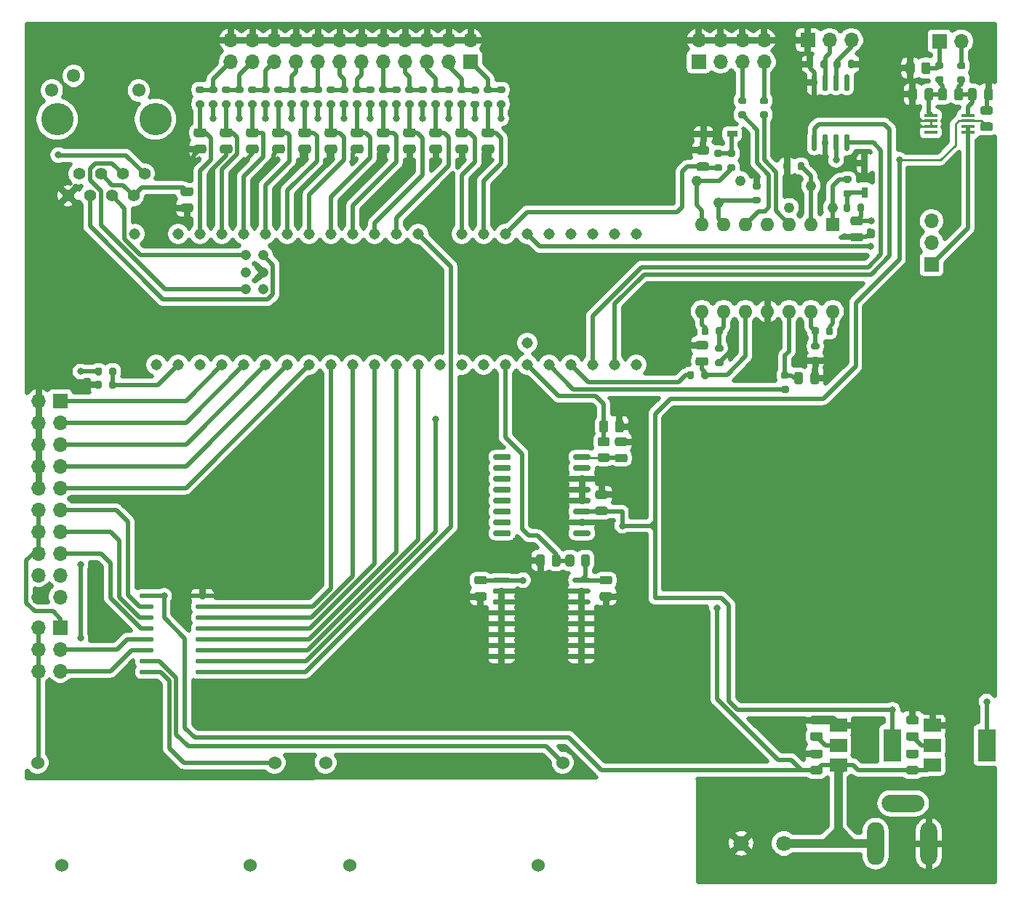
<source format=gtl>
%TF.GenerationSoftware,KiCad,Pcbnew,(5.1.8)-1*%
%TF.CreationDate,2022-01-07T12:39:40-05:00*%
%TF.ProjectId,OCE_L,4f43455f-4c2e-46b6-9963-61645f706362,rev?*%
%TF.SameCoordinates,Original*%
%TF.FileFunction,Copper,L1,Top*%
%TF.FilePolarity,Positive*%
%FSLAX46Y46*%
G04 Gerber Fmt 4.6, Leading zero omitted, Abs format (unit mm)*
G04 Created by KiCad (PCBNEW (5.1.8)-1) date 2022-01-07 12:39:40*
%MOMM*%
%LPD*%
G01*
G04 APERTURE LIST*
%TA.AperFunction,ComponentPad*%
%ADD10O,2.000000X5.000000*%
%TD*%
%TA.AperFunction,ComponentPad*%
%ADD11C,1.308000*%
%TD*%
%TA.AperFunction,ComponentPad*%
%ADD12C,1.208000*%
%TD*%
%TA.AperFunction,SMDPad,CuDef*%
%ADD13R,1.524000X0.431800*%
%TD*%
%TA.AperFunction,SMDPad,CuDef*%
%ADD14R,2.000000X1.500000*%
%TD*%
%TA.AperFunction,SMDPad,CuDef*%
%ADD15R,2.000000X3.800000*%
%TD*%
%TA.AperFunction,ComponentPad*%
%ADD16O,1.700000X1.700000*%
%TD*%
%TA.AperFunction,ComponentPad*%
%ADD17R,1.700000X1.700000*%
%TD*%
%TA.AperFunction,ComponentPad*%
%ADD18C,1.524000*%
%TD*%
%TA.AperFunction,ComponentPad*%
%ADD19C,1.397000*%
%TD*%
%TA.AperFunction,ComponentPad*%
%ADD20C,1.549400*%
%TD*%
%TA.AperFunction,ComponentPad*%
%ADD21C,3.759200*%
%TD*%
%TA.AperFunction,ComponentPad*%
%ADD22C,2.108200*%
%TD*%
%TA.AperFunction,ComponentPad*%
%ADD23O,1.600000X1.600000*%
%TD*%
%TA.AperFunction,ComponentPad*%
%ADD24R,1.600000X1.600000*%
%TD*%
%TA.AperFunction,ComponentPad*%
%ADD25C,1.219200*%
%TD*%
%TA.AperFunction,SMDPad,CuDef*%
%ADD26R,0.762000X1.219200*%
%TD*%
%TA.AperFunction,SMDPad,CuDef*%
%ADD27R,1.219200X0.762000*%
%TD*%
%TA.AperFunction,ComponentPad*%
%ADD28C,1.803400*%
%TD*%
%TA.AperFunction,ViaPad*%
%ADD29C,3.500000*%
%TD*%
%TA.AperFunction,ViaPad*%
%ADD30C,0.800000*%
%TD*%
%TA.AperFunction,ViaPad*%
%ADD31C,1.500000*%
%TD*%
%TA.AperFunction,Conductor*%
%ADD32C,0.500000*%
%TD*%
%TA.AperFunction,Conductor*%
%ADD33C,1.000000*%
%TD*%
%TA.AperFunction,Conductor*%
%ADD34C,0.250000*%
%TD*%
%TA.AperFunction,Conductor*%
%ADD35C,0.508000*%
%TD*%
%TA.AperFunction,Conductor*%
%ADD36C,0.100000*%
%TD*%
G04 APERTURE END LIST*
D10*
%TO.P,J2,1*%
%TO.N,12V*%
X137698200Y-134416800D03*
%TO.P,J2,2*%
%TO.N,GND*%
X143898200Y-134416800D03*
%TO.P,J2,3*%
%TO.N,N/C*%
%TA.AperFunction,ComponentPad*%
G36*
G01*
X142398200Y-130716800D02*
X139398200Y-130716800D01*
G75*
G02*
X138398200Y-129716800I0J1000000D01*
G01*
X138398200Y-129716800D01*
G75*
G02*
X139398200Y-128716800I1000000J0D01*
G01*
X142398200Y-128716800D01*
G75*
G02*
X143398200Y-129716800I0J-1000000D01*
G01*
X143398200Y-129716800D01*
G75*
G02*
X142398200Y-130716800I-1000000J0D01*
G01*
G37*
%TD.AperFunction*%
%TD*%
D11*
%TO.P,IC1,41*%
%TO.N,TH02_IN*%
X89535000Y-63373000D03*
%TO.P,IC1,40*%
%TO.N,TH01_IN*%
X92075000Y-63373000D03*
%TO.P,IC1,39*%
%TO.N,UA2*%
X94615000Y-63373000D03*
%TO.P,IC1,38*%
%TO.N,UA1*%
X97155000Y-63373000D03*
%TO.P,IC1,37*%
%TO.N,Net-(IC1-Pad37)*%
X99695000Y-63373000D03*
%TO.P,IC1,36*%
%TO.N,Net-(IC1-Pad36)*%
X102235000Y-63373000D03*
%TO.P,IC1,35*%
%TO.N,Net-(IC1-Pad35)*%
X104775000Y-63373000D03*
%TO.P,IC1,34*%
%TO.N,Net-(IC1-Pad34)*%
X107315000Y-63373000D03*
%TO.P,IC1,33*%
%TO.N,Net-(IC1-Pad33)*%
X109855000Y-63373000D03*
%TO.P,IC1,32*%
%TO.N,AUX1_EN*%
X109855000Y-78613000D03*
%TO.P,IC1,31*%
%TO.N,CAN_TX*%
X107315000Y-78613000D03*
%TO.P,IC1,30*%
%TO.N,CAN_RX*%
X104775000Y-78613000D03*
%TO.P,IC1,29*%
%TO.N,UA3_OUT*%
X102235000Y-78613000D03*
%TO.P,IC1,28*%
%TO.N,UA4_OUT*%
X99695000Y-78613000D03*
%TO.P,IC1,27*%
%TO.N,VS1*%
X97155000Y-78613000D03*
%TO.P,IC1,26*%
%TO.N,PIT1*%
X94615000Y-78613000D03*
%TO.P,IC1,25*%
%TO.N,SDA2*%
X92075000Y-78613000D03*
%TO.P,IC1,24*%
%TO.N,SCL2*%
X89535000Y-78613000D03*
%TO.P,IC1,5V*%
%TO.N,5V*%
X51435000Y-63373000D03*
%TO.P,IC1,GND3*%
%TO.N,GND*%
X53975000Y-63373000D03*
%TO.P,IC1,3.3V_2*%
%TO.N,Net-(IC1-Pad3.3V_1)*%
X56515000Y-63373000D03*
%TO.P,IC1,23*%
%TO.N,TH12_IN*%
X59055000Y-63373000D03*
%TO.P,IC1,22*%
%TO.N,TH11_IN*%
X61595000Y-63373000D03*
%TO.P,IC1,21*%
%TO.N,TH10_IN*%
X64135000Y-63373000D03*
%TO.P,IC1,20*%
%TO.N,TH09_IN*%
X66675000Y-63373000D03*
%TO.P,IC1,19*%
%TO.N,TH08_IN*%
X69215000Y-63373000D03*
%TO.P,IC1,18*%
%TO.N,TH07_IN*%
X71755000Y-63373000D03*
%TO.P,IC1,17*%
%TO.N,TH06_IN*%
X74295000Y-63373000D03*
%TO.P,IC1,16*%
%TO.N,TH05_IN*%
X76835000Y-63373000D03*
%TO.P,IC1,15*%
%TO.N,TH04_IN*%
X79375000Y-63373000D03*
%TO.P,IC1,14*%
%TO.N,TH03_IN*%
X81915000Y-63373000D03*
%TO.P,IC1,13*%
%TO.N,BLW1_EN*%
X84455000Y-63373000D03*
%TO.P,IC1,3.3V_1*%
%TO.N,Net-(IC1-Pad3.3V_1)*%
X86995000Y-78613000D03*
%TO.P,IC1,12*%
%TO.N,HTR1_EN*%
X84455000Y-78613000D03*
%TO.P,IC1,11*%
%TO.N,IRO1_EN*%
X81915000Y-78613000D03*
%TO.P,IC1,10*%
%TO.N,LED3*%
X79375000Y-78613000D03*
%TO.P,IC1,9*%
%TO.N,LED2*%
X76835000Y-78613000D03*
%TO.P,IC1,8*%
%TO.N,LED1*%
X74295000Y-78613000D03*
%TO.P,IC1,7*%
%TO.N,SW5*%
X71755000Y-78613000D03*
%TO.P,IC1,6*%
%TO.N,SW4*%
X69215000Y-78613000D03*
%TO.P,IC1,5*%
%TO.N,SW3*%
X66675000Y-78613000D03*
%TO.P,IC1,4*%
%TO.N,SW2*%
X64135000Y-78613000D03*
%TO.P,IC1,3*%
%TO.N,SW1*%
X61595000Y-78613000D03*
%TO.P,IC1,2*%
%TO.N,CAN_TX2*%
X59055000Y-78613000D03*
%TO.P,IC1,1*%
%TO.N,SEN_IL*%
X56515000Y-78613000D03*
D12*
%TO.P,IC1,T-*%
%TO.N,ETH_TX-*%
X64405000Y-69823000D03*
%TO.P,IC1,LED*%
%TO.N,ETH_LED*%
X64405000Y-67823000D03*
%TO.P,IC1,T+*%
%TO.N,ETH_TX+*%
X66405000Y-69823000D03*
%TO.P,IC1,GND5*%
%TO.N,GND*%
X66405000Y-67823000D03*
%TO.P,IC1,R+*%
%TO.N,ETH_RX+*%
X64405000Y-65823000D03*
%TO.P,IC1,R-*%
%TO.N,ETH_RX-*%
X66405000Y-65823000D03*
D11*
%TO.P,IC1,GND2*%
%TO.N,GND*%
X86995000Y-63373000D03*
%TO.P,IC1,VBAT*%
%TO.N,VBAT*%
X97155000Y-76073000D03*
%TO.P,IC1,0*%
%TO.N,Net-(IC1-Pad0)*%
X53975000Y-78613000D03*
%TO.P,IC1,GND1*%
%TO.N,GND*%
X51435000Y-78613000D03*
%TD*%
D13*
%TO.P,U8,1*%
%TO.N,Net-(C27-Pad2)*%
X144132300Y-49540402D03*
%TO.P,U8,2*%
%TO.N,GND*%
X144132300Y-50190400D03*
%TO.P,U8,3*%
X144132300Y-50840402D03*
%TO.P,U8,4*%
%TO.N,Net-(U8-Pad4)*%
X144132300Y-51490400D03*
%TO.P,U8,5*%
%TO.N,Net-(J7-Pad1)*%
X148475700Y-51490400D03*
%TO.P,U8,6*%
X148475700Y-50840402D03*
%TO.P,U8,7*%
%TO.N,5V*%
X148475700Y-50190400D03*
%TO.P,U8,8*%
%TO.N,Net-(C27-Pad1)*%
X148475700Y-49540402D03*
%TD*%
%TO.P,R12,2*%
%TO.N,Net-(R10-Pad1)*%
%TA.AperFunction,SMDPad,CuDef*%
G36*
G01*
X130958000Y-76855000D02*
X130408000Y-76855000D01*
G75*
G02*
X130208000Y-76655000I0J200000D01*
G01*
X130208000Y-76255000D01*
G75*
G02*
X130408000Y-76055000I200000J0D01*
G01*
X130958000Y-76055000D01*
G75*
G02*
X131158000Y-76255000I0J-200000D01*
G01*
X131158000Y-76655000D01*
G75*
G02*
X130958000Y-76855000I-200000J0D01*
G01*
G37*
%TD.AperFunction*%
%TO.P,R12,1*%
%TO.N,GND*%
%TA.AperFunction,SMDPad,CuDef*%
G36*
G01*
X130958000Y-78505000D02*
X130408000Y-78505000D01*
G75*
G02*
X130208000Y-78305000I0J200000D01*
G01*
X130208000Y-77905000D01*
G75*
G02*
X130408000Y-77705000I200000J0D01*
G01*
X130958000Y-77705000D01*
G75*
G02*
X131158000Y-77905000I0J-200000D01*
G01*
X131158000Y-78305000D01*
G75*
G02*
X130958000Y-78505000I-200000J0D01*
G01*
G37*
%TD.AperFunction*%
%TD*%
D14*
%TO.P,U1,1*%
%TO.N,GND*%
X144322000Y-120636000D03*
%TO.P,U1,3*%
%TO.N,12V*%
X144322000Y-125236000D03*
%TO.P,U1,2*%
%TO.N,3V3*%
X144322000Y-122936000D03*
D15*
X150622000Y-122936000D03*
%TD*%
D16*
%TO.P,J6,3*%
%TO.N,Net-(J6-Pad3)*%
X134874000Y-40767000D03*
%TO.P,J6,2*%
%TO.N,Net-(J6-Pad2)*%
X132334000Y-40767000D03*
D17*
%TO.P,J6,1*%
%TO.N,GND*%
X129794000Y-40767000D03*
%TD*%
D14*
%TO.P,U5,1*%
%TO.N,GND*%
X133350000Y-120636000D03*
%TO.P,U5,3*%
%TO.N,12V*%
X133350000Y-125236000D03*
%TO.P,U5,2*%
%TO.N,5V*%
X133350000Y-122936000D03*
D15*
X139650000Y-122936000D03*
%TD*%
%TO.P,U4,16*%
%TO.N,Net-(U4-Pad16)*%
%TA.AperFunction,SMDPad,CuDef*%
G36*
G01*
X95230000Y-98097200D02*
X95230000Y-98397200D01*
G75*
G02*
X95080000Y-98547200I-150000J0D01*
G01*
X93330000Y-98547200D01*
G75*
G02*
X93180000Y-98397200I0J150000D01*
G01*
X93180000Y-98097200D01*
G75*
G02*
X93330000Y-97947200I150000J0D01*
G01*
X95080000Y-97947200D01*
G75*
G02*
X95230000Y-98097200I0J-150000D01*
G01*
G37*
%TD.AperFunction*%
%TO.P,U4,15*%
%TO.N,Net-(U4-Pad15)*%
%TA.AperFunction,SMDPad,CuDef*%
G36*
G01*
X95230000Y-96827200D02*
X95230000Y-97127200D01*
G75*
G02*
X95080000Y-97277200I-150000J0D01*
G01*
X93330000Y-97277200D01*
G75*
G02*
X93180000Y-97127200I0J150000D01*
G01*
X93180000Y-96827200D01*
G75*
G02*
X93330000Y-96677200I150000J0D01*
G01*
X95080000Y-96677200D01*
G75*
G02*
X95230000Y-96827200I0J-150000D01*
G01*
G37*
%TD.AperFunction*%
%TO.P,U4,14*%
%TO.N,Net-(U4-Pad14)*%
%TA.AperFunction,SMDPad,CuDef*%
G36*
G01*
X95230000Y-95557200D02*
X95230000Y-95857200D01*
G75*
G02*
X95080000Y-96007200I-150000J0D01*
G01*
X93330000Y-96007200D01*
G75*
G02*
X93180000Y-95857200I0J150000D01*
G01*
X93180000Y-95557200D01*
G75*
G02*
X93330000Y-95407200I150000J0D01*
G01*
X95080000Y-95407200D01*
G75*
G02*
X95230000Y-95557200I0J-150000D01*
G01*
G37*
%TD.AperFunction*%
%TO.P,U4,13*%
%TO.N,Net-(U4-Pad13)*%
%TA.AperFunction,SMDPad,CuDef*%
G36*
G01*
X95230000Y-94287200D02*
X95230000Y-94587200D01*
G75*
G02*
X95080000Y-94737200I-150000J0D01*
G01*
X93330000Y-94737200D01*
G75*
G02*
X93180000Y-94587200I0J150000D01*
G01*
X93180000Y-94287200D01*
G75*
G02*
X93330000Y-94137200I150000J0D01*
G01*
X95080000Y-94137200D01*
G75*
G02*
X95230000Y-94287200I0J-150000D01*
G01*
G37*
%TD.AperFunction*%
%TO.P,U4,12*%
%TO.N,Net-(U4-Pad12)*%
%TA.AperFunction,SMDPad,CuDef*%
G36*
G01*
X95230000Y-93017200D02*
X95230000Y-93317200D01*
G75*
G02*
X95080000Y-93467200I-150000J0D01*
G01*
X93330000Y-93467200D01*
G75*
G02*
X93180000Y-93317200I0J150000D01*
G01*
X93180000Y-93017200D01*
G75*
G02*
X93330000Y-92867200I150000J0D01*
G01*
X95080000Y-92867200D01*
G75*
G02*
X95230000Y-93017200I0J-150000D01*
G01*
G37*
%TD.AperFunction*%
%TO.P,U4,11*%
%TO.N,Net-(U4-Pad11)*%
%TA.AperFunction,SMDPad,CuDef*%
G36*
G01*
X95230000Y-91747200D02*
X95230000Y-92047200D01*
G75*
G02*
X95080000Y-92197200I-150000J0D01*
G01*
X93330000Y-92197200D01*
G75*
G02*
X93180000Y-92047200I0J150000D01*
G01*
X93180000Y-91747200D01*
G75*
G02*
X93330000Y-91597200I150000J0D01*
G01*
X95080000Y-91597200D01*
G75*
G02*
X95230000Y-91747200I0J-150000D01*
G01*
G37*
%TD.AperFunction*%
%TO.P,U4,10*%
%TO.N,Net-(U4-Pad10)*%
%TA.AperFunction,SMDPad,CuDef*%
G36*
G01*
X95230000Y-90477200D02*
X95230000Y-90777200D01*
G75*
G02*
X95080000Y-90927200I-150000J0D01*
G01*
X93330000Y-90927200D01*
G75*
G02*
X93180000Y-90777200I0J150000D01*
G01*
X93180000Y-90477200D01*
G75*
G02*
X93330000Y-90327200I150000J0D01*
G01*
X95080000Y-90327200D01*
G75*
G02*
X95230000Y-90477200I0J-150000D01*
G01*
G37*
%TD.AperFunction*%
%TO.P,U4,9*%
%TO.N,Net-(U4-Pad9)*%
%TA.AperFunction,SMDPad,CuDef*%
G36*
G01*
X95230000Y-89207200D02*
X95230000Y-89507200D01*
G75*
G02*
X95080000Y-89657200I-150000J0D01*
G01*
X93330000Y-89657200D01*
G75*
G02*
X93180000Y-89507200I0J150000D01*
G01*
X93180000Y-89207200D01*
G75*
G02*
X93330000Y-89057200I150000J0D01*
G01*
X95080000Y-89057200D01*
G75*
G02*
X95230000Y-89207200I0J-150000D01*
G01*
G37*
%TD.AperFunction*%
%TO.P,U4,8*%
%TO.N,Net-(C10-Pad1)*%
%TA.AperFunction,SMDPad,CuDef*%
G36*
G01*
X104530000Y-89207200D02*
X104530000Y-89507200D01*
G75*
G02*
X104380000Y-89657200I-150000J0D01*
G01*
X102630000Y-89657200D01*
G75*
G02*
X102480000Y-89507200I0J150000D01*
G01*
X102480000Y-89207200D01*
G75*
G02*
X102630000Y-89057200I150000J0D01*
G01*
X104380000Y-89057200D01*
G75*
G02*
X104530000Y-89207200I0J-150000D01*
G01*
G37*
%TD.AperFunction*%
%TO.P,U4,7*%
%TO.N,Net-(U4-Pad7)*%
%TA.AperFunction,SMDPad,CuDef*%
G36*
G01*
X104530000Y-90477200D02*
X104530000Y-90777200D01*
G75*
G02*
X104380000Y-90927200I-150000J0D01*
G01*
X102630000Y-90927200D01*
G75*
G02*
X102480000Y-90777200I0J150000D01*
G01*
X102480000Y-90477200D01*
G75*
G02*
X102630000Y-90327200I150000J0D01*
G01*
X104380000Y-90327200D01*
G75*
G02*
X104530000Y-90477200I0J-150000D01*
G01*
G37*
%TD.AperFunction*%
%TO.P,U4,6*%
%TO.N,GND*%
%TA.AperFunction,SMDPad,CuDef*%
G36*
G01*
X104530000Y-91747200D02*
X104530000Y-92047200D01*
G75*
G02*
X104380000Y-92197200I-150000J0D01*
G01*
X102630000Y-92197200D01*
G75*
G02*
X102480000Y-92047200I0J150000D01*
G01*
X102480000Y-91747200D01*
G75*
G02*
X102630000Y-91597200I150000J0D01*
G01*
X104380000Y-91597200D01*
G75*
G02*
X104530000Y-91747200I0J-150000D01*
G01*
G37*
%TD.AperFunction*%
%TO.P,U4,5*%
%TA.AperFunction,SMDPad,CuDef*%
G36*
G01*
X104530000Y-93017200D02*
X104530000Y-93317200D01*
G75*
G02*
X104380000Y-93467200I-150000J0D01*
G01*
X102630000Y-93467200D01*
G75*
G02*
X102480000Y-93317200I0J150000D01*
G01*
X102480000Y-93017200D01*
G75*
G02*
X102630000Y-92867200I150000J0D01*
G01*
X104380000Y-92867200D01*
G75*
G02*
X104530000Y-93017200I0J-150000D01*
G01*
G37*
%TD.AperFunction*%
%TO.P,U4,4*%
%TA.AperFunction,SMDPad,CuDef*%
G36*
G01*
X104530000Y-94287200D02*
X104530000Y-94587200D01*
G75*
G02*
X104380000Y-94737200I-150000J0D01*
G01*
X102630000Y-94737200D01*
G75*
G02*
X102480000Y-94587200I0J150000D01*
G01*
X102480000Y-94287200D01*
G75*
G02*
X102630000Y-94137200I150000J0D01*
G01*
X104380000Y-94137200D01*
G75*
G02*
X104530000Y-94287200I0J-150000D01*
G01*
G37*
%TD.AperFunction*%
%TO.P,U4,3*%
%TO.N,5V*%
%TA.AperFunction,SMDPad,CuDef*%
G36*
G01*
X104530000Y-95557200D02*
X104530000Y-95857200D01*
G75*
G02*
X104380000Y-96007200I-150000J0D01*
G01*
X102630000Y-96007200D01*
G75*
G02*
X102480000Y-95857200I0J150000D01*
G01*
X102480000Y-95557200D01*
G75*
G02*
X102630000Y-95407200I150000J0D01*
G01*
X104380000Y-95407200D01*
G75*
G02*
X104530000Y-95557200I0J-150000D01*
G01*
G37*
%TD.AperFunction*%
%TO.P,U4,2*%
%TO.N,GND*%
%TA.AperFunction,SMDPad,CuDef*%
G36*
G01*
X104530000Y-96827200D02*
X104530000Y-97127200D01*
G75*
G02*
X104380000Y-97277200I-150000J0D01*
G01*
X102630000Y-97277200D01*
G75*
G02*
X102480000Y-97127200I0J150000D01*
G01*
X102480000Y-96827200D01*
G75*
G02*
X102630000Y-96677200I150000J0D01*
G01*
X104380000Y-96677200D01*
G75*
G02*
X104530000Y-96827200I0J-150000D01*
G01*
G37*
%TD.AperFunction*%
%TO.P,U4,1*%
%TO.N,Net-(U4-Pad1)*%
%TA.AperFunction,SMDPad,CuDef*%
G36*
G01*
X104530000Y-98097200D02*
X104530000Y-98397200D01*
G75*
G02*
X104380000Y-98547200I-150000J0D01*
G01*
X102630000Y-98547200D01*
G75*
G02*
X102480000Y-98397200I0J150000D01*
G01*
X102480000Y-98097200D01*
G75*
G02*
X102630000Y-97947200I150000J0D01*
G01*
X104380000Y-97947200D01*
G75*
G02*
X104530000Y-98097200I0J-150000D01*
G01*
G37*
%TD.AperFunction*%
%TD*%
D16*
%TO.P,J4,24*%
%TO.N,GND*%
X62611000Y-40767000D03*
%TO.P,J4,23*%
%TO.N,Net-(J4-Pad23)*%
X62611000Y-43307000D03*
%TO.P,J4,22*%
%TO.N,GND*%
X65151000Y-40767000D03*
%TO.P,J4,21*%
%TO.N,Net-(J4-Pad21)*%
X65151000Y-43307000D03*
%TO.P,J4,20*%
%TO.N,GND*%
X67691000Y-40767000D03*
%TO.P,J4,19*%
%TO.N,Net-(J4-Pad19)*%
X67691000Y-43307000D03*
%TO.P,J4,18*%
%TO.N,GND*%
X70231000Y-40767000D03*
%TO.P,J4,17*%
%TO.N,Net-(J4-Pad17)*%
X70231000Y-43307000D03*
%TO.P,J4,16*%
%TO.N,GND*%
X72771000Y-40767000D03*
%TO.P,J4,15*%
%TO.N,Net-(J4-Pad15)*%
X72771000Y-43307000D03*
%TO.P,J4,14*%
%TO.N,GND*%
X75311000Y-40767000D03*
%TO.P,J4,13*%
%TO.N,Net-(J4-Pad13)*%
X75311000Y-43307000D03*
%TO.P,J4,12*%
%TO.N,GND*%
X77851000Y-40767000D03*
%TO.P,J4,11*%
%TO.N,Net-(J4-Pad11)*%
X77851000Y-43307000D03*
%TO.P,J4,10*%
%TO.N,GND*%
X80391000Y-40767000D03*
%TO.P,J4,9*%
%TO.N,Net-(J4-Pad9)*%
X80391000Y-43307000D03*
%TO.P,J4,8*%
%TO.N,GND*%
X82931000Y-40767000D03*
%TO.P,J4,7*%
%TO.N,Net-(J4-Pad7)*%
X82931000Y-43307000D03*
%TO.P,J4,6*%
%TO.N,GND*%
X85471000Y-40767000D03*
%TO.P,J4,5*%
%TO.N,Net-(J4-Pad5)*%
X85471000Y-43307000D03*
%TO.P,J4,4*%
%TO.N,GND*%
X88011000Y-40767000D03*
%TO.P,J4,3*%
%TO.N,Net-(J4-Pad3)*%
X88011000Y-43307000D03*
%TO.P,J4,2*%
%TO.N,GND*%
X90551000Y-40767000D03*
D17*
%TO.P,J4,1*%
%TO.N,Net-(J4-Pad1)*%
X90551000Y-43307000D03*
%TD*%
D16*
%TO.P,J3,8*%
%TO.N,GND*%
X124714000Y-40767000D03*
%TO.P,J3,7*%
X122174000Y-40767000D03*
%TO.P,J3,6*%
X119634000Y-40767000D03*
%TO.P,J3,5*%
X117094000Y-40767000D03*
%TO.P,J3,4*%
%TO.N,Net-(J3-Pad4)*%
X124714000Y-43307000D03*
%TO.P,J3,3*%
%TO.N,Net-(J3-Pad3)*%
X122174000Y-43307000D03*
%TO.P,J3,2*%
%TO.N,Net-(J3-Pad2)*%
X119634000Y-43307000D03*
D17*
%TO.P,J3,1*%
%TO.N,Net-(J3-Pad1)*%
X117094000Y-43307000D03*
%TD*%
D18*
%TO.P,K2,4*%
%TO.N,Net-(K2-Pad4)*%
X64932000Y-136968000D03*
%TO.P,K2,3*%
%TO.N,Net-(K2-Pad3)*%
X42932000Y-136968000D03*
%TO.P,K2,2*%
%TO.N,BLW1*%
X67732000Y-124968000D03*
%TO.P,K2,1*%
%TO.N,Net-(J10-Pad2)*%
X40132000Y-124968000D03*
%TD*%
D19*
%TO.P,J9,2*%
%TO.N,Net-(C22-Pad2)*%
X51308000Y-58908010D03*
%TO.P,J9,4*%
%TO.N,ETH_RX+*%
X48768000Y-58908010D03*
%TO.P,J9,6*%
%TO.N,ETH_RX-*%
X46228000Y-58908010D03*
%TO.P,J9,8*%
%TO.N,GND*%
X43688000Y-58908010D03*
%TO.P,J9,1*%
%TO.N,ETH_TX+*%
X52578000Y-56368010D03*
%TO.P,J9,3*%
%TO.N,ETH_TX-*%
X50038000Y-56368010D03*
%TO.P,J9,5*%
%TO.N,Net-(C22-Pad2)*%
X47498000Y-56368010D03*
%TO.P,J9,7*%
%TO.N,Net-(J9-Pad7)*%
X44958000Y-56368010D03*
D20*
%TO.P,J9,9*%
%TO.N,GND*%
X54458000Y-44918010D03*
%TO.P,J9,10*%
%TO.N,ETH_LED*%
X51918000Y-46638010D03*
%TO.P,J9,11*%
%TO.N,Net-(J9-Pad11)*%
X44348000Y-44938010D03*
%TO.P,J9,12*%
%TO.N,Net-(J9-Pad12)*%
X41808000Y-46638010D03*
D21*
%TO.P,J9,14*%
%TO.N,N/C*%
X53848000Y-49998010D03*
%TO.P,J9,15*%
X42418000Y-49998010D03*
D22*
%TO.P,J9,13*%
%TO.N,GND*%
X56007998Y-53048010D03*
%TO.P,J9,16*%
X40258002Y-53048010D03*
%TD*%
%TO.P,C3,2*%
%TO.N,GND*%
%TA.AperFunction,SMDPad,CuDef*%
G36*
G01*
X135034000Y-63238001D02*
X135984000Y-63238001D01*
G75*
G02*
X136234000Y-63488001I0J-250000D01*
G01*
X136234000Y-63988001D01*
G75*
G02*
X135984000Y-64238001I-250000J0D01*
G01*
X135034000Y-64238001D01*
G75*
G02*
X134784000Y-63988001I0J250000D01*
G01*
X134784000Y-63488001D01*
G75*
G02*
X135034000Y-63238001I250000J0D01*
G01*
G37*
%TD.AperFunction*%
%TO.P,C3,1*%
%TO.N,Net-(C3-Pad1)*%
%TA.AperFunction,SMDPad,CuDef*%
G36*
G01*
X135034000Y-61338001D02*
X135984000Y-61338001D01*
G75*
G02*
X136234000Y-61588001I0J-250000D01*
G01*
X136234000Y-62088001D01*
G75*
G02*
X135984000Y-62338001I-250000J0D01*
G01*
X135034000Y-62338001D01*
G75*
G02*
X134784000Y-62088001I0J250000D01*
G01*
X134784000Y-61588001D01*
G75*
G02*
X135034000Y-61338001I250000J0D01*
G01*
G37*
%TD.AperFunction*%
%TD*%
%TO.P,C5,2*%
%TO.N,GND*%
%TA.AperFunction,SMDPad,CuDef*%
G36*
G01*
X117950000Y-76827000D02*
X117000000Y-76827000D01*
G75*
G02*
X116750000Y-76577000I0J250000D01*
G01*
X116750000Y-76077000D01*
G75*
G02*
X117000000Y-75827000I250000J0D01*
G01*
X117950000Y-75827000D01*
G75*
G02*
X118200000Y-76077000I0J-250000D01*
G01*
X118200000Y-76577000D01*
G75*
G02*
X117950000Y-76827000I-250000J0D01*
G01*
G37*
%TD.AperFunction*%
%TO.P,C5,1*%
%TO.N,Net-(C5-Pad1)*%
%TA.AperFunction,SMDPad,CuDef*%
G36*
G01*
X117950000Y-78727000D02*
X117000000Y-78727000D01*
G75*
G02*
X116750000Y-78477000I0J250000D01*
G01*
X116750000Y-77977000D01*
G75*
G02*
X117000000Y-77727000I250000J0D01*
G01*
X117950000Y-77727000D01*
G75*
G02*
X118200000Y-77977000I0J-250000D01*
G01*
X118200000Y-78477000D01*
G75*
G02*
X117950000Y-78727000I-250000J0D01*
G01*
G37*
%TD.AperFunction*%
%TD*%
%TO.P,C6,2*%
%TO.N,GND*%
%TA.AperFunction,SMDPad,CuDef*%
G36*
G01*
X130127200Y-80637400D02*
X130127200Y-79687400D01*
G75*
G02*
X130377200Y-79437400I250000J0D01*
G01*
X130877200Y-79437400D01*
G75*
G02*
X131127200Y-79687400I0J-250000D01*
G01*
X131127200Y-80637400D01*
G75*
G02*
X130877200Y-80887400I-250000J0D01*
G01*
X130377200Y-80887400D01*
G75*
G02*
X130127200Y-80637400I0J250000D01*
G01*
G37*
%TD.AperFunction*%
%TO.P,C6,1*%
%TO.N,Net-(C6-Pad1)*%
%TA.AperFunction,SMDPad,CuDef*%
G36*
G01*
X128227200Y-80637400D02*
X128227200Y-79687400D01*
G75*
G02*
X128477200Y-79437400I250000J0D01*
G01*
X128977200Y-79437400D01*
G75*
G02*
X129227200Y-79687400I0J-250000D01*
G01*
X129227200Y-80637400D01*
G75*
G02*
X128977200Y-80887400I-250000J0D01*
G01*
X128477200Y-80887400D01*
G75*
G02*
X128227200Y-80637400I0J250000D01*
G01*
G37*
%TD.AperFunction*%
%TD*%
%TO.P,C7,2*%
%TO.N,GND*%
%TA.AperFunction,SMDPad,CuDef*%
G36*
G01*
X106266000Y-94241200D02*
X105316000Y-94241200D01*
G75*
G02*
X105066000Y-93991200I0J250000D01*
G01*
X105066000Y-93491200D01*
G75*
G02*
X105316000Y-93241200I250000J0D01*
G01*
X106266000Y-93241200D01*
G75*
G02*
X106516000Y-93491200I0J-250000D01*
G01*
X106516000Y-93991200D01*
G75*
G02*
X106266000Y-94241200I-250000J0D01*
G01*
G37*
%TD.AperFunction*%
%TO.P,C7,1*%
%TO.N,5V*%
%TA.AperFunction,SMDPad,CuDef*%
G36*
G01*
X106266000Y-96141200D02*
X105316000Y-96141200D01*
G75*
G02*
X105066000Y-95891200I0J250000D01*
G01*
X105066000Y-95391200D01*
G75*
G02*
X105316000Y-95141200I250000J0D01*
G01*
X106266000Y-95141200D01*
G75*
G02*
X106516000Y-95391200I0J-250000D01*
G01*
X106516000Y-95891200D01*
G75*
G02*
X106266000Y-96141200I-250000J0D01*
G01*
G37*
%TD.AperFunction*%
%TD*%
%TO.P,C9,2*%
%TO.N,GND*%
%TA.AperFunction,SMDPad,CuDef*%
G36*
G01*
X58580000Y-52962000D02*
X59530000Y-52962000D01*
G75*
G02*
X59780000Y-53212000I0J-250000D01*
G01*
X59780000Y-53712000D01*
G75*
G02*
X59530000Y-53962000I-250000J0D01*
G01*
X58580000Y-53962000D01*
G75*
G02*
X58330000Y-53712000I0J250000D01*
G01*
X58330000Y-53212000D01*
G75*
G02*
X58580000Y-52962000I250000J0D01*
G01*
G37*
%TD.AperFunction*%
%TO.P,C9,1*%
%TO.N,TH12_IN*%
%TA.AperFunction,SMDPad,CuDef*%
G36*
G01*
X58580000Y-51062000D02*
X59530000Y-51062000D01*
G75*
G02*
X59780000Y-51312000I0J-250000D01*
G01*
X59780000Y-51812000D01*
G75*
G02*
X59530000Y-52062000I-250000J0D01*
G01*
X58580000Y-52062000D01*
G75*
G02*
X58330000Y-51812000I0J250000D01*
G01*
X58330000Y-51312000D01*
G75*
G02*
X58580000Y-51062000I250000J0D01*
G01*
G37*
%TD.AperFunction*%
%TD*%
%TO.P,C10,2*%
%TO.N,GND*%
%TA.AperFunction,SMDPad,CuDef*%
G36*
G01*
X108552000Y-88079200D02*
X107602000Y-88079200D01*
G75*
G02*
X107352000Y-87829200I0J250000D01*
G01*
X107352000Y-87329200D01*
G75*
G02*
X107602000Y-87079200I250000J0D01*
G01*
X108552000Y-87079200D01*
G75*
G02*
X108802000Y-87329200I0J-250000D01*
G01*
X108802000Y-87829200D01*
G75*
G02*
X108552000Y-88079200I-250000J0D01*
G01*
G37*
%TD.AperFunction*%
%TO.P,C10,1*%
%TO.N,Net-(C10-Pad1)*%
%TA.AperFunction,SMDPad,CuDef*%
G36*
G01*
X108552000Y-89979200D02*
X107602000Y-89979200D01*
G75*
G02*
X107352000Y-89729200I0J250000D01*
G01*
X107352000Y-89229200D01*
G75*
G02*
X107602000Y-88979200I250000J0D01*
G01*
X108552000Y-88979200D01*
G75*
G02*
X108802000Y-89229200I0J-250000D01*
G01*
X108802000Y-89729200D01*
G75*
G02*
X108552000Y-89979200I-250000J0D01*
G01*
G37*
%TD.AperFunction*%
%TD*%
%TO.P,C11,2*%
%TO.N,GND*%
%TA.AperFunction,SMDPad,CuDef*%
G36*
G01*
X61628000Y-52962000D02*
X62578000Y-52962000D01*
G75*
G02*
X62828000Y-53212000I0J-250000D01*
G01*
X62828000Y-53712000D01*
G75*
G02*
X62578000Y-53962000I-250000J0D01*
G01*
X61628000Y-53962000D01*
G75*
G02*
X61378000Y-53712000I0J250000D01*
G01*
X61378000Y-53212000D01*
G75*
G02*
X61628000Y-52962000I250000J0D01*
G01*
G37*
%TD.AperFunction*%
%TO.P,C11,1*%
%TO.N,TH11_IN*%
%TA.AperFunction,SMDPad,CuDef*%
G36*
G01*
X61628000Y-51062000D02*
X62578000Y-51062000D01*
G75*
G02*
X62828000Y-51312000I0J-250000D01*
G01*
X62828000Y-51812000D01*
G75*
G02*
X62578000Y-52062000I-250000J0D01*
G01*
X61628000Y-52062000D01*
G75*
G02*
X61378000Y-51812000I0J250000D01*
G01*
X61378000Y-51312000D01*
G75*
G02*
X61628000Y-51062000I250000J0D01*
G01*
G37*
%TD.AperFunction*%
%TD*%
%TO.P,C12,2*%
%TO.N,GND*%
%TA.AperFunction,SMDPad,CuDef*%
G36*
G01*
X64676000Y-52962000D02*
X65626000Y-52962000D01*
G75*
G02*
X65876000Y-53212000I0J-250000D01*
G01*
X65876000Y-53712000D01*
G75*
G02*
X65626000Y-53962000I-250000J0D01*
G01*
X64676000Y-53962000D01*
G75*
G02*
X64426000Y-53712000I0J250000D01*
G01*
X64426000Y-53212000D01*
G75*
G02*
X64676000Y-52962000I250000J0D01*
G01*
G37*
%TD.AperFunction*%
%TO.P,C12,1*%
%TO.N,TH10_IN*%
%TA.AperFunction,SMDPad,CuDef*%
G36*
G01*
X64676000Y-51062000D02*
X65626000Y-51062000D01*
G75*
G02*
X65876000Y-51312000I0J-250000D01*
G01*
X65876000Y-51812000D01*
G75*
G02*
X65626000Y-52062000I-250000J0D01*
G01*
X64676000Y-52062000D01*
G75*
G02*
X64426000Y-51812000I0J250000D01*
G01*
X64426000Y-51312000D01*
G75*
G02*
X64676000Y-51062000I250000J0D01*
G01*
G37*
%TD.AperFunction*%
%TD*%
%TO.P,C13,2*%
%TO.N,GND*%
%TA.AperFunction,SMDPad,CuDef*%
G36*
G01*
X92108000Y-52962000D02*
X93058000Y-52962000D01*
G75*
G02*
X93308000Y-53212000I0J-250000D01*
G01*
X93308000Y-53712000D01*
G75*
G02*
X93058000Y-53962000I-250000J0D01*
G01*
X92108000Y-53962000D01*
G75*
G02*
X91858000Y-53712000I0J250000D01*
G01*
X91858000Y-53212000D01*
G75*
G02*
X92108000Y-52962000I250000J0D01*
G01*
G37*
%TD.AperFunction*%
%TO.P,C13,1*%
%TO.N,TH01_IN*%
%TA.AperFunction,SMDPad,CuDef*%
G36*
G01*
X92108000Y-51062000D02*
X93058000Y-51062000D01*
G75*
G02*
X93308000Y-51312000I0J-250000D01*
G01*
X93308000Y-51812000D01*
G75*
G02*
X93058000Y-52062000I-250000J0D01*
G01*
X92108000Y-52062000D01*
G75*
G02*
X91858000Y-51812000I0J250000D01*
G01*
X91858000Y-51312000D01*
G75*
G02*
X92108000Y-51062000I250000J0D01*
G01*
G37*
%TD.AperFunction*%
%TD*%
%TO.P,C14,2*%
%TO.N,GND*%
%TA.AperFunction,SMDPad,CuDef*%
G36*
G01*
X67724000Y-52962000D02*
X68674000Y-52962000D01*
G75*
G02*
X68924000Y-53212000I0J-250000D01*
G01*
X68924000Y-53712000D01*
G75*
G02*
X68674000Y-53962000I-250000J0D01*
G01*
X67724000Y-53962000D01*
G75*
G02*
X67474000Y-53712000I0J250000D01*
G01*
X67474000Y-53212000D01*
G75*
G02*
X67724000Y-52962000I250000J0D01*
G01*
G37*
%TD.AperFunction*%
%TO.P,C14,1*%
%TO.N,TH09_IN*%
%TA.AperFunction,SMDPad,CuDef*%
G36*
G01*
X67724000Y-51062000D02*
X68674000Y-51062000D01*
G75*
G02*
X68924000Y-51312000I0J-250000D01*
G01*
X68924000Y-51812000D01*
G75*
G02*
X68674000Y-52062000I-250000J0D01*
G01*
X67724000Y-52062000D01*
G75*
G02*
X67474000Y-51812000I0J250000D01*
G01*
X67474000Y-51312000D01*
G75*
G02*
X67724000Y-51062000I250000J0D01*
G01*
G37*
%TD.AperFunction*%
%TD*%
%TO.P,C15,2*%
%TO.N,GND*%
%TA.AperFunction,SMDPad,CuDef*%
G36*
G01*
X89060000Y-52962000D02*
X90010000Y-52962000D01*
G75*
G02*
X90260000Y-53212000I0J-250000D01*
G01*
X90260000Y-53712000D01*
G75*
G02*
X90010000Y-53962000I-250000J0D01*
G01*
X89060000Y-53962000D01*
G75*
G02*
X88810000Y-53712000I0J250000D01*
G01*
X88810000Y-53212000D01*
G75*
G02*
X89060000Y-52962000I250000J0D01*
G01*
G37*
%TD.AperFunction*%
%TO.P,C15,1*%
%TO.N,TH02_IN*%
%TA.AperFunction,SMDPad,CuDef*%
G36*
G01*
X89060000Y-51062000D02*
X90010000Y-51062000D01*
G75*
G02*
X90260000Y-51312000I0J-250000D01*
G01*
X90260000Y-51812000D01*
G75*
G02*
X90010000Y-52062000I-250000J0D01*
G01*
X89060000Y-52062000D01*
G75*
G02*
X88810000Y-51812000I0J250000D01*
G01*
X88810000Y-51312000D01*
G75*
G02*
X89060000Y-51062000I250000J0D01*
G01*
G37*
%TD.AperFunction*%
%TD*%
%TO.P,C16,2*%
%TO.N,GND*%
%TA.AperFunction,SMDPad,CuDef*%
G36*
G01*
X70772000Y-52962000D02*
X71722000Y-52962000D01*
G75*
G02*
X71972000Y-53212000I0J-250000D01*
G01*
X71972000Y-53712000D01*
G75*
G02*
X71722000Y-53962000I-250000J0D01*
G01*
X70772000Y-53962000D01*
G75*
G02*
X70522000Y-53712000I0J250000D01*
G01*
X70522000Y-53212000D01*
G75*
G02*
X70772000Y-52962000I250000J0D01*
G01*
G37*
%TD.AperFunction*%
%TO.P,C16,1*%
%TO.N,TH08_IN*%
%TA.AperFunction,SMDPad,CuDef*%
G36*
G01*
X70772000Y-51062000D02*
X71722000Y-51062000D01*
G75*
G02*
X71972000Y-51312000I0J-250000D01*
G01*
X71972000Y-51812000D01*
G75*
G02*
X71722000Y-52062000I-250000J0D01*
G01*
X70772000Y-52062000D01*
G75*
G02*
X70522000Y-51812000I0J250000D01*
G01*
X70522000Y-51312000D01*
G75*
G02*
X70772000Y-51062000I250000J0D01*
G01*
G37*
%TD.AperFunction*%
%TD*%
%TO.P,C17,2*%
%TO.N,GND*%
%TA.AperFunction,SMDPad,CuDef*%
G36*
G01*
X86012000Y-52962000D02*
X86962000Y-52962000D01*
G75*
G02*
X87212000Y-53212000I0J-250000D01*
G01*
X87212000Y-53712000D01*
G75*
G02*
X86962000Y-53962000I-250000J0D01*
G01*
X86012000Y-53962000D01*
G75*
G02*
X85762000Y-53712000I0J250000D01*
G01*
X85762000Y-53212000D01*
G75*
G02*
X86012000Y-52962000I250000J0D01*
G01*
G37*
%TD.AperFunction*%
%TO.P,C17,1*%
%TO.N,TH03_IN*%
%TA.AperFunction,SMDPad,CuDef*%
G36*
G01*
X86012000Y-51062000D02*
X86962000Y-51062000D01*
G75*
G02*
X87212000Y-51312000I0J-250000D01*
G01*
X87212000Y-51812000D01*
G75*
G02*
X86962000Y-52062000I-250000J0D01*
G01*
X86012000Y-52062000D01*
G75*
G02*
X85762000Y-51812000I0J250000D01*
G01*
X85762000Y-51312000D01*
G75*
G02*
X86012000Y-51062000I250000J0D01*
G01*
G37*
%TD.AperFunction*%
%TD*%
%TO.P,C18,2*%
%TO.N,GND*%
%TA.AperFunction,SMDPad,CuDef*%
G36*
G01*
X82964000Y-52962000D02*
X83914000Y-52962000D01*
G75*
G02*
X84164000Y-53212000I0J-250000D01*
G01*
X84164000Y-53712000D01*
G75*
G02*
X83914000Y-53962000I-250000J0D01*
G01*
X82964000Y-53962000D01*
G75*
G02*
X82714000Y-53712000I0J250000D01*
G01*
X82714000Y-53212000D01*
G75*
G02*
X82964000Y-52962000I250000J0D01*
G01*
G37*
%TD.AperFunction*%
%TO.P,C18,1*%
%TO.N,TH04_IN*%
%TA.AperFunction,SMDPad,CuDef*%
G36*
G01*
X82964000Y-51062000D02*
X83914000Y-51062000D01*
G75*
G02*
X84164000Y-51312000I0J-250000D01*
G01*
X84164000Y-51812000D01*
G75*
G02*
X83914000Y-52062000I-250000J0D01*
G01*
X82964000Y-52062000D01*
G75*
G02*
X82714000Y-51812000I0J250000D01*
G01*
X82714000Y-51312000D01*
G75*
G02*
X82964000Y-51062000I250000J0D01*
G01*
G37*
%TD.AperFunction*%
%TD*%
%TO.P,C19,2*%
%TO.N,GND*%
%TA.AperFunction,SMDPad,CuDef*%
G36*
G01*
X73820000Y-52962000D02*
X74770000Y-52962000D01*
G75*
G02*
X75020000Y-53212000I0J-250000D01*
G01*
X75020000Y-53712000D01*
G75*
G02*
X74770000Y-53962000I-250000J0D01*
G01*
X73820000Y-53962000D01*
G75*
G02*
X73570000Y-53712000I0J250000D01*
G01*
X73570000Y-53212000D01*
G75*
G02*
X73820000Y-52962000I250000J0D01*
G01*
G37*
%TD.AperFunction*%
%TO.P,C19,1*%
%TO.N,TH07_IN*%
%TA.AperFunction,SMDPad,CuDef*%
G36*
G01*
X73820000Y-51062000D02*
X74770000Y-51062000D01*
G75*
G02*
X75020000Y-51312000I0J-250000D01*
G01*
X75020000Y-51812000D01*
G75*
G02*
X74770000Y-52062000I-250000J0D01*
G01*
X73820000Y-52062000D01*
G75*
G02*
X73570000Y-51812000I0J250000D01*
G01*
X73570000Y-51312000D01*
G75*
G02*
X73820000Y-51062000I250000J0D01*
G01*
G37*
%TD.AperFunction*%
%TD*%
%TO.P,C20,2*%
%TO.N,GND*%
%TA.AperFunction,SMDPad,CuDef*%
G36*
G01*
X79916000Y-52962000D02*
X80866000Y-52962000D01*
G75*
G02*
X81116000Y-53212000I0J-250000D01*
G01*
X81116000Y-53712000D01*
G75*
G02*
X80866000Y-53962000I-250000J0D01*
G01*
X79916000Y-53962000D01*
G75*
G02*
X79666000Y-53712000I0J250000D01*
G01*
X79666000Y-53212000D01*
G75*
G02*
X79916000Y-52962000I250000J0D01*
G01*
G37*
%TD.AperFunction*%
%TO.P,C20,1*%
%TO.N,TH05_IN*%
%TA.AperFunction,SMDPad,CuDef*%
G36*
G01*
X79916000Y-51062000D02*
X80866000Y-51062000D01*
G75*
G02*
X81116000Y-51312000I0J-250000D01*
G01*
X81116000Y-51812000D01*
G75*
G02*
X80866000Y-52062000I-250000J0D01*
G01*
X79916000Y-52062000D01*
G75*
G02*
X79666000Y-51812000I0J250000D01*
G01*
X79666000Y-51312000D01*
G75*
G02*
X79916000Y-51062000I250000J0D01*
G01*
G37*
%TD.AperFunction*%
%TD*%
%TO.P,C21,2*%
%TO.N,GND*%
%TA.AperFunction,SMDPad,CuDef*%
G36*
G01*
X76868000Y-52962000D02*
X77818000Y-52962000D01*
G75*
G02*
X78068000Y-53212000I0J-250000D01*
G01*
X78068000Y-53712000D01*
G75*
G02*
X77818000Y-53962000I-250000J0D01*
G01*
X76868000Y-53962000D01*
G75*
G02*
X76618000Y-53712000I0J250000D01*
G01*
X76618000Y-53212000D01*
G75*
G02*
X76868000Y-52962000I250000J0D01*
G01*
G37*
%TD.AperFunction*%
%TO.P,C21,1*%
%TO.N,TH06_IN*%
%TA.AperFunction,SMDPad,CuDef*%
G36*
G01*
X76868000Y-51062000D02*
X77818000Y-51062000D01*
G75*
G02*
X78068000Y-51312000I0J-250000D01*
G01*
X78068000Y-51812000D01*
G75*
G02*
X77818000Y-52062000I-250000J0D01*
G01*
X76868000Y-52062000D01*
G75*
G02*
X76618000Y-51812000I0J250000D01*
G01*
X76618000Y-51312000D01*
G75*
G02*
X76868000Y-51062000I250000J0D01*
G01*
G37*
%TD.AperFunction*%
%TD*%
%TO.P,R22,2*%
%TO.N,Net-(C10-Pad1)*%
%TA.AperFunction,SMDPad,CuDef*%
G36*
G01*
X105594999Y-88891700D02*
X106495001Y-88891700D01*
G75*
G02*
X106745000Y-89141699I0J-249999D01*
G01*
X106745000Y-89666701D01*
G75*
G02*
X106495001Y-89916700I-249999J0D01*
G01*
X105594999Y-89916700D01*
G75*
G02*
X105345000Y-89666701I0J249999D01*
G01*
X105345000Y-89141699D01*
G75*
G02*
X105594999Y-88891700I249999J0D01*
G01*
G37*
%TD.AperFunction*%
%TO.P,R22,1*%
%TO.N,VS1*%
%TA.AperFunction,SMDPad,CuDef*%
G36*
G01*
X105594999Y-87066700D02*
X106495001Y-87066700D01*
G75*
G02*
X106745000Y-87316699I0J-249999D01*
G01*
X106745000Y-87841701D01*
G75*
G02*
X106495001Y-88091700I-249999J0D01*
G01*
X105594999Y-88091700D01*
G75*
G02*
X105345000Y-87841701I0J249999D01*
G01*
X105345000Y-87316699D01*
G75*
G02*
X105594999Y-87066700I249999J0D01*
G01*
G37*
%TD.AperFunction*%
%TD*%
%TO.P,R27,2*%
%TO.N,VS1*%
%TA.AperFunction,SMDPad,CuDef*%
G36*
G01*
X106557500Y-85351199D02*
X106557500Y-86251201D01*
G75*
G02*
X106307501Y-86501200I-249999J0D01*
G01*
X105782499Y-86501200D01*
G75*
G02*
X105532500Y-86251201I0J249999D01*
G01*
X105532500Y-85351199D01*
G75*
G02*
X105782499Y-85101200I249999J0D01*
G01*
X106307501Y-85101200D01*
G75*
G02*
X106557500Y-85351199I0J-249999D01*
G01*
G37*
%TD.AperFunction*%
%TO.P,R27,1*%
%TO.N,GND*%
%TA.AperFunction,SMDPad,CuDef*%
G36*
G01*
X108382500Y-85351199D02*
X108382500Y-86251201D01*
G75*
G02*
X108132501Y-86501200I-249999J0D01*
G01*
X107607499Y-86501200D01*
G75*
G02*
X107357500Y-86251201I0J249999D01*
G01*
X107357500Y-85351199D01*
G75*
G02*
X107607499Y-85101200I249999J0D01*
G01*
X108132501Y-85101200D01*
G75*
G02*
X108382500Y-85351199I0J-249999D01*
G01*
G37*
%TD.AperFunction*%
%TD*%
%TO.P,U2,16*%
%TO.N,BLW1*%
%TA.AperFunction,SMDPad,CuDef*%
G36*
G01*
X53632000Y-114289500D02*
X53632000Y-114564500D01*
G75*
G02*
X53494500Y-114702000I-137500J0D01*
G01*
X52169500Y-114702000D01*
G75*
G02*
X52032000Y-114564500I0J137500D01*
G01*
X52032000Y-114289500D01*
G75*
G02*
X52169500Y-114152000I137500J0D01*
G01*
X53494500Y-114152000D01*
G75*
G02*
X53632000Y-114289500I0J-137500D01*
G01*
G37*
%TD.AperFunction*%
%TO.P,U2,15*%
%TO.N,AUX1*%
%TA.AperFunction,SMDPad,CuDef*%
G36*
G01*
X53632000Y-113019500D02*
X53632000Y-113294500D01*
G75*
G02*
X53494500Y-113432000I-137500J0D01*
G01*
X52169500Y-113432000D01*
G75*
G02*
X52032000Y-113294500I0J137500D01*
G01*
X52032000Y-113019500D01*
G75*
G02*
X52169500Y-112882000I137500J0D01*
G01*
X53494500Y-112882000D01*
G75*
G02*
X53632000Y-113019500I0J-137500D01*
G01*
G37*
%TD.AperFunction*%
%TO.P,U2,14*%
%TO.N,HTR1*%
%TA.AperFunction,SMDPad,CuDef*%
G36*
G01*
X53632000Y-111749500D02*
X53632000Y-112024500D01*
G75*
G02*
X53494500Y-112162000I-137500J0D01*
G01*
X52169500Y-112162000D01*
G75*
G02*
X52032000Y-112024500I0J137500D01*
G01*
X52032000Y-111749500D01*
G75*
G02*
X52169500Y-111612000I137500J0D01*
G01*
X53494500Y-111612000D01*
G75*
G02*
X53632000Y-111749500I0J-137500D01*
G01*
G37*
%TD.AperFunction*%
%TO.P,U2,13*%
%TO.N,IRO1*%
%TA.AperFunction,SMDPad,CuDef*%
G36*
G01*
X53632000Y-110479500D02*
X53632000Y-110754500D01*
G75*
G02*
X53494500Y-110892000I-137500J0D01*
G01*
X52169500Y-110892000D01*
G75*
G02*
X52032000Y-110754500I0J137500D01*
G01*
X52032000Y-110479500D01*
G75*
G02*
X52169500Y-110342000I137500J0D01*
G01*
X53494500Y-110342000D01*
G75*
G02*
X53632000Y-110479500I0J-137500D01*
G01*
G37*
%TD.AperFunction*%
%TO.P,U2,12*%
%TO.N,LED3_DR*%
%TA.AperFunction,SMDPad,CuDef*%
G36*
G01*
X53632000Y-109209500D02*
X53632000Y-109484500D01*
G75*
G02*
X53494500Y-109622000I-137500J0D01*
G01*
X52169500Y-109622000D01*
G75*
G02*
X52032000Y-109484500I0J137500D01*
G01*
X52032000Y-109209500D01*
G75*
G02*
X52169500Y-109072000I137500J0D01*
G01*
X53494500Y-109072000D01*
G75*
G02*
X53632000Y-109209500I0J-137500D01*
G01*
G37*
%TD.AperFunction*%
%TO.P,U2,11*%
%TO.N,LED2_DR*%
%TA.AperFunction,SMDPad,CuDef*%
G36*
G01*
X53632000Y-107939500D02*
X53632000Y-108214500D01*
G75*
G02*
X53494500Y-108352000I-137500J0D01*
G01*
X52169500Y-108352000D01*
G75*
G02*
X52032000Y-108214500I0J137500D01*
G01*
X52032000Y-107939500D01*
G75*
G02*
X52169500Y-107802000I137500J0D01*
G01*
X53494500Y-107802000D01*
G75*
G02*
X53632000Y-107939500I0J-137500D01*
G01*
G37*
%TD.AperFunction*%
%TO.P,U2,10*%
%TO.N,LED1_DR*%
%TA.AperFunction,SMDPad,CuDef*%
G36*
G01*
X53632000Y-106669500D02*
X53632000Y-106944500D01*
G75*
G02*
X53494500Y-107082000I-137500J0D01*
G01*
X52169500Y-107082000D01*
G75*
G02*
X52032000Y-106944500I0J137500D01*
G01*
X52032000Y-106669500D01*
G75*
G02*
X52169500Y-106532000I137500J0D01*
G01*
X53494500Y-106532000D01*
G75*
G02*
X53632000Y-106669500I0J-137500D01*
G01*
G37*
%TD.AperFunction*%
%TO.P,U2,9*%
%TO.N,12V*%
%TA.AperFunction,SMDPad,CuDef*%
G36*
G01*
X53632000Y-105399500D02*
X53632000Y-105674500D01*
G75*
G02*
X53494500Y-105812000I-137500J0D01*
G01*
X52169500Y-105812000D01*
G75*
G02*
X52032000Y-105674500I0J137500D01*
G01*
X52032000Y-105399500D01*
G75*
G02*
X52169500Y-105262000I137500J0D01*
G01*
X53494500Y-105262000D01*
G75*
G02*
X53632000Y-105399500I0J-137500D01*
G01*
G37*
%TD.AperFunction*%
%TO.P,U2,8*%
%TO.N,GND*%
%TA.AperFunction,SMDPad,CuDef*%
G36*
G01*
X60132000Y-105399500D02*
X60132000Y-105674500D01*
G75*
G02*
X59994500Y-105812000I-137500J0D01*
G01*
X58669500Y-105812000D01*
G75*
G02*
X58532000Y-105674500I0J137500D01*
G01*
X58532000Y-105399500D01*
G75*
G02*
X58669500Y-105262000I137500J0D01*
G01*
X59994500Y-105262000D01*
G75*
G02*
X60132000Y-105399500I0J-137500D01*
G01*
G37*
%TD.AperFunction*%
%TO.P,U2,7*%
%TO.N,LED1*%
%TA.AperFunction,SMDPad,CuDef*%
G36*
G01*
X60132000Y-106669500D02*
X60132000Y-106944500D01*
G75*
G02*
X59994500Y-107082000I-137500J0D01*
G01*
X58669500Y-107082000D01*
G75*
G02*
X58532000Y-106944500I0J137500D01*
G01*
X58532000Y-106669500D01*
G75*
G02*
X58669500Y-106532000I137500J0D01*
G01*
X59994500Y-106532000D01*
G75*
G02*
X60132000Y-106669500I0J-137500D01*
G01*
G37*
%TD.AperFunction*%
%TO.P,U2,6*%
%TO.N,LED2*%
%TA.AperFunction,SMDPad,CuDef*%
G36*
G01*
X60132000Y-107939500D02*
X60132000Y-108214500D01*
G75*
G02*
X59994500Y-108352000I-137500J0D01*
G01*
X58669500Y-108352000D01*
G75*
G02*
X58532000Y-108214500I0J137500D01*
G01*
X58532000Y-107939500D01*
G75*
G02*
X58669500Y-107802000I137500J0D01*
G01*
X59994500Y-107802000D01*
G75*
G02*
X60132000Y-107939500I0J-137500D01*
G01*
G37*
%TD.AperFunction*%
%TO.P,U2,5*%
%TO.N,LED3*%
%TA.AperFunction,SMDPad,CuDef*%
G36*
G01*
X60132000Y-109209500D02*
X60132000Y-109484500D01*
G75*
G02*
X59994500Y-109622000I-137500J0D01*
G01*
X58669500Y-109622000D01*
G75*
G02*
X58532000Y-109484500I0J137500D01*
G01*
X58532000Y-109209500D01*
G75*
G02*
X58669500Y-109072000I137500J0D01*
G01*
X59994500Y-109072000D01*
G75*
G02*
X60132000Y-109209500I0J-137500D01*
G01*
G37*
%TD.AperFunction*%
%TO.P,U2,4*%
%TO.N,IRO1_EN*%
%TA.AperFunction,SMDPad,CuDef*%
G36*
G01*
X60132000Y-110479500D02*
X60132000Y-110754500D01*
G75*
G02*
X59994500Y-110892000I-137500J0D01*
G01*
X58669500Y-110892000D01*
G75*
G02*
X58532000Y-110754500I0J137500D01*
G01*
X58532000Y-110479500D01*
G75*
G02*
X58669500Y-110342000I137500J0D01*
G01*
X59994500Y-110342000D01*
G75*
G02*
X60132000Y-110479500I0J-137500D01*
G01*
G37*
%TD.AperFunction*%
%TO.P,U2,3*%
%TO.N,HTR1_EN*%
%TA.AperFunction,SMDPad,CuDef*%
G36*
G01*
X60132000Y-111749500D02*
X60132000Y-112024500D01*
G75*
G02*
X59994500Y-112162000I-137500J0D01*
G01*
X58669500Y-112162000D01*
G75*
G02*
X58532000Y-112024500I0J137500D01*
G01*
X58532000Y-111749500D01*
G75*
G02*
X58669500Y-111612000I137500J0D01*
G01*
X59994500Y-111612000D01*
G75*
G02*
X60132000Y-111749500I0J-137500D01*
G01*
G37*
%TD.AperFunction*%
%TO.P,U2,2*%
%TO.N,AUX1_EN*%
%TA.AperFunction,SMDPad,CuDef*%
G36*
G01*
X60132000Y-113019500D02*
X60132000Y-113294500D01*
G75*
G02*
X59994500Y-113432000I-137500J0D01*
G01*
X58669500Y-113432000D01*
G75*
G02*
X58532000Y-113294500I0J137500D01*
G01*
X58532000Y-113019500D01*
G75*
G02*
X58669500Y-112882000I137500J0D01*
G01*
X59994500Y-112882000D01*
G75*
G02*
X60132000Y-113019500I0J-137500D01*
G01*
G37*
%TD.AperFunction*%
%TO.P,U2,1*%
%TO.N,BLW1_EN*%
%TA.AperFunction,SMDPad,CuDef*%
G36*
G01*
X60132000Y-114289500D02*
X60132000Y-114564500D01*
G75*
G02*
X59994500Y-114702000I-137500J0D01*
G01*
X58669500Y-114702000D01*
G75*
G02*
X58532000Y-114564500I0J137500D01*
G01*
X58532000Y-114289500D01*
G75*
G02*
X58669500Y-114152000I137500J0D01*
G01*
X59994500Y-114152000D01*
G75*
G02*
X60132000Y-114289500I0J-137500D01*
G01*
G37*
%TD.AperFunction*%
%TD*%
D23*
%TO.P,U3,14*%
%TO.N,Net-(J3-Pad2)*%
X132715000Y-72390000D03*
%TO.P,U3,7*%
%TO.N,Net-(R45-Pad1)*%
X117475000Y-62230000D03*
%TO.P,U3,13*%
%TO.N,Net-(R10-Pad1)*%
X130175000Y-72390000D03*
%TO.P,U3,6*%
%TO.N,Net-(R5-Pad1)*%
X120015000Y-62230000D03*
%TO.P,U3,12*%
%TO.N,Net-(C6-Pad1)*%
X127635000Y-72390000D03*
%TO.P,U3,5*%
%TO.N,Net-(R47-Pad1)*%
X122555000Y-62230000D03*
%TO.P,U3,11*%
%TO.N,GND*%
X125095000Y-72390000D03*
%TO.P,U3,4*%
%TO.N,12V*%
X125095000Y-62230000D03*
%TO.P,U3,10*%
%TO.N,Net-(C5-Pad1)*%
X122555000Y-72390000D03*
%TO.P,U3,3*%
%TO.N,Net-(R46-Pad1)*%
X127635000Y-62230000D03*
%TO.P,U3,9*%
%TO.N,Net-(R7-Pad1)*%
X120015000Y-72390000D03*
%TO.P,U3,2*%
%TO.N,Net-(R2-Pad1)*%
X130175000Y-62230000D03*
%TO.P,U3,8*%
%TO.N,Net-(J3-Pad1)*%
X117475000Y-72390000D03*
D24*
%TO.P,U3,1*%
%TO.N,Net-(R44-Pad1)*%
X132715000Y-62230000D03*
%TD*%
D18*
%TO.P,K1,4*%
%TO.N,AUX_L_L*%
X98460000Y-136968000D03*
%TO.P,K1,3*%
%TO.N,AUX_L_H*%
X76460000Y-136968000D03*
%TO.P,K1,2*%
%TO.N,AUX1*%
X101260000Y-124968000D03*
%TO.P,K1,1*%
%TO.N,Net-(J10-Pad2)*%
X73660000Y-124968000D03*
%TD*%
D25*
%TO.P,RV1,1*%
%TO.N,Net-(RV1-Pad1)*%
X127635000Y-60299600D03*
%TO.P,RV1,2*%
%TO.N,Net-(R2-Pad1)*%
X130175000Y-57759600D03*
%TO.P,RV1,3*%
%TO.N,Net-(R44-Pad1)*%
X132715000Y-60299600D03*
%TD*%
%TO.P,RV2,1*%
%TO.N,Net-(RV2-Pad1)*%
X121920000Y-57150000D03*
%TO.P,RV2,2*%
%TO.N,Net-(R5-Pad1)*%
X119380000Y-59690000D03*
%TO.P,RV2,3*%
%TO.N,Net-(R45-Pad1)*%
X116840000Y-57150000D03*
%TD*%
%TO.P,C22,2*%
%TO.N,Net-(C22-Pad2)*%
%TA.AperFunction,SMDPad,CuDef*%
G36*
G01*
X58006000Y-58920000D02*
X57056000Y-58920000D01*
G75*
G02*
X56806000Y-58670000I0J250000D01*
G01*
X56806000Y-58170000D01*
G75*
G02*
X57056000Y-57920000I250000J0D01*
G01*
X58006000Y-57920000D01*
G75*
G02*
X58256000Y-58170000I0J-250000D01*
G01*
X58256000Y-58670000D01*
G75*
G02*
X58006000Y-58920000I-250000J0D01*
G01*
G37*
%TD.AperFunction*%
%TO.P,C22,1*%
%TO.N,GND*%
%TA.AperFunction,SMDPad,CuDef*%
G36*
G01*
X58006000Y-60820000D02*
X57056000Y-60820000D01*
G75*
G02*
X56806000Y-60570000I0J250000D01*
G01*
X56806000Y-60070000D01*
G75*
G02*
X57056000Y-59820000I250000J0D01*
G01*
X58006000Y-59820000D01*
G75*
G02*
X58256000Y-60070000I0J-250000D01*
G01*
X58256000Y-60570000D01*
G75*
G02*
X58006000Y-60820000I-250000J0D01*
G01*
G37*
%TD.AperFunction*%
%TD*%
%TO.P,C1,2*%
%TO.N,GND*%
%TA.AperFunction,SMDPad,CuDef*%
G36*
G01*
X131285000Y-124452000D02*
X130335000Y-124452000D01*
G75*
G02*
X130085000Y-124202000I0J250000D01*
G01*
X130085000Y-123702000D01*
G75*
G02*
X130335000Y-123452000I250000J0D01*
G01*
X131285000Y-123452000D01*
G75*
G02*
X131535000Y-123702000I0J-250000D01*
G01*
X131535000Y-124202000D01*
G75*
G02*
X131285000Y-124452000I-250000J0D01*
G01*
G37*
%TD.AperFunction*%
%TO.P,C1,1*%
%TO.N,12V*%
%TA.AperFunction,SMDPad,CuDef*%
G36*
G01*
X131285000Y-126352000D02*
X130335000Y-126352000D01*
G75*
G02*
X130085000Y-126102000I0J250000D01*
G01*
X130085000Y-125602000D01*
G75*
G02*
X130335000Y-125352000I250000J0D01*
G01*
X131285000Y-125352000D01*
G75*
G02*
X131535000Y-125602000I0J-250000D01*
G01*
X131535000Y-126102000D01*
G75*
G02*
X131285000Y-126352000I-250000J0D01*
G01*
G37*
%TD.AperFunction*%
%TD*%
%TO.P,C2,2*%
%TO.N,12V*%
%TA.AperFunction,SMDPad,CuDef*%
G36*
G01*
X141511000Y-125352000D02*
X142461000Y-125352000D01*
G75*
G02*
X142711000Y-125602000I0J-250000D01*
G01*
X142711000Y-126102000D01*
G75*
G02*
X142461000Y-126352000I-250000J0D01*
G01*
X141511000Y-126352000D01*
G75*
G02*
X141261000Y-126102000I0J250000D01*
G01*
X141261000Y-125602000D01*
G75*
G02*
X141511000Y-125352000I250000J0D01*
G01*
G37*
%TD.AperFunction*%
%TO.P,C2,1*%
%TO.N,GND*%
%TA.AperFunction,SMDPad,CuDef*%
G36*
G01*
X141511000Y-123452000D02*
X142461000Y-123452000D01*
G75*
G02*
X142711000Y-123702000I0J-250000D01*
G01*
X142711000Y-124202000D01*
G75*
G02*
X142461000Y-124452000I-250000J0D01*
G01*
X141511000Y-124452000D01*
G75*
G02*
X141261000Y-124202000I0J250000D01*
G01*
X141261000Y-123702000D01*
G75*
G02*
X141511000Y-123452000I250000J0D01*
G01*
G37*
%TD.AperFunction*%
%TD*%
%TO.P,C23,2*%
%TO.N,GND*%
%TA.AperFunction,SMDPad,CuDef*%
G36*
G01*
X142461000Y-120520000D02*
X141511000Y-120520000D01*
G75*
G02*
X141261000Y-120270000I0J250000D01*
G01*
X141261000Y-119770000D01*
G75*
G02*
X141511000Y-119520000I250000J0D01*
G01*
X142461000Y-119520000D01*
G75*
G02*
X142711000Y-119770000I0J-250000D01*
G01*
X142711000Y-120270000D01*
G75*
G02*
X142461000Y-120520000I-250000J0D01*
G01*
G37*
%TD.AperFunction*%
%TO.P,C23,1*%
%TO.N,3V3*%
%TA.AperFunction,SMDPad,CuDef*%
G36*
G01*
X142461000Y-122420000D02*
X141511000Y-122420000D01*
G75*
G02*
X141261000Y-122170000I0J250000D01*
G01*
X141261000Y-121670000D01*
G75*
G02*
X141511000Y-121420000I250000J0D01*
G01*
X142461000Y-121420000D01*
G75*
G02*
X142711000Y-121670000I0J-250000D01*
G01*
X142711000Y-122170000D01*
G75*
G02*
X142461000Y-122420000I-250000J0D01*
G01*
G37*
%TD.AperFunction*%
%TD*%
%TO.P,C24,2*%
%TO.N,5V*%
%TA.AperFunction,SMDPad,CuDef*%
G36*
G01*
X130335000Y-121420000D02*
X131285000Y-121420000D01*
G75*
G02*
X131535000Y-121670000I0J-250000D01*
G01*
X131535000Y-122170000D01*
G75*
G02*
X131285000Y-122420000I-250000J0D01*
G01*
X130335000Y-122420000D01*
G75*
G02*
X130085000Y-122170000I0J250000D01*
G01*
X130085000Y-121670000D01*
G75*
G02*
X130335000Y-121420000I250000J0D01*
G01*
G37*
%TD.AperFunction*%
%TO.P,C24,1*%
%TO.N,GND*%
%TA.AperFunction,SMDPad,CuDef*%
G36*
G01*
X130335000Y-119520000D02*
X131285000Y-119520000D01*
G75*
G02*
X131535000Y-119770000I0J-250000D01*
G01*
X131535000Y-120270000D01*
G75*
G02*
X131285000Y-120520000I-250000J0D01*
G01*
X130335000Y-120520000D01*
G75*
G02*
X130085000Y-120270000I0J250000D01*
G01*
X130085000Y-119770000D01*
G75*
G02*
X130335000Y-119520000I250000J0D01*
G01*
G37*
%TD.AperFunction*%
%TD*%
%TO.P,R2,2*%
%TO.N,GND*%
%TA.AperFunction,SMDPad,CuDef*%
G36*
G01*
X127782000Y-55198600D02*
X127782000Y-55748600D01*
G75*
G02*
X127582000Y-55948600I-200000J0D01*
G01*
X127182000Y-55948600D01*
G75*
G02*
X126982000Y-55748600I0J200000D01*
G01*
X126982000Y-55198600D01*
G75*
G02*
X127182000Y-54998600I200000J0D01*
G01*
X127582000Y-54998600D01*
G75*
G02*
X127782000Y-55198600I0J-200000D01*
G01*
G37*
%TD.AperFunction*%
%TO.P,R2,1*%
%TO.N,Net-(R2-Pad1)*%
%TA.AperFunction,SMDPad,CuDef*%
G36*
G01*
X129432000Y-55198600D02*
X129432000Y-55748600D01*
G75*
G02*
X129232000Y-55948600I-200000J0D01*
G01*
X128832000Y-55948600D01*
G75*
G02*
X128632000Y-55748600I0J200000D01*
G01*
X128632000Y-55198600D01*
G75*
G02*
X128832000Y-54998600I200000J0D01*
G01*
X129232000Y-54998600D01*
G75*
G02*
X129432000Y-55198600I0J-200000D01*
G01*
G37*
%TD.AperFunction*%
%TD*%
%TO.P,R5,2*%
%TO.N,GND*%
%TA.AperFunction,SMDPad,CuDef*%
G36*
G01*
X124125400Y-58186000D02*
X123575400Y-58186000D01*
G75*
G02*
X123375400Y-57986000I0J200000D01*
G01*
X123375400Y-57586000D01*
G75*
G02*
X123575400Y-57386000I200000J0D01*
G01*
X124125400Y-57386000D01*
G75*
G02*
X124325400Y-57586000I0J-200000D01*
G01*
X124325400Y-57986000D01*
G75*
G02*
X124125400Y-58186000I-200000J0D01*
G01*
G37*
%TD.AperFunction*%
%TO.P,R5,1*%
%TO.N,Net-(R5-Pad1)*%
%TA.AperFunction,SMDPad,CuDef*%
G36*
G01*
X124125400Y-59836000D02*
X123575400Y-59836000D01*
G75*
G02*
X123375400Y-59636000I0J200000D01*
G01*
X123375400Y-59236000D01*
G75*
G02*
X123575400Y-59036000I200000J0D01*
G01*
X124125400Y-59036000D01*
G75*
G02*
X124325400Y-59236000I0J-200000D01*
G01*
X124325400Y-59636000D01*
G75*
G02*
X124125400Y-59836000I-200000J0D01*
G01*
G37*
%TD.AperFunction*%
%TD*%
%TO.P,R7,2*%
%TO.N,Net-(J3-Pad1)*%
%TA.AperFunction,SMDPad,CuDef*%
G36*
G01*
X118257000Y-74401000D02*
X118257000Y-74951000D01*
G75*
G02*
X118057000Y-75151000I-200000J0D01*
G01*
X117657000Y-75151000D01*
G75*
G02*
X117457000Y-74951000I0J200000D01*
G01*
X117457000Y-74401000D01*
G75*
G02*
X117657000Y-74201000I200000J0D01*
G01*
X118057000Y-74201000D01*
G75*
G02*
X118257000Y-74401000I0J-200000D01*
G01*
G37*
%TD.AperFunction*%
%TO.P,R7,1*%
%TO.N,Net-(R7-Pad1)*%
%TA.AperFunction,SMDPad,CuDef*%
G36*
G01*
X119907000Y-74401000D02*
X119907000Y-74951000D01*
G75*
G02*
X119707000Y-75151000I-200000J0D01*
G01*
X119307000Y-75151000D01*
G75*
G02*
X119107000Y-74951000I0J200000D01*
G01*
X119107000Y-74401000D01*
G75*
G02*
X119307000Y-74201000I200000J0D01*
G01*
X119707000Y-74201000D01*
G75*
G02*
X119907000Y-74401000I0J-200000D01*
G01*
G37*
%TD.AperFunction*%
%TD*%
%TO.P,R8,2*%
%TO.N,UA3_OUT*%
%TA.AperFunction,SMDPad,CuDef*%
G36*
G01*
X116579600Y-79531800D02*
X116579600Y-80081800D01*
G75*
G02*
X116379600Y-80281800I-200000J0D01*
G01*
X115979600Y-80281800D01*
G75*
G02*
X115779600Y-80081800I0J200000D01*
G01*
X115779600Y-79531800D01*
G75*
G02*
X115979600Y-79331800I200000J0D01*
G01*
X116379600Y-79331800D01*
G75*
G02*
X116579600Y-79531800I0J-200000D01*
G01*
G37*
%TD.AperFunction*%
%TO.P,R8,1*%
%TO.N,Net-(C5-Pad1)*%
%TA.AperFunction,SMDPad,CuDef*%
G36*
G01*
X118229600Y-79531800D02*
X118229600Y-80081800D01*
G75*
G02*
X118029600Y-80281800I-200000J0D01*
G01*
X117629600Y-80281800D01*
G75*
G02*
X117429600Y-80081800I0J200000D01*
G01*
X117429600Y-79531800D01*
G75*
G02*
X117629600Y-79331800I200000J0D01*
G01*
X118029600Y-79331800D01*
G75*
G02*
X118229600Y-79531800I0J-200000D01*
G01*
G37*
%TD.AperFunction*%
%TD*%
%TO.P,R9,2*%
%TO.N,Net-(R7-Pad1)*%
%TA.AperFunction,SMDPad,CuDef*%
G36*
G01*
X119782000Y-77109000D02*
X119232000Y-77109000D01*
G75*
G02*
X119032000Y-76909000I0J200000D01*
G01*
X119032000Y-76509000D01*
G75*
G02*
X119232000Y-76309000I200000J0D01*
G01*
X119782000Y-76309000D01*
G75*
G02*
X119982000Y-76509000I0J-200000D01*
G01*
X119982000Y-76909000D01*
G75*
G02*
X119782000Y-77109000I-200000J0D01*
G01*
G37*
%TD.AperFunction*%
%TO.P,R9,1*%
%TO.N,GND*%
%TA.AperFunction,SMDPad,CuDef*%
G36*
G01*
X119782000Y-78759000D02*
X119232000Y-78759000D01*
G75*
G02*
X119032000Y-78559000I0J200000D01*
G01*
X119032000Y-78159000D01*
G75*
G02*
X119232000Y-77959000I200000J0D01*
G01*
X119782000Y-77959000D01*
G75*
G02*
X119982000Y-78159000I0J-200000D01*
G01*
X119982000Y-78559000D01*
G75*
G02*
X119782000Y-78759000I-200000J0D01*
G01*
G37*
%TD.AperFunction*%
%TD*%
%TO.P,R10,2*%
%TO.N,Net-(J3-Pad2)*%
%TA.AperFunction,SMDPad,CuDef*%
G36*
G01*
X131934000Y-74951000D02*
X131934000Y-74401000D01*
G75*
G02*
X132134000Y-74201000I200000J0D01*
G01*
X132534000Y-74201000D01*
G75*
G02*
X132734000Y-74401000I0J-200000D01*
G01*
X132734000Y-74951000D01*
G75*
G02*
X132534000Y-75151000I-200000J0D01*
G01*
X132134000Y-75151000D01*
G75*
G02*
X131934000Y-74951000I0J200000D01*
G01*
G37*
%TD.AperFunction*%
%TO.P,R10,1*%
%TO.N,Net-(R10-Pad1)*%
%TA.AperFunction,SMDPad,CuDef*%
G36*
G01*
X130284000Y-74951000D02*
X130284000Y-74401000D01*
G75*
G02*
X130484000Y-74201000I200000J0D01*
G01*
X130884000Y-74201000D01*
G75*
G02*
X131084000Y-74401000I0J-200000D01*
G01*
X131084000Y-74951000D01*
G75*
G02*
X130884000Y-75151000I-200000J0D01*
G01*
X130484000Y-75151000D01*
G75*
G02*
X130284000Y-74951000I0J200000D01*
G01*
G37*
%TD.AperFunction*%
%TD*%
%TO.P,R11,2*%
%TO.N,UA4_OUT*%
%TA.AperFunction,SMDPad,CuDef*%
G36*
G01*
X126877400Y-81083200D02*
X127427400Y-81083200D01*
G75*
G02*
X127627400Y-81283200I0J-200000D01*
G01*
X127627400Y-81683200D01*
G75*
G02*
X127427400Y-81883200I-200000J0D01*
G01*
X126877400Y-81883200D01*
G75*
G02*
X126677400Y-81683200I0J200000D01*
G01*
X126677400Y-81283200D01*
G75*
G02*
X126877400Y-81083200I200000J0D01*
G01*
G37*
%TD.AperFunction*%
%TO.P,R11,1*%
%TO.N,Net-(C6-Pad1)*%
%TA.AperFunction,SMDPad,CuDef*%
G36*
G01*
X126877400Y-79433200D02*
X127427400Y-79433200D01*
G75*
G02*
X127627400Y-79633200I0J-200000D01*
G01*
X127627400Y-80033200D01*
G75*
G02*
X127427400Y-80233200I-200000J0D01*
G01*
X126877400Y-80233200D01*
G75*
G02*
X126677400Y-80033200I0J200000D01*
G01*
X126677400Y-79633200D01*
G75*
G02*
X126877400Y-79433200I200000J0D01*
G01*
G37*
%TD.AperFunction*%
%TD*%
%TO.P,R13,2*%
%TO.N,TH12_IN*%
%TA.AperFunction,SMDPad,CuDef*%
G36*
G01*
X58780000Y-47819500D02*
X59330000Y-47819500D01*
G75*
G02*
X59530000Y-48019500I0J-200000D01*
G01*
X59530000Y-48419500D01*
G75*
G02*
X59330000Y-48619500I-200000J0D01*
G01*
X58780000Y-48619500D01*
G75*
G02*
X58580000Y-48419500I0J200000D01*
G01*
X58580000Y-48019500D01*
G75*
G02*
X58780000Y-47819500I200000J0D01*
G01*
G37*
%TD.AperFunction*%
%TO.P,R13,1*%
%TO.N,Net-(J4-Pad23)*%
%TA.AperFunction,SMDPad,CuDef*%
G36*
G01*
X58780000Y-46169500D02*
X59330000Y-46169500D01*
G75*
G02*
X59530000Y-46369500I0J-200000D01*
G01*
X59530000Y-46769500D01*
G75*
G02*
X59330000Y-46969500I-200000J0D01*
G01*
X58780000Y-46969500D01*
G75*
G02*
X58580000Y-46769500I0J200000D01*
G01*
X58580000Y-46369500D01*
G75*
G02*
X58780000Y-46169500I200000J0D01*
G01*
G37*
%TD.AperFunction*%
%TD*%
%TO.P,R15,2*%
%TO.N,TH11_IN*%
%TA.AperFunction,SMDPad,CuDef*%
G36*
G01*
X61828000Y-47819500D02*
X62378000Y-47819500D01*
G75*
G02*
X62578000Y-48019500I0J-200000D01*
G01*
X62578000Y-48419500D01*
G75*
G02*
X62378000Y-48619500I-200000J0D01*
G01*
X61828000Y-48619500D01*
G75*
G02*
X61628000Y-48419500I0J200000D01*
G01*
X61628000Y-48019500D01*
G75*
G02*
X61828000Y-47819500I200000J0D01*
G01*
G37*
%TD.AperFunction*%
%TO.P,R15,1*%
%TO.N,Net-(J4-Pad21)*%
%TA.AperFunction,SMDPad,CuDef*%
G36*
G01*
X61828000Y-46169500D02*
X62378000Y-46169500D01*
G75*
G02*
X62578000Y-46369500I0J-200000D01*
G01*
X62578000Y-46769500D01*
G75*
G02*
X62378000Y-46969500I-200000J0D01*
G01*
X61828000Y-46969500D01*
G75*
G02*
X61628000Y-46769500I0J200000D01*
G01*
X61628000Y-46369500D01*
G75*
G02*
X61828000Y-46169500I200000J0D01*
G01*
G37*
%TD.AperFunction*%
%TD*%
%TO.P,R16,2*%
%TO.N,TH10_IN*%
%TA.AperFunction,SMDPad,CuDef*%
G36*
G01*
X64876000Y-47819500D02*
X65426000Y-47819500D01*
G75*
G02*
X65626000Y-48019500I0J-200000D01*
G01*
X65626000Y-48419500D01*
G75*
G02*
X65426000Y-48619500I-200000J0D01*
G01*
X64876000Y-48619500D01*
G75*
G02*
X64676000Y-48419500I0J200000D01*
G01*
X64676000Y-48019500D01*
G75*
G02*
X64876000Y-47819500I200000J0D01*
G01*
G37*
%TD.AperFunction*%
%TO.P,R16,1*%
%TO.N,Net-(J4-Pad19)*%
%TA.AperFunction,SMDPad,CuDef*%
G36*
G01*
X64876000Y-46169500D02*
X65426000Y-46169500D01*
G75*
G02*
X65626000Y-46369500I0J-200000D01*
G01*
X65626000Y-46769500D01*
G75*
G02*
X65426000Y-46969500I-200000J0D01*
G01*
X64876000Y-46969500D01*
G75*
G02*
X64676000Y-46769500I0J200000D01*
G01*
X64676000Y-46369500D01*
G75*
G02*
X64876000Y-46169500I200000J0D01*
G01*
G37*
%TD.AperFunction*%
%TD*%
%TO.P,R17,2*%
%TO.N,TH01_IN*%
%TA.AperFunction,SMDPad,CuDef*%
G36*
G01*
X92308000Y-47819500D02*
X92858000Y-47819500D01*
G75*
G02*
X93058000Y-48019500I0J-200000D01*
G01*
X93058000Y-48419500D01*
G75*
G02*
X92858000Y-48619500I-200000J0D01*
G01*
X92308000Y-48619500D01*
G75*
G02*
X92108000Y-48419500I0J200000D01*
G01*
X92108000Y-48019500D01*
G75*
G02*
X92308000Y-47819500I200000J0D01*
G01*
G37*
%TD.AperFunction*%
%TO.P,R17,1*%
%TO.N,Net-(J4-Pad1)*%
%TA.AperFunction,SMDPad,CuDef*%
G36*
G01*
X92308000Y-46169500D02*
X92858000Y-46169500D01*
G75*
G02*
X93058000Y-46369500I0J-200000D01*
G01*
X93058000Y-46769500D01*
G75*
G02*
X92858000Y-46969500I-200000J0D01*
G01*
X92308000Y-46969500D01*
G75*
G02*
X92108000Y-46769500I0J200000D01*
G01*
X92108000Y-46369500D01*
G75*
G02*
X92308000Y-46169500I200000J0D01*
G01*
G37*
%TD.AperFunction*%
%TD*%
%TO.P,R18,2*%
%TO.N,TH09_IN*%
%TA.AperFunction,SMDPad,CuDef*%
G36*
G01*
X67924000Y-47819500D02*
X68474000Y-47819500D01*
G75*
G02*
X68674000Y-48019500I0J-200000D01*
G01*
X68674000Y-48419500D01*
G75*
G02*
X68474000Y-48619500I-200000J0D01*
G01*
X67924000Y-48619500D01*
G75*
G02*
X67724000Y-48419500I0J200000D01*
G01*
X67724000Y-48019500D01*
G75*
G02*
X67924000Y-47819500I200000J0D01*
G01*
G37*
%TD.AperFunction*%
%TO.P,R18,1*%
%TO.N,Net-(J4-Pad17)*%
%TA.AperFunction,SMDPad,CuDef*%
G36*
G01*
X67924000Y-46169500D02*
X68474000Y-46169500D01*
G75*
G02*
X68674000Y-46369500I0J-200000D01*
G01*
X68674000Y-46769500D01*
G75*
G02*
X68474000Y-46969500I-200000J0D01*
G01*
X67924000Y-46969500D01*
G75*
G02*
X67724000Y-46769500I0J200000D01*
G01*
X67724000Y-46369500D01*
G75*
G02*
X67924000Y-46169500I200000J0D01*
G01*
G37*
%TD.AperFunction*%
%TD*%
%TO.P,R19,2*%
%TO.N,TH02_IN*%
%TA.AperFunction,SMDPad,CuDef*%
G36*
G01*
X89260000Y-47819500D02*
X89810000Y-47819500D01*
G75*
G02*
X90010000Y-48019500I0J-200000D01*
G01*
X90010000Y-48419500D01*
G75*
G02*
X89810000Y-48619500I-200000J0D01*
G01*
X89260000Y-48619500D01*
G75*
G02*
X89060000Y-48419500I0J200000D01*
G01*
X89060000Y-48019500D01*
G75*
G02*
X89260000Y-47819500I200000J0D01*
G01*
G37*
%TD.AperFunction*%
%TO.P,R19,1*%
%TO.N,Net-(J4-Pad3)*%
%TA.AperFunction,SMDPad,CuDef*%
G36*
G01*
X89260000Y-46169500D02*
X89810000Y-46169500D01*
G75*
G02*
X90010000Y-46369500I0J-200000D01*
G01*
X90010000Y-46769500D01*
G75*
G02*
X89810000Y-46969500I-200000J0D01*
G01*
X89260000Y-46969500D01*
G75*
G02*
X89060000Y-46769500I0J200000D01*
G01*
X89060000Y-46369500D01*
G75*
G02*
X89260000Y-46169500I200000J0D01*
G01*
G37*
%TD.AperFunction*%
%TD*%
%TO.P,R20,2*%
%TO.N,TH08_IN*%
%TA.AperFunction,SMDPad,CuDef*%
G36*
G01*
X70972000Y-47819500D02*
X71522000Y-47819500D01*
G75*
G02*
X71722000Y-48019500I0J-200000D01*
G01*
X71722000Y-48419500D01*
G75*
G02*
X71522000Y-48619500I-200000J0D01*
G01*
X70972000Y-48619500D01*
G75*
G02*
X70772000Y-48419500I0J200000D01*
G01*
X70772000Y-48019500D01*
G75*
G02*
X70972000Y-47819500I200000J0D01*
G01*
G37*
%TD.AperFunction*%
%TO.P,R20,1*%
%TO.N,Net-(J4-Pad15)*%
%TA.AperFunction,SMDPad,CuDef*%
G36*
G01*
X70972000Y-46169500D02*
X71522000Y-46169500D01*
G75*
G02*
X71722000Y-46369500I0J-200000D01*
G01*
X71722000Y-46769500D01*
G75*
G02*
X71522000Y-46969500I-200000J0D01*
G01*
X70972000Y-46969500D01*
G75*
G02*
X70772000Y-46769500I0J200000D01*
G01*
X70772000Y-46369500D01*
G75*
G02*
X70972000Y-46169500I200000J0D01*
G01*
G37*
%TD.AperFunction*%
%TD*%
%TO.P,R21,2*%
%TO.N,TH03_IN*%
%TA.AperFunction,SMDPad,CuDef*%
G36*
G01*
X86212000Y-47819500D02*
X86762000Y-47819500D01*
G75*
G02*
X86962000Y-48019500I0J-200000D01*
G01*
X86962000Y-48419500D01*
G75*
G02*
X86762000Y-48619500I-200000J0D01*
G01*
X86212000Y-48619500D01*
G75*
G02*
X86012000Y-48419500I0J200000D01*
G01*
X86012000Y-48019500D01*
G75*
G02*
X86212000Y-47819500I200000J0D01*
G01*
G37*
%TD.AperFunction*%
%TO.P,R21,1*%
%TO.N,Net-(J4-Pad5)*%
%TA.AperFunction,SMDPad,CuDef*%
G36*
G01*
X86212000Y-46169500D02*
X86762000Y-46169500D01*
G75*
G02*
X86962000Y-46369500I0J-200000D01*
G01*
X86962000Y-46769500D01*
G75*
G02*
X86762000Y-46969500I-200000J0D01*
G01*
X86212000Y-46969500D01*
G75*
G02*
X86012000Y-46769500I0J200000D01*
G01*
X86012000Y-46369500D01*
G75*
G02*
X86212000Y-46169500I200000J0D01*
G01*
G37*
%TD.AperFunction*%
%TD*%
%TO.P,R23,2*%
%TO.N,TH04_IN*%
%TA.AperFunction,SMDPad,CuDef*%
G36*
G01*
X83164000Y-47819500D02*
X83714000Y-47819500D01*
G75*
G02*
X83914000Y-48019500I0J-200000D01*
G01*
X83914000Y-48419500D01*
G75*
G02*
X83714000Y-48619500I-200000J0D01*
G01*
X83164000Y-48619500D01*
G75*
G02*
X82964000Y-48419500I0J200000D01*
G01*
X82964000Y-48019500D01*
G75*
G02*
X83164000Y-47819500I200000J0D01*
G01*
G37*
%TD.AperFunction*%
%TO.P,R23,1*%
%TO.N,Net-(J4-Pad7)*%
%TA.AperFunction,SMDPad,CuDef*%
G36*
G01*
X83164000Y-46169500D02*
X83714000Y-46169500D01*
G75*
G02*
X83914000Y-46369500I0J-200000D01*
G01*
X83914000Y-46769500D01*
G75*
G02*
X83714000Y-46969500I-200000J0D01*
G01*
X83164000Y-46969500D01*
G75*
G02*
X82964000Y-46769500I0J200000D01*
G01*
X82964000Y-46369500D01*
G75*
G02*
X83164000Y-46169500I200000J0D01*
G01*
G37*
%TD.AperFunction*%
%TD*%
%TO.P,R24,2*%
%TO.N,TH07_IN*%
%TA.AperFunction,SMDPad,CuDef*%
G36*
G01*
X74020000Y-47819500D02*
X74570000Y-47819500D01*
G75*
G02*
X74770000Y-48019500I0J-200000D01*
G01*
X74770000Y-48419500D01*
G75*
G02*
X74570000Y-48619500I-200000J0D01*
G01*
X74020000Y-48619500D01*
G75*
G02*
X73820000Y-48419500I0J200000D01*
G01*
X73820000Y-48019500D01*
G75*
G02*
X74020000Y-47819500I200000J0D01*
G01*
G37*
%TD.AperFunction*%
%TO.P,R24,1*%
%TO.N,Net-(J4-Pad13)*%
%TA.AperFunction,SMDPad,CuDef*%
G36*
G01*
X74020000Y-46169500D02*
X74570000Y-46169500D01*
G75*
G02*
X74770000Y-46369500I0J-200000D01*
G01*
X74770000Y-46769500D01*
G75*
G02*
X74570000Y-46969500I-200000J0D01*
G01*
X74020000Y-46969500D01*
G75*
G02*
X73820000Y-46769500I0J200000D01*
G01*
X73820000Y-46369500D01*
G75*
G02*
X74020000Y-46169500I200000J0D01*
G01*
G37*
%TD.AperFunction*%
%TD*%
%TO.P,R25,2*%
%TO.N,TH05_IN*%
%TA.AperFunction,SMDPad,CuDef*%
G36*
G01*
X80116000Y-47819500D02*
X80666000Y-47819500D01*
G75*
G02*
X80866000Y-48019500I0J-200000D01*
G01*
X80866000Y-48419500D01*
G75*
G02*
X80666000Y-48619500I-200000J0D01*
G01*
X80116000Y-48619500D01*
G75*
G02*
X79916000Y-48419500I0J200000D01*
G01*
X79916000Y-48019500D01*
G75*
G02*
X80116000Y-47819500I200000J0D01*
G01*
G37*
%TD.AperFunction*%
%TO.P,R25,1*%
%TO.N,Net-(J4-Pad9)*%
%TA.AperFunction,SMDPad,CuDef*%
G36*
G01*
X80116000Y-46169500D02*
X80666000Y-46169500D01*
G75*
G02*
X80866000Y-46369500I0J-200000D01*
G01*
X80866000Y-46769500D01*
G75*
G02*
X80666000Y-46969500I-200000J0D01*
G01*
X80116000Y-46969500D01*
G75*
G02*
X79916000Y-46769500I0J200000D01*
G01*
X79916000Y-46369500D01*
G75*
G02*
X80116000Y-46169500I200000J0D01*
G01*
G37*
%TD.AperFunction*%
%TD*%
%TO.P,R26,2*%
%TO.N,TH06_IN*%
%TA.AperFunction,SMDPad,CuDef*%
G36*
G01*
X77068000Y-47819500D02*
X77618000Y-47819500D01*
G75*
G02*
X77818000Y-48019500I0J-200000D01*
G01*
X77818000Y-48419500D01*
G75*
G02*
X77618000Y-48619500I-200000J0D01*
G01*
X77068000Y-48619500D01*
G75*
G02*
X76868000Y-48419500I0J200000D01*
G01*
X76868000Y-48019500D01*
G75*
G02*
X77068000Y-47819500I200000J0D01*
G01*
G37*
%TD.AperFunction*%
%TO.P,R26,1*%
%TO.N,Net-(J4-Pad11)*%
%TA.AperFunction,SMDPad,CuDef*%
G36*
G01*
X77068000Y-46169500D02*
X77618000Y-46169500D01*
G75*
G02*
X77818000Y-46369500I0J-200000D01*
G01*
X77818000Y-46769500D01*
G75*
G02*
X77618000Y-46969500I-200000J0D01*
G01*
X77068000Y-46969500D01*
G75*
G02*
X76868000Y-46769500I0J200000D01*
G01*
X76868000Y-46369500D01*
G75*
G02*
X77068000Y-46169500I200000J0D01*
G01*
G37*
%TD.AperFunction*%
%TD*%
%TO.P,R28,2*%
%TO.N,3V3*%
%TA.AperFunction,SMDPad,CuDef*%
G36*
G01*
X93832000Y-47819500D02*
X94382000Y-47819500D01*
G75*
G02*
X94582000Y-48019500I0J-200000D01*
G01*
X94582000Y-48419500D01*
G75*
G02*
X94382000Y-48619500I-200000J0D01*
G01*
X93832000Y-48619500D01*
G75*
G02*
X93632000Y-48419500I0J200000D01*
G01*
X93632000Y-48019500D01*
G75*
G02*
X93832000Y-47819500I200000J0D01*
G01*
G37*
%TD.AperFunction*%
%TO.P,R28,1*%
%TO.N,Net-(J4-Pad1)*%
%TA.AperFunction,SMDPad,CuDef*%
G36*
G01*
X93832000Y-46169500D02*
X94382000Y-46169500D01*
G75*
G02*
X94582000Y-46369500I0J-200000D01*
G01*
X94582000Y-46769500D01*
G75*
G02*
X94382000Y-46969500I-200000J0D01*
G01*
X93832000Y-46969500D01*
G75*
G02*
X93632000Y-46769500I0J200000D01*
G01*
X93632000Y-46369500D01*
G75*
G02*
X93832000Y-46169500I200000J0D01*
G01*
G37*
%TD.AperFunction*%
%TD*%
%TO.P,R29,2*%
%TO.N,3V3*%
%TA.AperFunction,SMDPad,CuDef*%
G36*
G01*
X90784000Y-47860000D02*
X91334000Y-47860000D01*
G75*
G02*
X91534000Y-48060000I0J-200000D01*
G01*
X91534000Y-48460000D01*
G75*
G02*
X91334000Y-48660000I-200000J0D01*
G01*
X90784000Y-48660000D01*
G75*
G02*
X90584000Y-48460000I0J200000D01*
G01*
X90584000Y-48060000D01*
G75*
G02*
X90784000Y-47860000I200000J0D01*
G01*
G37*
%TD.AperFunction*%
%TO.P,R29,1*%
%TO.N,Net-(J4-Pad3)*%
%TA.AperFunction,SMDPad,CuDef*%
G36*
G01*
X90784000Y-46210000D02*
X91334000Y-46210000D01*
G75*
G02*
X91534000Y-46410000I0J-200000D01*
G01*
X91534000Y-46810000D01*
G75*
G02*
X91334000Y-47010000I-200000J0D01*
G01*
X90784000Y-47010000D01*
G75*
G02*
X90584000Y-46810000I0J200000D01*
G01*
X90584000Y-46410000D01*
G75*
G02*
X90784000Y-46210000I200000J0D01*
G01*
G37*
%TD.AperFunction*%
%TD*%
%TO.P,R30,2*%
%TO.N,3V3*%
%TA.AperFunction,SMDPad,CuDef*%
G36*
G01*
X87736000Y-47819500D02*
X88286000Y-47819500D01*
G75*
G02*
X88486000Y-48019500I0J-200000D01*
G01*
X88486000Y-48419500D01*
G75*
G02*
X88286000Y-48619500I-200000J0D01*
G01*
X87736000Y-48619500D01*
G75*
G02*
X87536000Y-48419500I0J200000D01*
G01*
X87536000Y-48019500D01*
G75*
G02*
X87736000Y-47819500I200000J0D01*
G01*
G37*
%TD.AperFunction*%
%TO.P,R30,1*%
%TO.N,Net-(J4-Pad5)*%
%TA.AperFunction,SMDPad,CuDef*%
G36*
G01*
X87736000Y-46169500D02*
X88286000Y-46169500D01*
G75*
G02*
X88486000Y-46369500I0J-200000D01*
G01*
X88486000Y-46769500D01*
G75*
G02*
X88286000Y-46969500I-200000J0D01*
G01*
X87736000Y-46969500D01*
G75*
G02*
X87536000Y-46769500I0J200000D01*
G01*
X87536000Y-46369500D01*
G75*
G02*
X87736000Y-46169500I200000J0D01*
G01*
G37*
%TD.AperFunction*%
%TD*%
%TO.P,R31,2*%
%TO.N,3V3*%
%TA.AperFunction,SMDPad,CuDef*%
G36*
G01*
X84688000Y-47819500D02*
X85238000Y-47819500D01*
G75*
G02*
X85438000Y-48019500I0J-200000D01*
G01*
X85438000Y-48419500D01*
G75*
G02*
X85238000Y-48619500I-200000J0D01*
G01*
X84688000Y-48619500D01*
G75*
G02*
X84488000Y-48419500I0J200000D01*
G01*
X84488000Y-48019500D01*
G75*
G02*
X84688000Y-47819500I200000J0D01*
G01*
G37*
%TD.AperFunction*%
%TO.P,R31,1*%
%TO.N,Net-(J4-Pad7)*%
%TA.AperFunction,SMDPad,CuDef*%
G36*
G01*
X84688000Y-46169500D02*
X85238000Y-46169500D01*
G75*
G02*
X85438000Y-46369500I0J-200000D01*
G01*
X85438000Y-46769500D01*
G75*
G02*
X85238000Y-46969500I-200000J0D01*
G01*
X84688000Y-46969500D01*
G75*
G02*
X84488000Y-46769500I0J200000D01*
G01*
X84488000Y-46369500D01*
G75*
G02*
X84688000Y-46169500I200000J0D01*
G01*
G37*
%TD.AperFunction*%
%TD*%
%TO.P,R32,2*%
%TO.N,3V3*%
%TA.AperFunction,SMDPad,CuDef*%
G36*
G01*
X81640000Y-47819500D02*
X82190000Y-47819500D01*
G75*
G02*
X82390000Y-48019500I0J-200000D01*
G01*
X82390000Y-48419500D01*
G75*
G02*
X82190000Y-48619500I-200000J0D01*
G01*
X81640000Y-48619500D01*
G75*
G02*
X81440000Y-48419500I0J200000D01*
G01*
X81440000Y-48019500D01*
G75*
G02*
X81640000Y-47819500I200000J0D01*
G01*
G37*
%TD.AperFunction*%
%TO.P,R32,1*%
%TO.N,Net-(J4-Pad9)*%
%TA.AperFunction,SMDPad,CuDef*%
G36*
G01*
X81640000Y-46169500D02*
X82190000Y-46169500D01*
G75*
G02*
X82390000Y-46369500I0J-200000D01*
G01*
X82390000Y-46769500D01*
G75*
G02*
X82190000Y-46969500I-200000J0D01*
G01*
X81640000Y-46969500D01*
G75*
G02*
X81440000Y-46769500I0J200000D01*
G01*
X81440000Y-46369500D01*
G75*
G02*
X81640000Y-46169500I200000J0D01*
G01*
G37*
%TD.AperFunction*%
%TD*%
%TO.P,R33,2*%
%TO.N,3V3*%
%TA.AperFunction,SMDPad,CuDef*%
G36*
G01*
X78592000Y-47819500D02*
X79142000Y-47819500D01*
G75*
G02*
X79342000Y-48019500I0J-200000D01*
G01*
X79342000Y-48419500D01*
G75*
G02*
X79142000Y-48619500I-200000J0D01*
G01*
X78592000Y-48619500D01*
G75*
G02*
X78392000Y-48419500I0J200000D01*
G01*
X78392000Y-48019500D01*
G75*
G02*
X78592000Y-47819500I200000J0D01*
G01*
G37*
%TD.AperFunction*%
%TO.P,R33,1*%
%TO.N,Net-(J4-Pad11)*%
%TA.AperFunction,SMDPad,CuDef*%
G36*
G01*
X78592000Y-46169500D02*
X79142000Y-46169500D01*
G75*
G02*
X79342000Y-46369500I0J-200000D01*
G01*
X79342000Y-46769500D01*
G75*
G02*
X79142000Y-46969500I-200000J0D01*
G01*
X78592000Y-46969500D01*
G75*
G02*
X78392000Y-46769500I0J200000D01*
G01*
X78392000Y-46369500D01*
G75*
G02*
X78592000Y-46169500I200000J0D01*
G01*
G37*
%TD.AperFunction*%
%TD*%
%TO.P,R34,2*%
%TO.N,3V3*%
%TA.AperFunction,SMDPad,CuDef*%
G36*
G01*
X75544000Y-47819500D02*
X76094000Y-47819500D01*
G75*
G02*
X76294000Y-48019500I0J-200000D01*
G01*
X76294000Y-48419500D01*
G75*
G02*
X76094000Y-48619500I-200000J0D01*
G01*
X75544000Y-48619500D01*
G75*
G02*
X75344000Y-48419500I0J200000D01*
G01*
X75344000Y-48019500D01*
G75*
G02*
X75544000Y-47819500I200000J0D01*
G01*
G37*
%TD.AperFunction*%
%TO.P,R34,1*%
%TO.N,Net-(J4-Pad13)*%
%TA.AperFunction,SMDPad,CuDef*%
G36*
G01*
X75544000Y-46169500D02*
X76094000Y-46169500D01*
G75*
G02*
X76294000Y-46369500I0J-200000D01*
G01*
X76294000Y-46769500D01*
G75*
G02*
X76094000Y-46969500I-200000J0D01*
G01*
X75544000Y-46969500D01*
G75*
G02*
X75344000Y-46769500I0J200000D01*
G01*
X75344000Y-46369500D01*
G75*
G02*
X75544000Y-46169500I200000J0D01*
G01*
G37*
%TD.AperFunction*%
%TD*%
%TO.P,R35,2*%
%TO.N,3V3*%
%TA.AperFunction,SMDPad,CuDef*%
G36*
G01*
X72496000Y-47819500D02*
X73046000Y-47819500D01*
G75*
G02*
X73246000Y-48019500I0J-200000D01*
G01*
X73246000Y-48419500D01*
G75*
G02*
X73046000Y-48619500I-200000J0D01*
G01*
X72496000Y-48619500D01*
G75*
G02*
X72296000Y-48419500I0J200000D01*
G01*
X72296000Y-48019500D01*
G75*
G02*
X72496000Y-47819500I200000J0D01*
G01*
G37*
%TD.AperFunction*%
%TO.P,R35,1*%
%TO.N,Net-(J4-Pad15)*%
%TA.AperFunction,SMDPad,CuDef*%
G36*
G01*
X72496000Y-46169500D02*
X73046000Y-46169500D01*
G75*
G02*
X73246000Y-46369500I0J-200000D01*
G01*
X73246000Y-46769500D01*
G75*
G02*
X73046000Y-46969500I-200000J0D01*
G01*
X72496000Y-46969500D01*
G75*
G02*
X72296000Y-46769500I0J200000D01*
G01*
X72296000Y-46369500D01*
G75*
G02*
X72496000Y-46169500I200000J0D01*
G01*
G37*
%TD.AperFunction*%
%TD*%
%TO.P,R36,2*%
%TO.N,3V3*%
%TA.AperFunction,SMDPad,CuDef*%
G36*
G01*
X69448000Y-47819500D02*
X69998000Y-47819500D01*
G75*
G02*
X70198000Y-48019500I0J-200000D01*
G01*
X70198000Y-48419500D01*
G75*
G02*
X69998000Y-48619500I-200000J0D01*
G01*
X69448000Y-48619500D01*
G75*
G02*
X69248000Y-48419500I0J200000D01*
G01*
X69248000Y-48019500D01*
G75*
G02*
X69448000Y-47819500I200000J0D01*
G01*
G37*
%TD.AperFunction*%
%TO.P,R36,1*%
%TO.N,Net-(J4-Pad17)*%
%TA.AperFunction,SMDPad,CuDef*%
G36*
G01*
X69448000Y-46169500D02*
X69998000Y-46169500D01*
G75*
G02*
X70198000Y-46369500I0J-200000D01*
G01*
X70198000Y-46769500D01*
G75*
G02*
X69998000Y-46969500I-200000J0D01*
G01*
X69448000Y-46969500D01*
G75*
G02*
X69248000Y-46769500I0J200000D01*
G01*
X69248000Y-46369500D01*
G75*
G02*
X69448000Y-46169500I200000J0D01*
G01*
G37*
%TD.AperFunction*%
%TD*%
%TO.P,R37,2*%
%TO.N,3V3*%
%TA.AperFunction,SMDPad,CuDef*%
G36*
G01*
X66400000Y-47819500D02*
X66950000Y-47819500D01*
G75*
G02*
X67150000Y-48019500I0J-200000D01*
G01*
X67150000Y-48419500D01*
G75*
G02*
X66950000Y-48619500I-200000J0D01*
G01*
X66400000Y-48619500D01*
G75*
G02*
X66200000Y-48419500I0J200000D01*
G01*
X66200000Y-48019500D01*
G75*
G02*
X66400000Y-47819500I200000J0D01*
G01*
G37*
%TD.AperFunction*%
%TO.P,R37,1*%
%TO.N,Net-(J4-Pad19)*%
%TA.AperFunction,SMDPad,CuDef*%
G36*
G01*
X66400000Y-46169500D02*
X66950000Y-46169500D01*
G75*
G02*
X67150000Y-46369500I0J-200000D01*
G01*
X67150000Y-46769500D01*
G75*
G02*
X66950000Y-46969500I-200000J0D01*
G01*
X66400000Y-46969500D01*
G75*
G02*
X66200000Y-46769500I0J200000D01*
G01*
X66200000Y-46369500D01*
G75*
G02*
X66400000Y-46169500I200000J0D01*
G01*
G37*
%TD.AperFunction*%
%TD*%
%TO.P,R38,2*%
%TO.N,3V3*%
%TA.AperFunction,SMDPad,CuDef*%
G36*
G01*
X63352000Y-47819500D02*
X63902000Y-47819500D01*
G75*
G02*
X64102000Y-48019500I0J-200000D01*
G01*
X64102000Y-48419500D01*
G75*
G02*
X63902000Y-48619500I-200000J0D01*
G01*
X63352000Y-48619500D01*
G75*
G02*
X63152000Y-48419500I0J200000D01*
G01*
X63152000Y-48019500D01*
G75*
G02*
X63352000Y-47819500I200000J0D01*
G01*
G37*
%TD.AperFunction*%
%TO.P,R38,1*%
%TO.N,Net-(J4-Pad21)*%
%TA.AperFunction,SMDPad,CuDef*%
G36*
G01*
X63352000Y-46169500D02*
X63902000Y-46169500D01*
G75*
G02*
X64102000Y-46369500I0J-200000D01*
G01*
X64102000Y-46769500D01*
G75*
G02*
X63902000Y-46969500I-200000J0D01*
G01*
X63352000Y-46969500D01*
G75*
G02*
X63152000Y-46769500I0J200000D01*
G01*
X63152000Y-46369500D01*
G75*
G02*
X63352000Y-46169500I200000J0D01*
G01*
G37*
%TD.AperFunction*%
%TD*%
%TO.P,R39,2*%
%TO.N,3V3*%
%TA.AperFunction,SMDPad,CuDef*%
G36*
G01*
X60304000Y-47819500D02*
X60854000Y-47819500D01*
G75*
G02*
X61054000Y-48019500I0J-200000D01*
G01*
X61054000Y-48419500D01*
G75*
G02*
X60854000Y-48619500I-200000J0D01*
G01*
X60304000Y-48619500D01*
G75*
G02*
X60104000Y-48419500I0J200000D01*
G01*
X60104000Y-48019500D01*
G75*
G02*
X60304000Y-47819500I200000J0D01*
G01*
G37*
%TD.AperFunction*%
%TO.P,R39,1*%
%TO.N,Net-(J4-Pad23)*%
%TA.AperFunction,SMDPad,CuDef*%
G36*
G01*
X60304000Y-46169500D02*
X60854000Y-46169500D01*
G75*
G02*
X61054000Y-46369500I0J-200000D01*
G01*
X61054000Y-46769500D01*
G75*
G02*
X60854000Y-46969500I-200000J0D01*
G01*
X60304000Y-46969500D01*
G75*
G02*
X60104000Y-46769500I0J200000D01*
G01*
X60104000Y-46369500D01*
G75*
G02*
X60304000Y-46169500I200000J0D01*
G01*
G37*
%TD.AperFunction*%
%TD*%
D16*
%TO.P,J5,20*%
%TO.N,GND*%
X40259000Y-105664000D03*
%TO.P,J5,19*%
%TO.N,SDA2*%
X42799000Y-105664000D03*
%TO.P,J5,18*%
%TO.N,5V*%
X40259000Y-103124000D03*
%TO.P,J5,17*%
%TO.N,SCL2*%
X42799000Y-103124000D03*
%TO.P,J5,16*%
%TO.N,12V*%
X40259000Y-100584000D03*
%TO.P,J5,15*%
%TO.N,LED3_DR*%
X42799000Y-100584000D03*
%TO.P,J5,14*%
%TO.N,12V*%
X40259000Y-98044000D03*
%TO.P,J5,13*%
%TO.N,LED2_DR*%
X42799000Y-98044000D03*
%TO.P,J5,12*%
%TO.N,12V*%
X40259000Y-95504000D03*
%TO.P,J5,11*%
%TO.N,LED1_DR*%
X42799000Y-95504000D03*
%TO.P,J5,10*%
%TO.N,GND*%
X40259000Y-92964000D03*
%TO.P,J5,9*%
%TO.N,SW5*%
X42799000Y-92964000D03*
%TO.P,J5,8*%
%TO.N,GND*%
X40259000Y-90424000D03*
%TO.P,J5,7*%
%TO.N,SW4*%
X42799000Y-90424000D03*
%TO.P,J5,6*%
%TO.N,GND*%
X40259000Y-87884000D03*
%TO.P,J5,5*%
%TO.N,SW3*%
X42799000Y-87884000D03*
%TO.P,J5,4*%
%TO.N,GND*%
X40259000Y-85344000D03*
%TO.P,J5,3*%
%TO.N,SW2*%
X42799000Y-85344000D03*
%TO.P,J5,2*%
%TO.N,GND*%
X40259000Y-82804000D03*
D17*
%TO.P,J5,1*%
%TO.N,SW1*%
X42799000Y-82804000D03*
%TD*%
D16*
%TO.P,J10,6*%
%TO.N,Net-(J10-Pad2)*%
X40259000Y-114300000D03*
%TO.P,J10,5*%
%TO.N,HTR1*%
X42799000Y-114300000D03*
%TO.P,J10,4*%
%TO.N,Net-(J10-Pad2)*%
X40259000Y-111760000D03*
%TO.P,J10,3*%
%TO.N,IRO1*%
X42799000Y-111760000D03*
%TO.P,J10,2*%
%TO.N,Net-(J10-Pad2)*%
X40259000Y-109220000D03*
D17*
%TO.P,J10,1*%
%TO.N,12V*%
X42799000Y-109220000D03*
%TD*%
%TO.P,U6,8*%
%TO.N,GND*%
%TA.AperFunction,SMDPad,CuDef*%
G36*
G01*
X130706000Y-46670000D02*
X130406000Y-46670000D01*
G75*
G02*
X130256000Y-46520000I0J150000D01*
G01*
X130256000Y-44920000D01*
G75*
G02*
X130406000Y-44770000I150000J0D01*
G01*
X130706000Y-44770000D01*
G75*
G02*
X130856000Y-44920000I0J-150000D01*
G01*
X130856000Y-46520000D01*
G75*
G02*
X130706000Y-46670000I-150000J0D01*
G01*
G37*
%TD.AperFunction*%
%TO.P,U6,7*%
%TO.N,Net-(J6-Pad2)*%
%TA.AperFunction,SMDPad,CuDef*%
G36*
G01*
X131976000Y-46670000D02*
X131676000Y-46670000D01*
G75*
G02*
X131526000Y-46520000I0J150000D01*
G01*
X131526000Y-44920000D01*
G75*
G02*
X131676000Y-44770000I150000J0D01*
G01*
X131976000Y-44770000D01*
G75*
G02*
X132126000Y-44920000I0J-150000D01*
G01*
X132126000Y-46520000D01*
G75*
G02*
X131976000Y-46670000I-150000J0D01*
G01*
G37*
%TD.AperFunction*%
%TO.P,U6,6*%
%TO.N,Net-(J6-Pad3)*%
%TA.AperFunction,SMDPad,CuDef*%
G36*
G01*
X133246000Y-46670000D02*
X132946000Y-46670000D01*
G75*
G02*
X132796000Y-46520000I0J150000D01*
G01*
X132796000Y-44920000D01*
G75*
G02*
X132946000Y-44770000I150000J0D01*
G01*
X133246000Y-44770000D01*
G75*
G02*
X133396000Y-44920000I0J-150000D01*
G01*
X133396000Y-46520000D01*
G75*
G02*
X133246000Y-46670000I-150000J0D01*
G01*
G37*
%TD.AperFunction*%
%TO.P,U6,5*%
%TO.N,Net-(U6-Pad5)*%
%TA.AperFunction,SMDPad,CuDef*%
G36*
G01*
X134516000Y-46670000D02*
X134216000Y-46670000D01*
G75*
G02*
X134066000Y-46520000I0J150000D01*
G01*
X134066000Y-44920000D01*
G75*
G02*
X134216000Y-44770000I150000J0D01*
G01*
X134516000Y-44770000D01*
G75*
G02*
X134666000Y-44920000I0J-150000D01*
G01*
X134666000Y-46520000D01*
G75*
G02*
X134516000Y-46670000I-150000J0D01*
G01*
G37*
%TD.AperFunction*%
%TO.P,U6,4*%
%TO.N,CAN_RX*%
%TA.AperFunction,SMDPad,CuDef*%
G36*
G01*
X134516000Y-53670000D02*
X134216000Y-53670000D01*
G75*
G02*
X134066000Y-53520000I0J150000D01*
G01*
X134066000Y-51920000D01*
G75*
G02*
X134216000Y-51770000I150000J0D01*
G01*
X134516000Y-51770000D01*
G75*
G02*
X134666000Y-51920000I0J-150000D01*
G01*
X134666000Y-53520000D01*
G75*
G02*
X134516000Y-53670000I-150000J0D01*
G01*
G37*
%TD.AperFunction*%
%TO.P,U6,3*%
%TO.N,5V*%
%TA.AperFunction,SMDPad,CuDef*%
G36*
G01*
X133246000Y-53670000D02*
X132946000Y-53670000D01*
G75*
G02*
X132796000Y-53520000I0J150000D01*
G01*
X132796000Y-51920000D01*
G75*
G02*
X132946000Y-51770000I150000J0D01*
G01*
X133246000Y-51770000D01*
G75*
G02*
X133396000Y-51920000I0J-150000D01*
G01*
X133396000Y-53520000D01*
G75*
G02*
X133246000Y-53670000I-150000J0D01*
G01*
G37*
%TD.AperFunction*%
%TO.P,U6,2*%
%TO.N,GND*%
%TA.AperFunction,SMDPad,CuDef*%
G36*
G01*
X131976000Y-53670000D02*
X131676000Y-53670000D01*
G75*
G02*
X131526000Y-53520000I0J150000D01*
G01*
X131526000Y-51920000D01*
G75*
G02*
X131676000Y-51770000I150000J0D01*
G01*
X131976000Y-51770000D01*
G75*
G02*
X132126000Y-51920000I0J-150000D01*
G01*
X132126000Y-53520000D01*
G75*
G02*
X131976000Y-53670000I-150000J0D01*
G01*
G37*
%TD.AperFunction*%
%TO.P,U6,1*%
%TO.N,CAN_TX*%
%TA.AperFunction,SMDPad,CuDef*%
G36*
G01*
X130706000Y-53670000D02*
X130406000Y-53670000D01*
G75*
G02*
X130256000Y-53520000I0J150000D01*
G01*
X130256000Y-51920000D01*
G75*
G02*
X130406000Y-51770000I150000J0D01*
G01*
X130706000Y-51770000D01*
G75*
G02*
X130856000Y-51920000I0J-150000D01*
G01*
X130856000Y-53520000D01*
G75*
G02*
X130706000Y-53670000I-150000J0D01*
G01*
G37*
%TD.AperFunction*%
%TD*%
%TO.P,R3,2*%
%TO.N,GND*%
%TA.AperFunction,SMDPad,CuDef*%
G36*
G01*
X130449000Y-43286000D02*
X130449000Y-43836000D01*
G75*
G02*
X130249000Y-44036000I-200000J0D01*
G01*
X129849000Y-44036000D01*
G75*
G02*
X129649000Y-43836000I0J200000D01*
G01*
X129649000Y-43286000D01*
G75*
G02*
X129849000Y-43086000I200000J0D01*
G01*
X130249000Y-43086000D01*
G75*
G02*
X130449000Y-43286000I0J-200000D01*
G01*
G37*
%TD.AperFunction*%
%TO.P,R3,1*%
%TO.N,Net-(J6-Pad2)*%
%TA.AperFunction,SMDPad,CuDef*%
G36*
G01*
X132099000Y-43286000D02*
X132099000Y-43836000D01*
G75*
G02*
X131899000Y-44036000I-200000J0D01*
G01*
X131499000Y-44036000D01*
G75*
G02*
X131299000Y-43836000I0J200000D01*
G01*
X131299000Y-43286000D01*
G75*
G02*
X131499000Y-43086000I200000J0D01*
G01*
X131899000Y-43086000D01*
G75*
G02*
X132099000Y-43286000I0J-200000D01*
G01*
G37*
%TD.AperFunction*%
%TD*%
%TO.P,R6,2*%
%TO.N,GND*%
%TA.AperFunction,SMDPad,CuDef*%
G36*
G01*
X134473000Y-43836000D02*
X134473000Y-43286000D01*
G75*
G02*
X134673000Y-43086000I200000J0D01*
G01*
X135073000Y-43086000D01*
G75*
G02*
X135273000Y-43286000I0J-200000D01*
G01*
X135273000Y-43836000D01*
G75*
G02*
X135073000Y-44036000I-200000J0D01*
G01*
X134673000Y-44036000D01*
G75*
G02*
X134473000Y-43836000I0J200000D01*
G01*
G37*
%TD.AperFunction*%
%TO.P,R6,1*%
%TO.N,Net-(J6-Pad3)*%
%TA.AperFunction,SMDPad,CuDef*%
G36*
G01*
X132823000Y-43836000D02*
X132823000Y-43286000D01*
G75*
G02*
X133023000Y-43086000I200000J0D01*
G01*
X133423000Y-43086000D01*
G75*
G02*
X133623000Y-43286000I0J-200000D01*
G01*
X133623000Y-43836000D01*
G75*
G02*
X133423000Y-44036000I-200000J0D01*
G01*
X133023000Y-44036000D01*
G75*
G02*
X132823000Y-43836000I0J200000D01*
G01*
G37*
%TD.AperFunction*%
%TD*%
%TO.P,C25,2*%
%TO.N,GND*%
%TA.AperFunction,SMDPad,CuDef*%
G36*
G01*
X91244400Y-105113200D02*
X92194400Y-105113200D01*
G75*
G02*
X92444400Y-105363200I0J-250000D01*
G01*
X92444400Y-105863200D01*
G75*
G02*
X92194400Y-106113200I-250000J0D01*
G01*
X91244400Y-106113200D01*
G75*
G02*
X90994400Y-105863200I0J250000D01*
G01*
X90994400Y-105363200D01*
G75*
G02*
X91244400Y-105113200I250000J0D01*
G01*
G37*
%TD.AperFunction*%
%TO.P,C25,1*%
%TO.N,5V*%
%TA.AperFunction,SMDPad,CuDef*%
G36*
G01*
X91244400Y-103213200D02*
X92194400Y-103213200D01*
G75*
G02*
X92444400Y-103463200I0J-250000D01*
G01*
X92444400Y-103963200D01*
G75*
G02*
X92194400Y-104213200I-250000J0D01*
G01*
X91244400Y-104213200D01*
G75*
G02*
X90994400Y-103963200I0J250000D01*
G01*
X90994400Y-103463200D01*
G75*
G02*
X91244400Y-103213200I250000J0D01*
G01*
G37*
%TD.AperFunction*%
%TD*%
%TO.P,C26,2*%
%TO.N,GND*%
%TA.AperFunction,SMDPad,CuDef*%
G36*
G01*
X105824000Y-105113200D02*
X106774000Y-105113200D01*
G75*
G02*
X107024000Y-105363200I0J-250000D01*
G01*
X107024000Y-105863200D01*
G75*
G02*
X106774000Y-106113200I-250000J0D01*
G01*
X105824000Y-106113200D01*
G75*
G02*
X105574000Y-105863200I0J250000D01*
G01*
X105574000Y-105363200D01*
G75*
G02*
X105824000Y-105113200I250000J0D01*
G01*
G37*
%TD.AperFunction*%
%TO.P,C26,1*%
%TO.N,Net-(C26-Pad1)*%
%TA.AperFunction,SMDPad,CuDef*%
G36*
G01*
X105824000Y-103213200D02*
X106774000Y-103213200D01*
G75*
G02*
X107024000Y-103463200I0J-250000D01*
G01*
X107024000Y-103963200D01*
G75*
G02*
X106774000Y-104213200I-250000J0D01*
G01*
X105824000Y-104213200D01*
G75*
G02*
X105574000Y-103963200I0J250000D01*
G01*
X105574000Y-103463200D01*
G75*
G02*
X105824000Y-103213200I250000J0D01*
G01*
G37*
%TD.AperFunction*%
%TD*%
%TO.P,R40,2*%
%TO.N,PIT1*%
%TA.AperFunction,SMDPad,CuDef*%
G36*
G01*
X99991500Y-101872201D02*
X99991500Y-100972199D01*
G75*
G02*
X100241499Y-100722200I249999J0D01*
G01*
X100766501Y-100722200D01*
G75*
G02*
X101016500Y-100972199I0J-249999D01*
G01*
X101016500Y-101872201D01*
G75*
G02*
X100766501Y-102122200I-249999J0D01*
G01*
X100241499Y-102122200D01*
G75*
G02*
X99991500Y-101872201I0J249999D01*
G01*
G37*
%TD.AperFunction*%
%TO.P,R40,1*%
%TO.N,GND*%
%TA.AperFunction,SMDPad,CuDef*%
G36*
G01*
X98166500Y-101872201D02*
X98166500Y-100972199D01*
G75*
G02*
X98416499Y-100722200I249999J0D01*
G01*
X98941501Y-100722200D01*
G75*
G02*
X99191500Y-100972199I0J-249999D01*
G01*
X99191500Y-101872201D01*
G75*
G02*
X98941501Y-102122200I-249999J0D01*
G01*
X98416499Y-102122200D01*
G75*
G02*
X98166500Y-101872201I0J249999D01*
G01*
G37*
%TD.AperFunction*%
%TD*%
%TO.P,R41,2*%
%TO.N,Net-(C26-Pad1)*%
%TA.AperFunction,SMDPad,CuDef*%
G36*
G01*
X103420500Y-101872201D02*
X103420500Y-100972199D01*
G75*
G02*
X103670499Y-100722200I249999J0D01*
G01*
X104195501Y-100722200D01*
G75*
G02*
X104445500Y-100972199I0J-249999D01*
G01*
X104445500Y-101872201D01*
G75*
G02*
X104195501Y-102122200I-249999J0D01*
G01*
X103670499Y-102122200D01*
G75*
G02*
X103420500Y-101872201I0J249999D01*
G01*
G37*
%TD.AperFunction*%
%TO.P,R41,1*%
%TO.N,PIT1*%
%TA.AperFunction,SMDPad,CuDef*%
G36*
G01*
X101595500Y-101872201D02*
X101595500Y-100972199D01*
G75*
G02*
X101845499Y-100722200I249999J0D01*
G01*
X102370501Y-100722200D01*
G75*
G02*
X102620500Y-100972199I0J-249999D01*
G01*
X102620500Y-101872201D01*
G75*
G02*
X102370501Y-102122200I-249999J0D01*
G01*
X101845499Y-102122200D01*
G75*
G02*
X101595500Y-101872201I0J249999D01*
G01*
G37*
%TD.AperFunction*%
%TD*%
%TO.P,U7,16*%
%TO.N,GND*%
%TA.AperFunction,SMDPad,CuDef*%
G36*
G01*
X95181000Y-112448200D02*
X95181000Y-112748200D01*
G75*
G02*
X95031000Y-112898200I-150000J0D01*
G01*
X93281000Y-112898200D01*
G75*
G02*
X93131000Y-112748200I0J150000D01*
G01*
X93131000Y-112448200D01*
G75*
G02*
X93281000Y-112298200I150000J0D01*
G01*
X95031000Y-112298200D01*
G75*
G02*
X95181000Y-112448200I0J-150000D01*
G01*
G37*
%TD.AperFunction*%
%TO.P,U7,15*%
%TA.AperFunction,SMDPad,CuDef*%
G36*
G01*
X95181000Y-111178200D02*
X95181000Y-111478200D01*
G75*
G02*
X95031000Y-111628200I-150000J0D01*
G01*
X93281000Y-111628200D01*
G75*
G02*
X93131000Y-111478200I0J150000D01*
G01*
X93131000Y-111178200D01*
G75*
G02*
X93281000Y-111028200I150000J0D01*
G01*
X95031000Y-111028200D01*
G75*
G02*
X95181000Y-111178200I0J-150000D01*
G01*
G37*
%TD.AperFunction*%
%TO.P,U7,14*%
%TA.AperFunction,SMDPad,CuDef*%
G36*
G01*
X95181000Y-109908200D02*
X95181000Y-110208200D01*
G75*
G02*
X95031000Y-110358200I-150000J0D01*
G01*
X93281000Y-110358200D01*
G75*
G02*
X93131000Y-110208200I0J150000D01*
G01*
X93131000Y-109908200D01*
G75*
G02*
X93281000Y-109758200I150000J0D01*
G01*
X95031000Y-109758200D01*
G75*
G02*
X95181000Y-109908200I0J-150000D01*
G01*
G37*
%TD.AperFunction*%
%TO.P,U7,13*%
%TA.AperFunction,SMDPad,CuDef*%
G36*
G01*
X95181000Y-108638200D02*
X95181000Y-108938200D01*
G75*
G02*
X95031000Y-109088200I-150000J0D01*
G01*
X93281000Y-109088200D01*
G75*
G02*
X93131000Y-108938200I0J150000D01*
G01*
X93131000Y-108638200D01*
G75*
G02*
X93281000Y-108488200I150000J0D01*
G01*
X95031000Y-108488200D01*
G75*
G02*
X95181000Y-108638200I0J-150000D01*
G01*
G37*
%TD.AperFunction*%
%TO.P,U7,12*%
%TA.AperFunction,SMDPad,CuDef*%
G36*
G01*
X95181000Y-107368200D02*
X95181000Y-107668200D01*
G75*
G02*
X95031000Y-107818200I-150000J0D01*
G01*
X93281000Y-107818200D01*
G75*
G02*
X93131000Y-107668200I0J150000D01*
G01*
X93131000Y-107368200D01*
G75*
G02*
X93281000Y-107218200I150000J0D01*
G01*
X95031000Y-107218200D01*
G75*
G02*
X95181000Y-107368200I0J-150000D01*
G01*
G37*
%TD.AperFunction*%
%TO.P,U7,11*%
%TA.AperFunction,SMDPad,CuDef*%
G36*
G01*
X95181000Y-106098200D02*
X95181000Y-106398200D01*
G75*
G02*
X95031000Y-106548200I-150000J0D01*
G01*
X93281000Y-106548200D01*
G75*
G02*
X93131000Y-106398200I0J150000D01*
G01*
X93131000Y-106098200D01*
G75*
G02*
X93281000Y-105948200I150000J0D01*
G01*
X95031000Y-105948200D01*
G75*
G02*
X95181000Y-106098200I0J-150000D01*
G01*
G37*
%TD.AperFunction*%
%TO.P,U7,10*%
%TA.AperFunction,SMDPad,CuDef*%
G36*
G01*
X95181000Y-104828200D02*
X95181000Y-105128200D01*
G75*
G02*
X95031000Y-105278200I-150000J0D01*
G01*
X93281000Y-105278200D01*
G75*
G02*
X93131000Y-105128200I0J150000D01*
G01*
X93131000Y-104828200D01*
G75*
G02*
X93281000Y-104678200I150000J0D01*
G01*
X95031000Y-104678200D01*
G75*
G02*
X95181000Y-104828200I0J-150000D01*
G01*
G37*
%TD.AperFunction*%
%TO.P,U7,9*%
%TO.N,5V*%
%TA.AperFunction,SMDPad,CuDef*%
G36*
G01*
X95181000Y-103558200D02*
X95181000Y-103858200D01*
G75*
G02*
X95031000Y-104008200I-150000J0D01*
G01*
X93281000Y-104008200D01*
G75*
G02*
X93131000Y-103858200I0J150000D01*
G01*
X93131000Y-103558200D01*
G75*
G02*
X93281000Y-103408200I150000J0D01*
G01*
X95031000Y-103408200D01*
G75*
G02*
X95181000Y-103558200I0J-150000D01*
G01*
G37*
%TD.AperFunction*%
%TO.P,U7,8*%
%TO.N,Net-(C26-Pad1)*%
%TA.AperFunction,SMDPad,CuDef*%
G36*
G01*
X104481000Y-103558200D02*
X104481000Y-103858200D01*
G75*
G02*
X104331000Y-104008200I-150000J0D01*
G01*
X102581000Y-104008200D01*
G75*
G02*
X102431000Y-103858200I0J150000D01*
G01*
X102431000Y-103558200D01*
G75*
G02*
X102581000Y-103408200I150000J0D01*
G01*
X104331000Y-103408200D01*
G75*
G02*
X104481000Y-103558200I0J-150000D01*
G01*
G37*
%TD.AperFunction*%
%TO.P,U7,7*%
%TO.N,GND*%
%TA.AperFunction,SMDPad,CuDef*%
G36*
G01*
X104481000Y-104828200D02*
X104481000Y-105128200D01*
G75*
G02*
X104331000Y-105278200I-150000J0D01*
G01*
X102581000Y-105278200D01*
G75*
G02*
X102431000Y-105128200I0J150000D01*
G01*
X102431000Y-104828200D01*
G75*
G02*
X102581000Y-104678200I150000J0D01*
G01*
X104331000Y-104678200D01*
G75*
G02*
X104481000Y-104828200I0J-150000D01*
G01*
G37*
%TD.AperFunction*%
%TO.P,U7,6*%
%TA.AperFunction,SMDPad,CuDef*%
G36*
G01*
X104481000Y-106098200D02*
X104481000Y-106398200D01*
G75*
G02*
X104331000Y-106548200I-150000J0D01*
G01*
X102581000Y-106548200D01*
G75*
G02*
X102431000Y-106398200I0J150000D01*
G01*
X102431000Y-106098200D01*
G75*
G02*
X102581000Y-105948200I150000J0D01*
G01*
X104331000Y-105948200D01*
G75*
G02*
X104481000Y-106098200I0J-150000D01*
G01*
G37*
%TD.AperFunction*%
%TO.P,U7,5*%
%TA.AperFunction,SMDPad,CuDef*%
G36*
G01*
X104481000Y-107368200D02*
X104481000Y-107668200D01*
G75*
G02*
X104331000Y-107818200I-150000J0D01*
G01*
X102581000Y-107818200D01*
G75*
G02*
X102431000Y-107668200I0J150000D01*
G01*
X102431000Y-107368200D01*
G75*
G02*
X102581000Y-107218200I150000J0D01*
G01*
X104331000Y-107218200D01*
G75*
G02*
X104481000Y-107368200I0J-150000D01*
G01*
G37*
%TD.AperFunction*%
%TO.P,U7,4*%
%TA.AperFunction,SMDPad,CuDef*%
G36*
G01*
X104481000Y-108638200D02*
X104481000Y-108938200D01*
G75*
G02*
X104331000Y-109088200I-150000J0D01*
G01*
X102581000Y-109088200D01*
G75*
G02*
X102431000Y-108938200I0J150000D01*
G01*
X102431000Y-108638200D01*
G75*
G02*
X102581000Y-108488200I150000J0D01*
G01*
X104331000Y-108488200D01*
G75*
G02*
X104481000Y-108638200I0J-150000D01*
G01*
G37*
%TD.AperFunction*%
%TO.P,U7,3*%
%TA.AperFunction,SMDPad,CuDef*%
G36*
G01*
X104481000Y-109908200D02*
X104481000Y-110208200D01*
G75*
G02*
X104331000Y-110358200I-150000J0D01*
G01*
X102581000Y-110358200D01*
G75*
G02*
X102431000Y-110208200I0J150000D01*
G01*
X102431000Y-109908200D01*
G75*
G02*
X102581000Y-109758200I150000J0D01*
G01*
X104331000Y-109758200D01*
G75*
G02*
X104481000Y-109908200I0J-150000D01*
G01*
G37*
%TD.AperFunction*%
%TO.P,U7,2*%
%TA.AperFunction,SMDPad,CuDef*%
G36*
G01*
X104481000Y-111178200D02*
X104481000Y-111478200D01*
G75*
G02*
X104331000Y-111628200I-150000J0D01*
G01*
X102581000Y-111628200D01*
G75*
G02*
X102431000Y-111478200I0J150000D01*
G01*
X102431000Y-111178200D01*
G75*
G02*
X102581000Y-111028200I150000J0D01*
G01*
X104331000Y-111028200D01*
G75*
G02*
X104481000Y-111178200I0J-150000D01*
G01*
G37*
%TD.AperFunction*%
%TO.P,U7,1*%
%TA.AperFunction,SMDPad,CuDef*%
G36*
G01*
X104481000Y-112448200D02*
X104481000Y-112748200D01*
G75*
G02*
X104331000Y-112898200I-150000J0D01*
G01*
X102581000Y-112898200D01*
G75*
G02*
X102431000Y-112748200I0J150000D01*
G01*
X102431000Y-112448200D01*
G75*
G02*
X102581000Y-112298200I150000J0D01*
G01*
X104331000Y-112298200D01*
G75*
G02*
X104481000Y-112448200I0J-150000D01*
G01*
G37*
%TD.AperFunction*%
%TD*%
%TO.P,C8,2*%
%TO.N,Net-(C27-Pad2)*%
%TA.AperFunction,SMDPad,CuDef*%
G36*
G01*
X143416400Y-47566600D02*
X143416400Y-46616600D01*
G75*
G02*
X143666400Y-46366600I250000J0D01*
G01*
X144166400Y-46366600D01*
G75*
G02*
X144416400Y-46616600I0J-250000D01*
G01*
X144416400Y-47566600D01*
G75*
G02*
X144166400Y-47816600I-250000J0D01*
G01*
X143666400Y-47816600D01*
G75*
G02*
X143416400Y-47566600I0J250000D01*
G01*
G37*
%TD.AperFunction*%
%TO.P,C8,1*%
%TO.N,GND*%
%TA.AperFunction,SMDPad,CuDef*%
G36*
G01*
X141516400Y-47566600D02*
X141516400Y-46616600D01*
G75*
G02*
X141766400Y-46366600I250000J0D01*
G01*
X142266400Y-46366600D01*
G75*
G02*
X142516400Y-46616600I0J-250000D01*
G01*
X142516400Y-47566600D01*
G75*
G02*
X142266400Y-47816600I-250000J0D01*
G01*
X141766400Y-47816600D01*
G75*
G02*
X141516400Y-47566600I0J250000D01*
G01*
G37*
%TD.AperFunction*%
%TD*%
%TO.P,C27,2*%
%TO.N,Net-(C27-Pad2)*%
%TA.AperFunction,SMDPad,CuDef*%
G36*
G01*
X145991200Y-46616600D02*
X145991200Y-47566600D01*
G75*
G02*
X145741200Y-47816600I-250000J0D01*
G01*
X145241200Y-47816600D01*
G75*
G02*
X144991200Y-47566600I0J250000D01*
G01*
X144991200Y-46616600D01*
G75*
G02*
X145241200Y-46366600I250000J0D01*
G01*
X145741200Y-46366600D01*
G75*
G02*
X145991200Y-46616600I0J-250000D01*
G01*
G37*
%TD.AperFunction*%
%TO.P,C27,1*%
%TO.N,Net-(C27-Pad1)*%
%TA.AperFunction,SMDPad,CuDef*%
G36*
G01*
X147891200Y-46616600D02*
X147891200Y-47566600D01*
G75*
G02*
X147641200Y-47816600I-250000J0D01*
G01*
X147141200Y-47816600D01*
G75*
G02*
X146891200Y-47566600I0J250000D01*
G01*
X146891200Y-46616600D01*
G75*
G02*
X147141200Y-46366600I250000J0D01*
G01*
X147641200Y-46366600D01*
G75*
G02*
X147891200Y-46616600I0J-250000D01*
G01*
G37*
%TD.AperFunction*%
%TD*%
%TO.P,C28,2*%
%TO.N,Net-(C27-Pad1)*%
%TA.AperFunction,SMDPad,CuDef*%
G36*
G01*
X149445600Y-46616600D02*
X149445600Y-47566600D01*
G75*
G02*
X149195600Y-47816600I-250000J0D01*
G01*
X148695600Y-47816600D01*
G75*
G02*
X148445600Y-47566600I0J250000D01*
G01*
X148445600Y-46616600D01*
G75*
G02*
X148695600Y-46366600I250000J0D01*
G01*
X149195600Y-46366600D01*
G75*
G02*
X149445600Y-46616600I0J-250000D01*
G01*
G37*
%TD.AperFunction*%
%TO.P,C28,1*%
%TO.N,GND*%
%TA.AperFunction,SMDPad,CuDef*%
G36*
G01*
X151345600Y-46616600D02*
X151345600Y-47566600D01*
G75*
G02*
X151095600Y-47816600I-250000J0D01*
G01*
X150595600Y-47816600D01*
G75*
G02*
X150345600Y-47566600I0J250000D01*
G01*
X150345600Y-46616600D01*
G75*
G02*
X150595600Y-46366600I250000J0D01*
G01*
X151095600Y-46366600D01*
G75*
G02*
X151345600Y-46616600I0J-250000D01*
G01*
G37*
%TD.AperFunction*%
%TD*%
D16*
%TO.P,J11,2*%
%TO.N,Net-(J11-Pad2)*%
X147675600Y-40894000D03*
D17*
%TO.P,J11,1*%
%TO.N,Net-(J11-Pad1)*%
X145135600Y-40894000D03*
%TD*%
%TO.P,R14,2*%
%TO.N,GND*%
%TA.AperFunction,SMDPad,CuDef*%
G36*
G01*
X142244500Y-43593599D02*
X142244500Y-44493601D01*
G75*
G02*
X141994501Y-44743600I-249999J0D01*
G01*
X141469499Y-44743600D01*
G75*
G02*
X141219500Y-44493601I0J249999D01*
G01*
X141219500Y-43593599D01*
G75*
G02*
X141469499Y-43343600I249999J0D01*
G01*
X141994501Y-43343600D01*
G75*
G02*
X142244500Y-43593599I0J-249999D01*
G01*
G37*
%TD.AperFunction*%
%TO.P,R14,1*%
%TO.N,Net-(J11-Pad1)*%
%TA.AperFunction,SMDPad,CuDef*%
G36*
G01*
X144069500Y-43593599D02*
X144069500Y-44493601D01*
G75*
G02*
X143819501Y-44743600I-249999J0D01*
G01*
X143294499Y-44743600D01*
G75*
G02*
X143044500Y-44493601I0J249999D01*
G01*
X143044500Y-43593599D01*
G75*
G02*
X143294499Y-43343600I249999J0D01*
G01*
X143819501Y-43343600D01*
G75*
G02*
X144069500Y-43593599I0J-249999D01*
G01*
G37*
%TD.AperFunction*%
%TD*%
%TO.P,R42,2*%
%TO.N,Net-(J11-Pad1)*%
%TA.AperFunction,SMDPad,CuDef*%
G36*
G01*
X145410600Y-44138800D02*
X144860600Y-44138800D01*
G75*
G02*
X144660600Y-43938800I0J200000D01*
G01*
X144660600Y-43538800D01*
G75*
G02*
X144860600Y-43338800I200000J0D01*
G01*
X145410600Y-43338800D01*
G75*
G02*
X145610600Y-43538800I0J-200000D01*
G01*
X145610600Y-43938800D01*
G75*
G02*
X145410600Y-44138800I-200000J0D01*
G01*
G37*
%TD.AperFunction*%
%TO.P,R42,1*%
%TO.N,Net-(C27-Pad2)*%
%TA.AperFunction,SMDPad,CuDef*%
G36*
G01*
X145410600Y-45788800D02*
X144860600Y-45788800D01*
G75*
G02*
X144660600Y-45588800I0J200000D01*
G01*
X144660600Y-45188800D01*
G75*
G02*
X144860600Y-44988800I200000J0D01*
G01*
X145410600Y-44988800D01*
G75*
G02*
X145610600Y-45188800I0J-200000D01*
G01*
X145610600Y-45588800D01*
G75*
G02*
X145410600Y-45788800I-200000J0D01*
G01*
G37*
%TD.AperFunction*%
%TD*%
%TO.P,R43,2*%
%TO.N,Net-(J11-Pad2)*%
%TA.AperFunction,SMDPad,CuDef*%
G36*
G01*
X147950600Y-44165200D02*
X147400600Y-44165200D01*
G75*
G02*
X147200600Y-43965200I0J200000D01*
G01*
X147200600Y-43565200D01*
G75*
G02*
X147400600Y-43365200I200000J0D01*
G01*
X147950600Y-43365200D01*
G75*
G02*
X148150600Y-43565200I0J-200000D01*
G01*
X148150600Y-43965200D01*
G75*
G02*
X147950600Y-44165200I-200000J0D01*
G01*
G37*
%TD.AperFunction*%
%TO.P,R43,1*%
%TO.N,Net-(C27-Pad1)*%
%TA.AperFunction,SMDPad,CuDef*%
G36*
G01*
X147950600Y-45815200D02*
X147400600Y-45815200D01*
G75*
G02*
X147200600Y-45615200I0J200000D01*
G01*
X147200600Y-45215200D01*
G75*
G02*
X147400600Y-45015200I200000J0D01*
G01*
X147950600Y-45015200D01*
G75*
G02*
X148150600Y-45215200I0J-200000D01*
G01*
X148150600Y-45615200D01*
G75*
G02*
X147950600Y-45815200I-200000J0D01*
G01*
G37*
%TD.AperFunction*%
%TD*%
D26*
%TO.P,D1,1*%
%TO.N,Net-(D1-Pad1)*%
X136398000Y-58496200D03*
%TO.P,D1,2*%
%TO.N,GND*%
X136398000Y-55143400D03*
%TD*%
D27*
%TO.P,D2,1*%
%TO.N,Net-(D2-Pad1)*%
X121005600Y-51714400D03*
%TO.P,D2,2*%
%TO.N,GND*%
X117652800Y-51714400D03*
%TD*%
%TO.P,R44,2*%
%TO.N,Net-(D1-Pad1)*%
%TA.AperFunction,SMDPad,CuDef*%
G36*
G01*
X134141800Y-58247600D02*
X134691800Y-58247600D01*
G75*
G02*
X134891800Y-58447600I0J-200000D01*
G01*
X134891800Y-58847600D01*
G75*
G02*
X134691800Y-59047600I-200000J0D01*
G01*
X134141800Y-59047600D01*
G75*
G02*
X133941800Y-58847600I0J200000D01*
G01*
X133941800Y-58447600D01*
G75*
G02*
X134141800Y-58247600I200000J0D01*
G01*
G37*
%TD.AperFunction*%
%TO.P,R44,1*%
%TO.N,Net-(R44-Pad1)*%
%TA.AperFunction,SMDPad,CuDef*%
G36*
G01*
X134141800Y-56597600D02*
X134691800Y-56597600D01*
G75*
G02*
X134891800Y-56797600I0J-200000D01*
G01*
X134891800Y-57197600D01*
G75*
G02*
X134691800Y-57397600I-200000J0D01*
G01*
X134141800Y-57397600D01*
G75*
G02*
X133941800Y-57197600I0J200000D01*
G01*
X133941800Y-56797600D01*
G75*
G02*
X134141800Y-56597600I200000J0D01*
G01*
G37*
%TD.AperFunction*%
%TD*%
%TO.P,R45,2*%
%TO.N,Net-(D2-Pad1)*%
%TA.AperFunction,SMDPad,CuDef*%
G36*
G01*
X121179000Y-54376000D02*
X120629000Y-54376000D01*
G75*
G02*
X120429000Y-54176000I0J200000D01*
G01*
X120429000Y-53776000D01*
G75*
G02*
X120629000Y-53576000I200000J0D01*
G01*
X121179000Y-53576000D01*
G75*
G02*
X121379000Y-53776000I0J-200000D01*
G01*
X121379000Y-54176000D01*
G75*
G02*
X121179000Y-54376000I-200000J0D01*
G01*
G37*
%TD.AperFunction*%
%TO.P,R45,1*%
%TO.N,Net-(R45-Pad1)*%
%TA.AperFunction,SMDPad,CuDef*%
G36*
G01*
X121179000Y-56026000D02*
X120629000Y-56026000D01*
G75*
G02*
X120429000Y-55826000I0J200000D01*
G01*
X120429000Y-55426000D01*
G75*
G02*
X120629000Y-55226000I200000J0D01*
G01*
X121179000Y-55226000D01*
G75*
G02*
X121379000Y-55426000I0J-200000D01*
G01*
X121379000Y-55826000D01*
G75*
G02*
X121179000Y-56026000I-200000J0D01*
G01*
G37*
%TD.AperFunction*%
%TD*%
%TO.P,R46,2*%
%TO.N,Net-(J3-Pad4)*%
%TA.AperFunction,SMDPad,CuDef*%
G36*
G01*
X124989000Y-48241400D02*
X124439000Y-48241400D01*
G75*
G02*
X124239000Y-48041400I0J200000D01*
G01*
X124239000Y-47641400D01*
G75*
G02*
X124439000Y-47441400I200000J0D01*
G01*
X124989000Y-47441400D01*
G75*
G02*
X125189000Y-47641400I0J-200000D01*
G01*
X125189000Y-48041400D01*
G75*
G02*
X124989000Y-48241400I-200000J0D01*
G01*
G37*
%TD.AperFunction*%
%TO.P,R46,1*%
%TO.N,Net-(R46-Pad1)*%
%TA.AperFunction,SMDPad,CuDef*%
G36*
G01*
X124989000Y-49891400D02*
X124439000Y-49891400D01*
G75*
G02*
X124239000Y-49691400I0J200000D01*
G01*
X124239000Y-49291400D01*
G75*
G02*
X124439000Y-49091400I200000J0D01*
G01*
X124989000Y-49091400D01*
G75*
G02*
X125189000Y-49291400I0J-200000D01*
G01*
X125189000Y-49691400D01*
G75*
G02*
X124989000Y-49891400I-200000J0D01*
G01*
G37*
%TD.AperFunction*%
%TD*%
%TO.P,R47,2*%
%TO.N,Net-(J3-Pad3)*%
%TA.AperFunction,SMDPad,CuDef*%
G36*
G01*
X122449000Y-48229200D02*
X121899000Y-48229200D01*
G75*
G02*
X121699000Y-48029200I0J200000D01*
G01*
X121699000Y-47629200D01*
G75*
G02*
X121899000Y-47429200I200000J0D01*
G01*
X122449000Y-47429200D01*
G75*
G02*
X122649000Y-47629200I0J-200000D01*
G01*
X122649000Y-48029200D01*
G75*
G02*
X122449000Y-48229200I-200000J0D01*
G01*
G37*
%TD.AperFunction*%
%TO.P,R47,1*%
%TO.N,Net-(R47-Pad1)*%
%TA.AperFunction,SMDPad,CuDef*%
G36*
G01*
X122449000Y-49879200D02*
X121899000Y-49879200D01*
G75*
G02*
X121699000Y-49679200I0J200000D01*
G01*
X121699000Y-49279200D01*
G75*
G02*
X121899000Y-49079200I200000J0D01*
G01*
X122449000Y-49079200D01*
G75*
G02*
X122649000Y-49279200I0J-200000D01*
G01*
X122649000Y-49679200D01*
G75*
G02*
X122449000Y-49879200I-200000J0D01*
G01*
G37*
%TD.AperFunction*%
%TD*%
%TO.P,C4,2*%
%TO.N,GND*%
%TA.AperFunction,SMDPad,CuDef*%
G36*
G01*
X118077000Y-54124400D02*
X117127000Y-54124400D01*
G75*
G02*
X116877000Y-53874400I0J250000D01*
G01*
X116877000Y-53374400D01*
G75*
G02*
X117127000Y-53124400I250000J0D01*
G01*
X118077000Y-53124400D01*
G75*
G02*
X118327000Y-53374400I0J-250000D01*
G01*
X118327000Y-53874400D01*
G75*
G02*
X118077000Y-54124400I-250000J0D01*
G01*
G37*
%TD.AperFunction*%
%TO.P,C4,1*%
%TO.N,UA2*%
%TA.AperFunction,SMDPad,CuDef*%
G36*
G01*
X118077000Y-56024400D02*
X117127000Y-56024400D01*
G75*
G02*
X116877000Y-55774400I0J250000D01*
G01*
X116877000Y-55274400D01*
G75*
G02*
X117127000Y-55024400I250000J0D01*
G01*
X118077000Y-55024400D01*
G75*
G02*
X118327000Y-55274400I0J-250000D01*
G01*
X118327000Y-55774400D01*
G75*
G02*
X118077000Y-56024400I-250000J0D01*
G01*
G37*
%TD.AperFunction*%
%TD*%
%TO.P,R1,2*%
%TO.N,Net-(C3-Pad1)*%
%TA.AperFunction,SMDPad,CuDef*%
G36*
G01*
X135591600Y-60600000D02*
X135591600Y-60050000D01*
G75*
G02*
X135791600Y-59850000I200000J0D01*
G01*
X136191600Y-59850000D01*
G75*
G02*
X136391600Y-60050000I0J-200000D01*
G01*
X136391600Y-60600000D01*
G75*
G02*
X136191600Y-60800000I-200000J0D01*
G01*
X135791600Y-60800000D01*
G75*
G02*
X135591600Y-60600000I0J200000D01*
G01*
G37*
%TD.AperFunction*%
%TO.P,R1,1*%
%TO.N,Net-(D1-Pad1)*%
%TA.AperFunction,SMDPad,CuDef*%
G36*
G01*
X133941600Y-60600000D02*
X133941600Y-60050000D01*
G75*
G02*
X134141600Y-59850000I200000J0D01*
G01*
X134541600Y-59850000D01*
G75*
G02*
X134741600Y-60050000I0J-200000D01*
G01*
X134741600Y-60600000D01*
G75*
G02*
X134541600Y-60800000I-200000J0D01*
G01*
X134141600Y-60800000D01*
G75*
G02*
X133941600Y-60600000I0J200000D01*
G01*
G37*
%TD.AperFunction*%
%TD*%
%TO.P,R4,2*%
%TO.N,UA2*%
%TA.AperFunction,SMDPad,CuDef*%
G36*
G01*
X119105000Y-55226000D02*
X119655000Y-55226000D01*
G75*
G02*
X119855000Y-55426000I0J-200000D01*
G01*
X119855000Y-55826000D01*
G75*
G02*
X119655000Y-56026000I-200000J0D01*
G01*
X119105000Y-56026000D01*
G75*
G02*
X118905000Y-55826000I0J200000D01*
G01*
X118905000Y-55426000D01*
G75*
G02*
X119105000Y-55226000I200000J0D01*
G01*
G37*
%TD.AperFunction*%
%TO.P,R4,1*%
%TO.N,Net-(D2-Pad1)*%
%TA.AperFunction,SMDPad,CuDef*%
G36*
G01*
X119105000Y-53576000D02*
X119655000Y-53576000D01*
G75*
G02*
X119855000Y-53776000I0J-200000D01*
G01*
X119855000Y-54176000D01*
G75*
G02*
X119655000Y-54376000I-200000J0D01*
G01*
X119105000Y-54376000D01*
G75*
G02*
X118905000Y-54176000I0J200000D01*
G01*
X118905000Y-53776000D01*
G75*
G02*
X119105000Y-53576000I200000J0D01*
G01*
G37*
%TD.AperFunction*%
%TD*%
%TO.P,C29,1*%
%TO.N,5V*%
%TA.AperFunction,SMDPad,CuDef*%
G36*
G01*
X151097000Y-51361000D02*
X150147000Y-51361000D01*
G75*
G02*
X149897000Y-51111000I0J250000D01*
G01*
X149897000Y-50611000D01*
G75*
G02*
X150147000Y-50361000I250000J0D01*
G01*
X151097000Y-50361000D01*
G75*
G02*
X151347000Y-50611000I0J-250000D01*
G01*
X151347000Y-51111000D01*
G75*
G02*
X151097000Y-51361000I-250000J0D01*
G01*
G37*
%TD.AperFunction*%
%TO.P,C29,2*%
%TO.N,GND*%
%TA.AperFunction,SMDPad,CuDef*%
G36*
G01*
X151097000Y-49461000D02*
X150147000Y-49461000D01*
G75*
G02*
X149897000Y-49211000I0J250000D01*
G01*
X149897000Y-48711000D01*
G75*
G02*
X150147000Y-48461000I250000J0D01*
G01*
X151097000Y-48461000D01*
G75*
G02*
X151347000Y-48711000I0J-250000D01*
G01*
X151347000Y-49211000D01*
G75*
G02*
X151097000Y-49461000I-250000J0D01*
G01*
G37*
%TD.AperFunction*%
%TD*%
D28*
%TO.P,J1,2*%
%TO.N,12V*%
X127025400Y-134391400D03*
%TO.P,J1,1*%
%TO.N,GND*%
X122025400Y-134391400D03*
%TD*%
D17*
%TO.P,J7,1*%
%TO.N,Net-(J7-Pad1)*%
X144208500Y-66929000D03*
D16*
%TO.P,J7,2*%
%TO.N,UA1*%
X144208500Y-64389000D03*
%TO.P,J7,3*%
%TO.N,Net-(C3-Pad1)*%
X144208500Y-61849000D03*
%TD*%
%TO.P,R49,2*%
%TO.N,Net-(J10-Pad2)*%
%TA.AperFunction,SMDPad,CuDef*%
G36*
G01*
X47644000Y-79125400D02*
X47644000Y-79675400D01*
G75*
G02*
X47444000Y-79875400I-200000J0D01*
G01*
X47044000Y-79875400D01*
G75*
G02*
X46844000Y-79675400I0J200000D01*
G01*
X46844000Y-79125400D01*
G75*
G02*
X47044000Y-78925400I200000J0D01*
G01*
X47444000Y-78925400D01*
G75*
G02*
X47644000Y-79125400I0J-200000D01*
G01*
G37*
%TD.AperFunction*%
%TO.P,R49,1*%
%TO.N,SEN_IL*%
%TA.AperFunction,SMDPad,CuDef*%
G36*
G01*
X49294000Y-79125400D02*
X49294000Y-79675400D01*
G75*
G02*
X49094000Y-79875400I-200000J0D01*
G01*
X48694000Y-79875400D01*
G75*
G02*
X48494000Y-79675400I0J200000D01*
G01*
X48494000Y-79125400D01*
G75*
G02*
X48694000Y-78925400I200000J0D01*
G01*
X49094000Y-78925400D01*
G75*
G02*
X49294000Y-79125400I0J-200000D01*
G01*
G37*
%TD.AperFunction*%
%TD*%
%TO.P,R50,1*%
%TO.N,SEN_IL*%
%TA.AperFunction,SMDPad,CuDef*%
G36*
G01*
X49269600Y-80674800D02*
X49269600Y-81224800D01*
G75*
G02*
X49069600Y-81424800I-200000J0D01*
G01*
X48669600Y-81424800D01*
G75*
G02*
X48469600Y-81224800I0J200000D01*
G01*
X48469600Y-80674800D01*
G75*
G02*
X48669600Y-80474800I200000J0D01*
G01*
X49069600Y-80474800D01*
G75*
G02*
X49269600Y-80674800I0J-200000D01*
G01*
G37*
%TD.AperFunction*%
%TO.P,R50,2*%
%TO.N,GND*%
%TA.AperFunction,SMDPad,CuDef*%
G36*
G01*
X47619600Y-80674800D02*
X47619600Y-81224800D01*
G75*
G02*
X47419600Y-81424800I-200000J0D01*
G01*
X47019600Y-81424800D01*
G75*
G02*
X46819600Y-81224800I0J200000D01*
G01*
X46819600Y-80674800D01*
G75*
G02*
X47019600Y-80474800I200000J0D01*
G01*
X47419600Y-80474800D01*
G75*
G02*
X47619600Y-80674800I0J-200000D01*
G01*
G37*
%TD.AperFunction*%
%TD*%
D29*
%TO.N,GND*%
X98806000Y-116153200D03*
X98855000Y-85802200D03*
D30*
X141986000Y-123952000D03*
D31*
X108204000Y-111252000D03*
X108204000Y-115697000D03*
X108331000Y-109093000D03*
X108204000Y-113411000D03*
X116586000Y-111379000D03*
X116586000Y-115824000D03*
X116713000Y-109220000D03*
X116586000Y-113538000D03*
X109855000Y-110236000D03*
X109982000Y-108077000D03*
X109855000Y-112395000D03*
X109855000Y-114681000D03*
X115189000Y-110236000D03*
X115189000Y-114681000D03*
X115316000Y-108077000D03*
X115189000Y-112395000D03*
D30*
X60325000Y-56261000D03*
X64008000Y-55118000D03*
X67564000Y-54991000D03*
X70866000Y-54991000D03*
X74041000Y-54991000D03*
X76835000Y-54991000D03*
X79883000Y-55118000D03*
X83439000Y-55118000D03*
X86487000Y-55118000D03*
X89281000Y-54991000D03*
X92329000Y-54991000D03*
X58293000Y-54737000D03*
X53340000Y-60325000D03*
X54356000Y-60325000D03*
X55372000Y-60325000D03*
X55372000Y-59309000D03*
X54356000Y-59309000D03*
X53340000Y-59309000D03*
X72390000Y-85725000D03*
X71247000Y-85725000D03*
X70104000Y-85725000D03*
X68961000Y-85725000D03*
X67818000Y-85725000D03*
X68326000Y-86741000D03*
X69596000Y-86741000D03*
X70739000Y-86741000D03*
X71882000Y-86741000D03*
X72517000Y-87757000D03*
X71247000Y-87757000D03*
X70104000Y-87757000D03*
X68961000Y-87757000D03*
X67691000Y-87757000D03*
X86487000Y-59563000D03*
X87757000Y-59563000D03*
X87122000Y-58674000D03*
X80391000Y-124714000D03*
X82169000Y-124714000D03*
X83820000Y-124714000D03*
X47345600Y-110337600D03*
X48742600Y-110337600D03*
X47244000Y-115849400D03*
X48768000Y-115849400D03*
X45339000Y-122047000D03*
X47371000Y-122047000D03*
X80645000Y-118364000D03*
X82169000Y-118364000D03*
X83820000Y-118364000D03*
X122529600Y-52933600D03*
X122529600Y-54356000D03*
X127914400Y-47929800D03*
X127889000Y-49657000D03*
X127863600Y-51485800D03*
X124891800Y-76809600D03*
X124841000Y-78308200D03*
X124815600Y-79857600D03*
X109956600Y-75539600D03*
X109956600Y-73787000D03*
X109956600Y-71678800D03*
X121234200Y-76631800D03*
X137160000Y-63220600D03*
X136067800Y-120980200D03*
X137363200Y-120980200D03*
X136017000Y-123139200D03*
X137337800Y-123063000D03*
%TO.N,12V*%
X54864000Y-105537000D03*
X119253000Y-106934000D03*
%TO.N,5V*%
X139650000Y-118822000D03*
X108204000Y-97358200D03*
X96647000Y-103708200D03*
X133096000Y-54737000D03*
X140462000Y-54737000D03*
%TO.N,UA1*%
X137141989Y-64788011D03*
%TO.N,AUX1_EN*%
X86487000Y-84963000D03*
%TO.N,3V3*%
X94107000Y-49911000D03*
X91059000Y-49911000D03*
X81915000Y-49911000D03*
X72771000Y-49911000D03*
X69723000Y-49911000D03*
X66675000Y-49911000D03*
X63627000Y-49911000D03*
X60579000Y-49911000D03*
X75819000Y-49911000D03*
X88011000Y-49911000D03*
X84963000Y-49911000D03*
X78867000Y-49911000D03*
X150622000Y-117856000D03*
%TO.N,ETH_TX+*%
X42545000Y-54169509D03*
%TO.N,Net-(J10-Pad2)*%
X45135800Y-101904800D03*
X45135800Y-79400400D03*
X45135800Y-110439200D03*
%TO.N,Net-(C3-Pad1)*%
X137212501Y-61838001D03*
%TD*%
D32*
%TO.N,GND*%
X67564000Y-54097000D02*
X68199000Y-53462000D01*
X67564000Y-54991000D02*
X67564000Y-54097000D01*
X70866000Y-53843000D02*
X71247000Y-53462000D01*
X70866000Y-54991000D02*
X70866000Y-53843000D01*
X74041000Y-53716000D02*
X74295000Y-53462000D01*
X74041000Y-54991000D02*
X74041000Y-53716000D01*
X76835000Y-53970000D02*
X77343000Y-53462000D01*
X76835000Y-54991000D02*
X76835000Y-53970000D01*
X79883000Y-53970000D02*
X80391000Y-53462000D01*
X79883000Y-55118000D02*
X79883000Y-53970000D01*
X83439000Y-55118000D02*
X83439000Y-53462000D01*
X86487000Y-55118000D02*
X86487000Y-53462000D01*
X89535000Y-55118000D02*
X89535000Y-53462000D01*
X92075000Y-53970000D02*
X92583000Y-53462000D01*
X92075000Y-55118000D02*
X92075000Y-53970000D01*
X58293000Y-54224000D02*
X59055000Y-53462000D01*
X58293000Y-54737000D02*
X58293000Y-54224000D01*
X130556000Y-46670000D02*
X130556000Y-45720000D01*
D33*
X132734000Y-120020000D02*
X133350000Y-120636000D01*
X130810000Y-120020000D02*
X132734000Y-120020000D01*
D32*
X130556000Y-45720000D02*
X130556000Y-44577000D01*
X130049000Y-44070000D02*
X130049000Y-43561000D01*
X130556000Y-44577000D02*
X130049000Y-44070000D01*
X65151000Y-53975000D02*
X64008000Y-55118000D01*
X65151000Y-53462000D02*
X65151000Y-53975000D01*
X60325000Y-55965004D02*
X60325000Y-56261000D01*
X62103000Y-54187004D02*
X60325000Y-55965004D01*
X62103000Y-53462000D02*
X62103000Y-54187004D01*
D34*
X144132300Y-50840402D02*
X144132300Y-50190400D01*
D32*
X117652800Y-53573600D02*
X117602000Y-53624400D01*
X117652800Y-51714400D02*
X117652800Y-53573600D01*
X130627200Y-78160800D02*
X130683000Y-78105000D01*
X130627200Y-80162400D02*
X130627200Y-78160800D01*
X121234200Y-76631800D02*
X119507000Y-78359000D01*
X136642599Y-63738001D02*
X137160000Y-63220600D01*
X135509000Y-63738001D02*
X136642599Y-63738001D01*
X150622000Y-47315200D02*
X150845600Y-47091600D01*
X150622000Y-48961000D02*
X150622000Y-47315200D01*
D34*
X144132300Y-50840402D02*
X143042402Y-50840402D01*
X142016400Y-49814400D02*
X142016400Y-47091600D01*
X143042402Y-50840402D02*
X142016400Y-49814400D01*
X142016400Y-49167404D02*
X142016400Y-47091600D01*
X143039396Y-50190400D02*
X142016400Y-49167404D01*
X144132300Y-50190400D02*
X143039396Y-50190400D01*
%TO.N,12V*%
X133604000Y-125490000D02*
X133350000Y-125236000D01*
D32*
X40259000Y-95504000D02*
X40259000Y-98044000D01*
X54864000Y-105537000D02*
X52832000Y-105537000D01*
X40259000Y-98044000D02*
X40259000Y-100584000D01*
X42799000Y-109220000D02*
X42799000Y-108204000D01*
X42799000Y-108204000D02*
X41910000Y-107315000D01*
X38858999Y-106336001D02*
X38858999Y-101349001D01*
X39837998Y-107315000D02*
X38858999Y-106336001D01*
X41910000Y-107315000D02*
X39837998Y-107315000D01*
X39624000Y-100584000D02*
X40259000Y-100584000D01*
X38858999Y-101349001D02*
X39624000Y-100584000D01*
X133350000Y-125236000D02*
X133966000Y-125852000D01*
X143706000Y-125852000D02*
X144322000Y-125236000D01*
X141986000Y-125852000D02*
X143706000Y-125852000D01*
X131426000Y-125236000D02*
X130810000Y-125852000D01*
X133350000Y-125236000D02*
X131426000Y-125236000D01*
X130810000Y-125852000D02*
X105786000Y-125852000D01*
X105786000Y-125852000D02*
X101981000Y-122047000D01*
X58420000Y-122047000D02*
X57277000Y-120904000D01*
X101981000Y-122047000D02*
X58420000Y-122047000D01*
X57277000Y-120904000D02*
X57277000Y-110490000D01*
X54864000Y-108077000D02*
X54864000Y-105537000D01*
X57277000Y-110490000D02*
X54864000Y-108077000D01*
D33*
X133350000Y-125236000D02*
X133350000Y-132715000D01*
X133350000Y-132715000D02*
X135001000Y-134366000D01*
D32*
X133350000Y-125236000D02*
X135078500Y-125236000D01*
X135694500Y-125852000D02*
X141986000Y-125852000D01*
X135078500Y-125236000D02*
X135694500Y-125852000D01*
X127914400Y-124663200D02*
X129103200Y-125852000D01*
X126325816Y-124663200D02*
X127914400Y-124663200D01*
X129103200Y-125852000D02*
X130810000Y-125852000D01*
X119253000Y-117590384D02*
X126325816Y-124663200D01*
X119253000Y-106934000D02*
X119253000Y-117590384D01*
D33*
X136169400Y-134391400D02*
X136194800Y-134366000D01*
X136194800Y-134366000D02*
X137833399Y-134366000D01*
X135001000Y-134366000D02*
X136194800Y-134366000D01*
X133350000Y-132867400D02*
X131826000Y-134391400D01*
X133350000Y-132715000D02*
X133350000Y-132867400D01*
X127025400Y-134391400D02*
X131826000Y-134391400D01*
X133350000Y-134112000D02*
X133629400Y-134391400D01*
X133629400Y-134391400D02*
X136169400Y-134391400D01*
X133350000Y-132715000D02*
X133350000Y-134112000D01*
X131826000Y-134391400D02*
X133629400Y-134391400D01*
D34*
%TO.N,5V*%
X103505000Y-95707200D02*
X103078232Y-95707200D01*
D32*
X108204000Y-95707200D02*
X106172000Y-95707200D01*
X106172000Y-95707200D02*
X103505000Y-95707200D01*
X131826000Y-122936000D02*
X130810000Y-121920000D01*
X133350000Y-122936000D02*
X131826000Y-122936000D01*
X139650000Y-122936000D02*
X139650000Y-118822000D01*
X139650000Y-118822000D02*
X139650000Y-118822000D01*
X108204000Y-95707200D02*
X108204000Y-97358200D01*
X96647000Y-103708200D02*
X94156000Y-103708200D01*
X133096000Y-53670000D02*
X133096000Y-52720000D01*
X133096000Y-52720000D02*
X133096000Y-54737000D01*
X121616000Y-118822000D02*
X139650000Y-118822000D01*
X119761000Y-105791000D02*
X120600000Y-106630000D01*
X120600000Y-117806000D02*
X121616000Y-118822000D01*
X113792000Y-82550000D02*
X112014000Y-84328000D01*
X131583676Y-82550000D02*
X113792000Y-82550000D01*
X135382000Y-78751676D02*
X131583676Y-82550000D01*
X135382000Y-71374000D02*
X135382000Y-78751676D01*
X120600000Y-106630000D02*
X120600000Y-117806000D01*
X140462000Y-66294000D02*
X135382000Y-71374000D01*
X112014000Y-105791000D02*
X119761000Y-105791000D01*
X140462000Y-54737000D02*
X140462000Y-66294000D01*
D34*
X149951400Y-50190400D02*
X148475700Y-50190400D01*
X150622000Y-50861000D02*
X149951400Y-50190400D01*
D32*
X94151000Y-103713200D02*
X94156000Y-103708200D01*
X91719400Y-103713200D02*
X94151000Y-103713200D01*
X111506000Y-97358200D02*
X112014000Y-96850200D01*
X108204000Y-97358200D02*
X111506000Y-97358200D01*
X112014000Y-84328000D02*
X112014000Y-96850200D01*
X111506000Y-97358200D02*
X111582200Y-97358200D01*
X112014000Y-97790000D02*
X112014000Y-105791000D01*
X111582200Y-97358200D02*
X112014000Y-97790000D01*
X112014000Y-96850200D02*
X112014000Y-97790000D01*
D34*
X140462000Y-54737000D02*
X145262600Y-54737000D01*
X145262600Y-54737000D02*
X146989800Y-53009800D01*
X147382800Y-50190400D02*
X148475700Y-50190400D01*
X146989800Y-50583400D02*
X147382800Y-50190400D01*
X146989800Y-53009800D02*
X146989800Y-50583400D01*
D32*
%TO.N,UA1*%
X98570011Y-64788011D02*
X97155000Y-63373000D01*
X137141989Y-64788011D02*
X98570011Y-64788011D01*
%TO.N,UA2*%
X94615000Y-63373000D02*
X97155000Y-60833000D01*
X97155000Y-60833000D02*
X114554000Y-60833000D01*
X114554000Y-60833000D02*
X115189000Y-60198000D01*
X117703600Y-55626000D02*
X117602000Y-55524400D01*
X119380000Y-55626000D02*
X117703600Y-55626000D01*
X115773200Y-55524400D02*
X115189000Y-56108600D01*
X117602000Y-55524400D02*
X115773200Y-55524400D01*
X115189000Y-60198000D02*
X115189000Y-56108600D01*
%TO.N,Net-(C5-Pad1)*%
X117607000Y-78359000D02*
X117475000Y-78227000D01*
X117829600Y-79806800D02*
X117829600Y-79424800D01*
X117475000Y-79070200D02*
X117475000Y-78227000D01*
X117829600Y-79424800D02*
X117475000Y-79070200D01*
X117829600Y-79806800D02*
X120396000Y-79806800D01*
X120396000Y-79806800D02*
X122580400Y-77622400D01*
X122580400Y-72415400D02*
X122555000Y-72390000D01*
X122580400Y-77622400D02*
X122580400Y-72415400D01*
%TO.N,Net-(C6-Pad1)*%
X128727200Y-80162400D02*
X128219200Y-80162400D01*
X127890000Y-79833200D02*
X127152400Y-79833200D01*
X128219200Y-80162400D02*
X127890000Y-79833200D01*
X127152400Y-79833200D02*
X127152400Y-77520800D01*
X127635000Y-77038200D02*
X127635000Y-72390000D01*
X127152400Y-77520800D02*
X127635000Y-77038200D01*
D34*
%TO.N,Net-(C10-Pad1)*%
X106346000Y-89103200D02*
X106045000Y-89404200D01*
X103552000Y-89404200D02*
X103505000Y-89357200D01*
X106045000Y-89404200D02*
X103552000Y-89404200D01*
D32*
X108199000Y-89357200D02*
X108077000Y-89479200D01*
X108002000Y-89404200D02*
X108077000Y-89479200D01*
X106045000Y-89404200D02*
X108002000Y-89404200D01*
%TO.N,SW1*%
X57404000Y-82804000D02*
X61595000Y-78613000D01*
X42799000Y-82804000D02*
X57404000Y-82804000D01*
%TO.N,SW2*%
X57404000Y-85344000D02*
X64135000Y-78613000D01*
X42799000Y-85344000D02*
X57404000Y-85344000D01*
%TO.N,SW3*%
X57404000Y-87884000D02*
X66675000Y-78613000D01*
X42799000Y-87884000D02*
X57404000Y-87884000D01*
%TO.N,SW4*%
X57404000Y-90424000D02*
X69215000Y-78613000D01*
X42799000Y-90424000D02*
X57404000Y-90424000D01*
%TO.N,SW5*%
X57404000Y-92964000D02*
X71755000Y-78613000D01*
X42799000Y-92964000D02*
X57404000Y-92964000D01*
%TO.N,LED1*%
X74295000Y-78613000D02*
X74295000Y-104648000D01*
X72136000Y-106807000D02*
X59332000Y-106807000D01*
X74295000Y-104648000D02*
X72136000Y-106807000D01*
%TO.N,LED2*%
X76835000Y-103239384D02*
X71997384Y-108077000D01*
X71997384Y-108077000D02*
X59332000Y-108077000D01*
X76835000Y-78613000D02*
X76835000Y-103239384D01*
%TO.N,LED3*%
X71858768Y-109347000D02*
X59332000Y-109347000D01*
X79375000Y-101830768D02*
X71858768Y-109347000D01*
X79375000Y-78613000D02*
X79375000Y-101830768D01*
%TO.N,HTR1_EN*%
X71581536Y-111887000D02*
X59332000Y-111887000D01*
X84455000Y-99013536D02*
X71581536Y-111887000D01*
X84455000Y-78613000D02*
X84455000Y-99013536D01*
%TO.N,BLW1_EN*%
X88252501Y-97478803D02*
X88252501Y-97302027D01*
X71304304Y-114427000D02*
X88252501Y-97478803D01*
X59332000Y-114427000D02*
X71304304Y-114427000D01*
X88265000Y-67183000D02*
X88252501Y-67170501D01*
X88265000Y-67183000D02*
X84455000Y-63373000D01*
X88265000Y-85471000D02*
X88252501Y-85483499D01*
X88265000Y-81382002D02*
X88265000Y-67183000D01*
X88252501Y-81394501D02*
X88265000Y-81382002D01*
X88252501Y-97478803D02*
X88252501Y-81394501D01*
%TO.N,AUX1_EN*%
X71442920Y-113157000D02*
X59332000Y-113157000D01*
X86487000Y-84963000D02*
X86360000Y-85090000D01*
X86487000Y-98112920D02*
X86076960Y-98522960D01*
X86076960Y-98522960D02*
X71442920Y-113157000D01*
X86487000Y-84963000D02*
X86487000Y-98112920D01*
%TO.N,TH01_IN*%
X92583000Y-51562000D02*
X92583000Y-48219500D01*
X92075000Y-57150000D02*
X92075000Y-63373000D01*
X94107000Y-55118000D02*
X92075000Y-57150000D01*
X94107000Y-52197000D02*
X94107000Y-55118000D01*
X93472000Y-51562000D02*
X94107000Y-52197000D01*
X92583000Y-51562000D02*
X93472000Y-51562000D01*
%TO.N,TH02_IN*%
X89535000Y-51562000D02*
X89535000Y-48219500D01*
X89535000Y-56515000D02*
X91059000Y-54991000D01*
X91059000Y-54991000D02*
X91059000Y-52197000D01*
X90424000Y-51562000D02*
X89535000Y-51562000D01*
X91059000Y-52197000D02*
X90424000Y-51562000D01*
X89535000Y-63373000D02*
X89535000Y-56515000D01*
%TO.N,TH03_IN*%
X86487000Y-51562000D02*
X86487000Y-48219500D01*
X88011000Y-52070000D02*
X87503000Y-51562000D01*
X88011000Y-55372000D02*
X88011000Y-52070000D01*
X87503000Y-51562000D02*
X86487000Y-51562000D01*
X81915000Y-61468000D02*
X88011000Y-55372000D01*
X81915000Y-63373000D02*
X81915000Y-61468000D01*
%TO.N,TH04_IN*%
X83439000Y-51562000D02*
X83439000Y-48219500D01*
X84963000Y-52197000D02*
X84328000Y-51562000D01*
X79375000Y-62103000D02*
X84963000Y-56515000D01*
X84328000Y-51562000D02*
X83439000Y-51562000D01*
X84963000Y-56515000D02*
X84963000Y-52197000D01*
X79375000Y-63373000D02*
X79375000Y-62103000D01*
%TO.N,TH05_IN*%
X80391000Y-51562000D02*
X80391000Y-48219500D01*
X81534000Y-51562000D02*
X80391000Y-51562000D01*
X81915000Y-51943000D02*
X81534000Y-51562000D01*
X81915000Y-54991000D02*
X81915000Y-51943000D01*
X76835000Y-60071000D02*
X81915000Y-54991000D01*
X76835000Y-63373000D02*
X76835000Y-60071000D01*
%TO.N,TH06_IN*%
X77343000Y-51562000D02*
X77343000Y-48219500D01*
X78359000Y-51562000D02*
X77343000Y-51562000D01*
X78867000Y-54483000D02*
X78867000Y-52070000D01*
X78867000Y-52070000D02*
X78359000Y-51562000D01*
X74295000Y-59055000D02*
X78867000Y-54483000D01*
X74295000Y-63373000D02*
X74295000Y-59055000D01*
%TO.N,TH07_IN*%
X74295000Y-51562000D02*
X74295000Y-48219500D01*
X75311000Y-51562000D02*
X74295000Y-51562000D01*
X75819000Y-52070000D02*
X75311000Y-51562000D01*
X75819000Y-54737000D02*
X75819000Y-52070000D01*
X71755000Y-58801000D02*
X75819000Y-54737000D01*
X71755000Y-63373000D02*
X71755000Y-58801000D01*
%TO.N,TH08_IN*%
X71247000Y-51562000D02*
X71247000Y-48219500D01*
X69215000Y-58293000D02*
X72644000Y-54864000D01*
X72644000Y-54864000D02*
X72644000Y-51943000D01*
X72263000Y-51562000D02*
X71247000Y-51562000D01*
X72644000Y-51943000D02*
X72263000Y-51562000D01*
X69215000Y-63373000D02*
X69215000Y-58293000D01*
%TO.N,TH09_IN*%
X68199000Y-51562000D02*
X68199000Y-48219500D01*
X69215000Y-51562000D02*
X68199000Y-51562000D01*
X69474010Y-51821010D02*
X69215000Y-51562000D01*
X69474010Y-54858990D02*
X69474010Y-51821010D01*
X66675000Y-57658000D02*
X69474010Y-54858990D01*
X66675000Y-63373000D02*
X66675000Y-57658000D01*
%TO.N,TH10_IN*%
X65151000Y-51562000D02*
X65151000Y-48219500D01*
X66294000Y-51562000D02*
X65151000Y-51562000D01*
X66426010Y-51694010D02*
X66294000Y-51562000D01*
X66426010Y-54043378D02*
X66426010Y-51694010D01*
X66421000Y-54356000D02*
X66421000Y-54048388D01*
X64135000Y-56642000D02*
X66421000Y-54356000D01*
X66421000Y-54048388D02*
X66426010Y-54043378D01*
X64135000Y-63373000D02*
X64135000Y-56642000D01*
%TO.N,TH11_IN*%
X62103000Y-51562000D02*
X62103000Y-48219500D01*
X62865000Y-51562000D02*
X62103000Y-51562000D01*
X63378010Y-52075010D02*
X62865000Y-51562000D01*
X63378010Y-54043378D02*
X63378010Y-52075010D01*
X61595000Y-55826388D02*
X63378010Y-54043378D01*
X61595000Y-63373000D02*
X61595000Y-55826388D01*
%TO.N,TH12_IN*%
X59055000Y-51562000D02*
X59055000Y-48307000D01*
X60330010Y-54731990D02*
X60330010Y-52202010D01*
X59055000Y-56007000D02*
X60330010Y-54731990D01*
X59690000Y-51562000D02*
X59055000Y-51562000D01*
X60330010Y-52202010D02*
X59690000Y-51562000D01*
X59055000Y-63373000D02*
X59055000Y-56007000D01*
%TO.N,UA3_OUT*%
X104267000Y-80645000D02*
X102235000Y-78613000D01*
X104267000Y-80645000D02*
X114731800Y-80645000D01*
X115570000Y-79806800D02*
X116179600Y-79806800D01*
X114731800Y-80645000D02*
X115570000Y-79806800D01*
%TO.N,UA4_OUT*%
X99695000Y-78613000D02*
X102527010Y-81445010D01*
X127114210Y-81445010D02*
X127152400Y-81483200D01*
X102527010Y-81445010D02*
X127114210Y-81445010D01*
%TO.N,IRO1_EN*%
X81915000Y-100422152D02*
X71720152Y-110617000D01*
X71720152Y-110617000D02*
X59332000Y-110617000D01*
X81915000Y-78613000D02*
X81915000Y-100422152D01*
%TO.N,VS1*%
X106045000Y-87579200D02*
X106045000Y-85801200D01*
X106045000Y-85801200D02*
X106045000Y-83184820D01*
X100787020Y-82245020D02*
X97155000Y-78613000D01*
X105105200Y-82245020D02*
X100787020Y-82245020D01*
X106045000Y-83184820D02*
X105105200Y-82245020D01*
%TO.N,PIT1*%
X100504000Y-101422200D02*
X102108000Y-101422200D01*
X94716600Y-78714600D02*
X94615000Y-78613000D01*
X97307400Y-98526600D02*
X98308400Y-98526600D01*
X100504000Y-100722200D02*
X100504000Y-101422200D01*
X98308400Y-98526600D02*
X100504000Y-100722200D01*
X96520000Y-97739200D02*
X97307400Y-98526600D01*
X96520000Y-88976200D02*
X96520000Y-97739200D01*
X94615000Y-87071200D02*
X96520000Y-88976200D01*
X94615000Y-78613000D02*
X94615000Y-87071200D01*
%TO.N,LED1_DR*%
X52032000Y-106807000D02*
X50673000Y-105448000D01*
X52832000Y-106807000D02*
X52032000Y-106807000D01*
X50673000Y-105448000D02*
X50673000Y-96901000D01*
X49276000Y-95504000D02*
X42799000Y-95504000D01*
X50673000Y-96901000D02*
X49276000Y-95504000D01*
%TO.N,LED2_DR*%
X52032000Y-108077000D02*
X49657000Y-105702000D01*
X52832000Y-108077000D02*
X52032000Y-108077000D01*
X49657000Y-105702000D02*
X49657000Y-99060000D01*
X48641000Y-98044000D02*
X42799000Y-98044000D01*
X49657000Y-99060000D02*
X48641000Y-98044000D01*
%TO.N,LED3_DR*%
X52170616Y-109347000D02*
X48641000Y-105817384D01*
X52832000Y-109347000D02*
X52170616Y-109347000D01*
X48641000Y-105817384D02*
X48641000Y-101727000D01*
X47498000Y-100584000D02*
X42799000Y-100584000D01*
X48641000Y-101727000D02*
X47498000Y-100584000D01*
%TO.N,HTR1*%
X42799000Y-114300000D02*
X48641000Y-114300000D01*
X51054000Y-111887000D02*
X52832000Y-111887000D01*
X48641000Y-114300000D02*
X51054000Y-111887000D01*
%TO.N,IRO1*%
X42799000Y-111760000D02*
X49403000Y-111760000D01*
X50546000Y-110617000D02*
X52832000Y-110617000D01*
X49403000Y-111760000D02*
X50546000Y-110617000D01*
%TO.N,BLW1*%
X52832000Y-114427000D02*
X54483000Y-114427000D01*
X54483000Y-114427000D02*
X55499000Y-115443000D01*
X55499000Y-115443000D02*
X55499000Y-123317000D01*
X57150000Y-124968000D02*
X67732000Y-124968000D01*
X55499000Y-123317000D02*
X57150000Y-124968000D01*
%TO.N,AUX1*%
X54344384Y-113157000D02*
X56299010Y-115111626D01*
X52832000Y-113157000D02*
X54344384Y-113157000D01*
X56299010Y-115111626D02*
X56299010Y-121704010D01*
X56299010Y-121704010D02*
X57658000Y-123063000D01*
X99355000Y-123063000D02*
X101260000Y-124968000D01*
X57658000Y-123063000D02*
X99355000Y-123063000D01*
%TO.N,Net-(R2-Pad1)*%
X130175000Y-57759600D02*
X130175000Y-62230000D01*
X130175000Y-56616600D02*
X129032000Y-55473600D01*
X130175000Y-57759600D02*
X130175000Y-56616600D01*
%TO.N,Net-(R5-Pad1)*%
X119634000Y-59436000D02*
X119380000Y-59690000D01*
X123850400Y-59436000D02*
X119634000Y-59436000D01*
X119380000Y-61595000D02*
X120015000Y-62230000D01*
X119380000Y-59690000D02*
X119380000Y-61595000D01*
%TO.N,Net-(R7-Pad1)*%
X120015000Y-74168000D02*
X119507000Y-74676000D01*
X120015000Y-72390000D02*
X120015000Y-74168000D01*
X119507000Y-74676000D02*
X119507000Y-76709000D01*
%TO.N,Net-(R10-Pad1)*%
X130175000Y-74167000D02*
X130684000Y-74676000D01*
X130175000Y-72390000D02*
X130175000Y-74167000D01*
X130684000Y-76454000D02*
X130683000Y-76455000D01*
X130684000Y-74676000D02*
X130684000Y-76454000D01*
%TO.N,3V3*%
X60579000Y-49911000D02*
X60579000Y-48219500D01*
X63627000Y-49911000D02*
X63627000Y-48219500D01*
X66675000Y-49911000D02*
X66675000Y-48219500D01*
X69723000Y-49911000D02*
X69723000Y-48219500D01*
X72771000Y-49911000D02*
X72771000Y-48219500D01*
X75819000Y-49911000D02*
X75819000Y-48219500D01*
X78867000Y-49911000D02*
X78867000Y-48219500D01*
X81915000Y-49911000D02*
X81915000Y-48219500D01*
X84963000Y-49911000D02*
X84963000Y-48219500D01*
X88011000Y-49911000D02*
X88011000Y-48219500D01*
X91059000Y-49911000D02*
X91059000Y-48260000D01*
X94107000Y-49911000D02*
X94107000Y-48219500D01*
X143002000Y-122936000D02*
X141986000Y-121920000D01*
X144322000Y-122936000D02*
X143002000Y-122936000D01*
X150622000Y-122936000D02*
X150622000Y-117856000D01*
%TO.N,ETH_RX-*%
X46228000Y-62474870D02*
X46228000Y-58908010D01*
X66958921Y-70977001D02*
X54730131Y-70977001D01*
X67559001Y-70376921D02*
X66958921Y-70977001D01*
X67559001Y-66977001D02*
X67559001Y-70376921D01*
X54730131Y-70977001D02*
X54551065Y-70797935D01*
X66405000Y-65823000D02*
X67559001Y-66977001D01*
X46228000Y-62474870D02*
X54551065Y-70797935D01*
%TO.N,ETH_TX+*%
X42604491Y-54229000D02*
X42545000Y-54169509D01*
X50438990Y-54229000D02*
X42604491Y-54229000D01*
X52578000Y-56368010D02*
X50438990Y-54229000D01*
%TO.N,ETH_TX-*%
X47519499Y-62370805D02*
X54971694Y-69823000D01*
X54971694Y-69823000D02*
X64405000Y-69823000D01*
X47519499Y-58351727D02*
X47519499Y-62370805D01*
X46249499Y-57081727D02*
X47519499Y-58351727D01*
X46249499Y-55768729D02*
X46249499Y-57081727D01*
X46898719Y-55119509D02*
X46249499Y-55768729D01*
X48789499Y-55119509D02*
X46898719Y-55119509D01*
X50038000Y-56368010D02*
X48789499Y-55119509D01*
%TO.N,ETH_RX+*%
X50230999Y-60371009D02*
X48768000Y-58908010D01*
X50230999Y-63950921D02*
X50230999Y-60371009D01*
X52103078Y-65823000D02*
X50230999Y-63950921D01*
X64405000Y-65823000D02*
X52103078Y-65823000D01*
%TO.N,Net-(J3-Pad1)*%
X117857000Y-74676000D02*
X117857000Y-74321400D01*
X117475000Y-73939400D02*
X117475000Y-72390000D01*
X117857000Y-74321400D02*
X117475000Y-73939400D01*
%TO.N,Net-(J3-Pad2)*%
X132334000Y-74676000D02*
X132334000Y-74168000D01*
X132715000Y-73787000D02*
X132715000Y-72390000D01*
X132334000Y-74168000D02*
X132715000Y-73787000D01*
%TO.N,Net-(J3-Pad3)*%
X122174000Y-47829200D02*
X122174000Y-43307000D01*
%TO.N,Net-(J3-Pad4)*%
X124714000Y-47841400D02*
X124714000Y-43307000D01*
%TO.N,Net-(J4-Pad1)*%
X92583000Y-46569500D02*
X94107000Y-46569500D01*
X92583000Y-45339000D02*
X90551000Y-43307000D01*
X92583000Y-46569500D02*
X92583000Y-45339000D01*
%TO.N,Net-(J4-Pad3)*%
X91018500Y-46569500D02*
X91059000Y-46610000D01*
X89535000Y-46569500D02*
X91018500Y-46569500D01*
X89535000Y-46569500D02*
X89535000Y-45339000D01*
X88011000Y-43815000D02*
X88011000Y-43307000D01*
X89535000Y-45339000D02*
X88011000Y-43815000D01*
%TO.N,Net-(J4-Pad5)*%
X86487000Y-46569500D02*
X88011000Y-46569500D01*
X86487000Y-46569500D02*
X86487000Y-45212000D01*
X85471000Y-44196000D02*
X85471000Y-43307000D01*
X86487000Y-45212000D02*
X85471000Y-44196000D01*
%TO.N,Net-(J4-Pad7)*%
X82931000Y-44577000D02*
X82931000Y-43307000D01*
X83439000Y-45085000D02*
X82931000Y-44577000D01*
X83439000Y-46569500D02*
X83439000Y-45085000D01*
X83439000Y-46569500D02*
X84963000Y-46569500D01*
%TO.N,Net-(J4-Pad9)*%
X80391000Y-46569500D02*
X81915000Y-46569500D01*
X80391000Y-46569500D02*
X80391000Y-43307000D01*
%TO.N,Net-(J4-Pad11)*%
X77343000Y-46569500D02*
X78867000Y-46569500D01*
X77343000Y-46569500D02*
X77343000Y-45339000D01*
X77851000Y-44831000D02*
X77851000Y-43307000D01*
X77343000Y-45339000D02*
X77851000Y-44831000D01*
%TO.N,Net-(J4-Pad13)*%
X74295000Y-46569500D02*
X75819000Y-46569500D01*
X75819000Y-46569500D02*
X75819000Y-45339000D01*
X75819000Y-45339000D02*
X75311000Y-44831000D01*
X75311000Y-44831000D02*
X75311000Y-43307000D01*
%TO.N,Net-(J4-Pad15)*%
X71247000Y-46569500D02*
X72771000Y-46569500D01*
X72771000Y-46569500D02*
X72771000Y-43307000D01*
%TO.N,Net-(J4-Pad17)*%
X68199000Y-46569500D02*
X69723000Y-46569500D01*
X70231000Y-44450000D02*
X70231000Y-43307000D01*
X69723000Y-44958000D02*
X70231000Y-44450000D01*
X69723000Y-46569500D02*
X69723000Y-44958000D01*
%TO.N,Net-(J4-Pad19)*%
X65151000Y-46569500D02*
X66675000Y-46569500D01*
X66675000Y-44323000D02*
X67691000Y-43307000D01*
X66675000Y-46569500D02*
X66675000Y-44323000D01*
%TO.N,Net-(J4-Pad21)*%
X62103000Y-46569500D02*
X63627000Y-46569500D01*
X63627000Y-44831000D02*
X65151000Y-43307000D01*
X63627000Y-46569500D02*
X63627000Y-44831000D01*
%TO.N,Net-(J4-Pad23)*%
X59055000Y-46569500D02*
X60579000Y-46569500D01*
X60579000Y-45339000D02*
X62611000Y-43307000D01*
X60579000Y-46569500D02*
X60579000Y-45339000D01*
%TO.N,Net-(C22-Pad2)*%
X48789499Y-57659509D02*
X47498000Y-56368010D01*
X50059499Y-57659509D02*
X48789499Y-57659509D01*
X51308000Y-58908010D02*
X50059499Y-57659509D01*
X57088999Y-57977999D02*
X57531000Y-58420000D01*
X52238011Y-57977999D02*
X57088999Y-57977999D01*
X51308000Y-58908010D02*
X52238011Y-57977999D01*
%TO.N,Net-(J10-Pad2)*%
X40259000Y-109220000D02*
X40259000Y-111760000D01*
X40259000Y-111760000D02*
X40259000Y-114300000D01*
X40259000Y-124841000D02*
X40132000Y-124968000D01*
X40259000Y-114300000D02*
X40259000Y-124841000D01*
X45135800Y-79400400D02*
X47244000Y-79400400D01*
X45212000Y-101981000D02*
X45135800Y-101904800D01*
X45161200Y-101930200D02*
X45135800Y-101904800D01*
X45135800Y-101904800D02*
X45135800Y-110439200D01*
%TO.N,CAN_RX*%
X134366000Y-52720000D02*
X137429000Y-52720000D01*
X110412626Y-67271990D02*
X104775000Y-72909616D01*
X104775000Y-72909616D02*
X104775000Y-78613000D01*
X136828626Y-67271990D02*
X110412626Y-67271990D01*
X138341010Y-65759606D02*
X136828626Y-67271990D01*
X138341010Y-53632010D02*
X138341010Y-65759606D01*
X137429000Y-52720000D02*
X138341010Y-53632010D01*
%TO.N,CAN_TX*%
X107315000Y-71501000D02*
X107315000Y-78613000D01*
X110744000Y-68072000D02*
X107315000Y-71501000D01*
X137160000Y-68072000D02*
X110744000Y-68072000D01*
X139319000Y-65913000D02*
X137160000Y-68072000D01*
X139319000Y-51181000D02*
X139319000Y-65913000D01*
X131064000Y-50546000D02*
X138684000Y-50546000D01*
X130556000Y-51054000D02*
X131064000Y-50546000D01*
X138684000Y-50546000D02*
X139319000Y-51181000D01*
X130556000Y-52720000D02*
X130556000Y-51054000D01*
%TO.N,Net-(J6-Pad2)*%
X131826000Y-43816000D02*
X131825000Y-43815000D01*
X131826000Y-45720000D02*
X131826000Y-43816000D01*
X131825000Y-43815000D02*
X131825000Y-42800000D01*
X132334000Y-42291000D02*
X132334000Y-40767000D01*
X131825000Y-42800000D02*
X132334000Y-42291000D01*
%TO.N,Net-(J6-Pad3)*%
X133096000Y-45720000D02*
X133096000Y-43815000D01*
X133096000Y-43815000D02*
X133096000Y-43307000D01*
X134874000Y-41529000D02*
X134874000Y-40767000D01*
X133096000Y-43307000D02*
X134874000Y-41529000D01*
%TO.N,Net-(C26-Pad1)*%
X103933000Y-103231200D02*
X103456000Y-103708200D01*
X103933000Y-101422200D02*
X103933000Y-103231200D01*
X106177000Y-103708200D02*
X106426000Y-103459200D01*
X103456000Y-103708200D02*
X106177000Y-103708200D01*
%TO.N,Net-(C3-Pad1)*%
X135509000Y-61838001D02*
X137212501Y-61838001D01*
X137212501Y-61838001D02*
X137212501Y-61838001D01*
X135991600Y-61355401D02*
X135509000Y-61838001D01*
X135991600Y-60325000D02*
X135991600Y-61355401D01*
D34*
%TO.N,Net-(C27-Pad2)*%
X144132300Y-47307500D02*
X143916400Y-47091600D01*
X145135600Y-45388800D02*
X144902200Y-45388800D01*
D32*
X145135600Y-45388800D02*
X145135600Y-45720000D01*
X145491200Y-46075600D02*
X145491200Y-47091600D01*
X145135600Y-45720000D02*
X145491200Y-46075600D01*
X143916400Y-47091600D02*
X145491200Y-47091600D01*
X143916400Y-49208599D02*
X144132300Y-49424499D01*
X143916400Y-47091600D02*
X143916400Y-49208599D01*
%TO.N,Net-(C27-Pad1)*%
X147675600Y-45415200D02*
X147675600Y-45923200D01*
X147391200Y-46207600D02*
X147391200Y-47091600D01*
X147675600Y-45923200D02*
X147391200Y-46207600D01*
X147391200Y-47091600D02*
X148945600Y-47091600D01*
X148945600Y-47091600D02*
X148945600Y-48056800D01*
X148475700Y-48526700D02*
X148475700Y-49424499D01*
X148945600Y-48056800D02*
X148475700Y-48526700D01*
%TO.N,Net-(J7-Pad1)*%
X148475700Y-62661800D02*
X148475700Y-51490400D01*
X144208500Y-66929000D02*
X148475700Y-62661800D01*
X148475700Y-51490400D02*
X148475700Y-50956301D01*
%TO.N,Net-(J11-Pad1)*%
X145135600Y-43738800D02*
X145135600Y-40894000D01*
X144830800Y-44043600D02*
X145135600Y-43738800D01*
X143557000Y-44043600D02*
X144830800Y-44043600D01*
%TO.N,Net-(J11-Pad2)*%
X147675600Y-43765200D02*
X147675600Y-40894000D01*
%TO.N,Net-(D1-Pad1)*%
X134416800Y-60249800D02*
X134341600Y-60325000D01*
X134416800Y-58647600D02*
X134416800Y-60249800D01*
X134568200Y-58496200D02*
X134416800Y-58647600D01*
X136398000Y-58496200D02*
X134568200Y-58496200D01*
%TO.N,Net-(D2-Pad1)*%
X120904000Y-53976000D02*
X119380000Y-53976000D01*
X120904000Y-51816000D02*
X121005600Y-51714400D01*
X120904000Y-53976000D02*
X120904000Y-51816000D01*
%TO.N,Net-(R44-Pad1)*%
X132715000Y-60299600D02*
X132715000Y-62230000D01*
X132715000Y-60299600D02*
X132715000Y-57785000D01*
X133502400Y-56997600D02*
X132715000Y-57785000D01*
X134416800Y-56997600D02*
X133502400Y-56997600D01*
%TO.N,Net-(R45-Pad1)*%
X116840000Y-57150000D02*
X119481600Y-57150000D01*
X120904000Y-55727600D02*
X120904000Y-55626000D01*
X119481600Y-57150000D02*
X120904000Y-55727600D01*
X116840000Y-57150000D02*
X116840000Y-59994800D01*
X117475000Y-60629800D02*
X117475000Y-62230000D01*
X116840000Y-59994800D02*
X117475000Y-60629800D01*
%TO.N,Net-(R46-Pad1)*%
X126085600Y-56134000D02*
X124714000Y-54762400D01*
X124714000Y-54762400D02*
X124714000Y-49491400D01*
X126085600Y-60680600D02*
X126085600Y-56134000D01*
X127635000Y-62230000D02*
X126085600Y-60680600D01*
%TO.N,Net-(R47-Pad1)*%
X125285590Y-59499410D02*
X125285590Y-56465374D01*
X125285590Y-56465374D02*
X123913990Y-55093774D01*
X123913990Y-51219190D02*
X122174000Y-49479200D01*
X123913990Y-55093774D02*
X123913990Y-51219190D01*
X122555000Y-62230000D02*
X124079000Y-60706000D01*
X124815600Y-60706000D02*
X125272800Y-60248800D01*
X124079000Y-60706000D02*
X124815600Y-60706000D01*
X125272800Y-59512200D02*
X125285590Y-59499410D01*
X125272800Y-60248800D02*
X125272800Y-59512200D01*
%TO.N,SEN_IL*%
X48894000Y-80925400D02*
X48869600Y-80949800D01*
X48894000Y-79400400D02*
X48894000Y-80925400D01*
X54178200Y-80949800D02*
X56515000Y-78613000D01*
X48869600Y-80949800D02*
X54178200Y-80949800D01*
%TD*%
D35*
%TO.N,GND*%
X151613001Y-117247593D02*
X151524584Y-117115268D01*
X151362732Y-116953416D01*
X151172413Y-116826249D01*
X150960943Y-116738655D01*
X150736447Y-116694000D01*
X150507553Y-116694000D01*
X150283057Y-116738655D01*
X150071587Y-116826249D01*
X149881268Y-116953416D01*
X149719416Y-117115268D01*
X149592249Y-117305587D01*
X149504655Y-117517057D01*
X149460000Y-117741553D01*
X149460000Y-117970447D01*
X149504655Y-118194943D01*
X149592249Y-118406413D01*
X149610001Y-118432981D01*
X149610001Y-120271496D01*
X149472622Y-120285026D01*
X149328985Y-120328598D01*
X149196608Y-120399355D01*
X149080578Y-120494578D01*
X148985355Y-120610608D01*
X148914598Y-120742985D01*
X148871026Y-120886622D01*
X148856314Y-121036000D01*
X148856314Y-124836000D01*
X148871026Y-124985378D01*
X148914598Y-125129015D01*
X148985355Y-125261392D01*
X149080578Y-125377422D01*
X149196608Y-125472645D01*
X149328985Y-125543402D01*
X149472622Y-125586974D01*
X149622000Y-125601686D01*
X151613001Y-125601686D01*
X151613001Y-138913000D01*
X117017800Y-138913000D01*
X117017800Y-135524748D01*
X121071657Y-135524748D01*
X121148355Y-135814614D01*
X121442862Y-135958371D01*
X121759756Y-136041910D01*
X122086859Y-136062020D01*
X122411600Y-136017930D01*
X122721500Y-135911333D01*
X122902445Y-135814614D01*
X122979143Y-135524748D01*
X122025400Y-134571005D01*
X121071657Y-135524748D01*
X117017800Y-135524748D01*
X117017800Y-134452859D01*
X120354780Y-134452859D01*
X120398870Y-134777600D01*
X120505467Y-135087500D01*
X120602186Y-135268445D01*
X120892052Y-135345143D01*
X121845795Y-134391400D01*
X122205005Y-134391400D01*
X123158748Y-135345143D01*
X123448614Y-135268445D01*
X123592371Y-134973938D01*
X123675910Y-134657044D01*
X123696020Y-134329941D01*
X123651930Y-134005200D01*
X123545333Y-133695300D01*
X123448614Y-133514355D01*
X123158748Y-133437657D01*
X122205005Y-134391400D01*
X121845795Y-134391400D01*
X120892052Y-133437657D01*
X120602186Y-133514355D01*
X120458429Y-133808862D01*
X120374890Y-134125756D01*
X120354780Y-134452859D01*
X117017800Y-134452859D01*
X117017800Y-133258052D01*
X121071657Y-133258052D01*
X122025400Y-134211795D01*
X122979143Y-133258052D01*
X122902445Y-132968186D01*
X122607938Y-132824429D01*
X122291044Y-132740890D01*
X121963941Y-132720780D01*
X121639200Y-132764870D01*
X121329300Y-132871467D01*
X121148355Y-132968186D01*
X121071657Y-133258052D01*
X117017800Y-133258052D01*
X117017800Y-126949200D01*
X117012887Y-126899486D01*
X117002098Y-126864000D01*
X129053498Y-126864000D01*
X129103199Y-126868895D01*
X129152900Y-126864000D01*
X129670175Y-126864000D01*
X129770715Y-126946512D01*
X129946314Y-127040372D01*
X130136849Y-127098170D01*
X130335000Y-127117686D01*
X131285000Y-127117686D01*
X131483151Y-127098170D01*
X131673686Y-127040372D01*
X131849285Y-126946512D01*
X132003198Y-126820198D01*
X132088000Y-126716867D01*
X132088001Y-132344662D01*
X131303263Y-133129400D01*
X128116227Y-133129400D01*
X128085947Y-133099120D01*
X127813457Y-132917048D01*
X127510683Y-132791635D01*
X127189260Y-132727700D01*
X126861540Y-132727700D01*
X126540117Y-132791635D01*
X126237343Y-132917048D01*
X125964853Y-133099120D01*
X125733120Y-133330853D01*
X125551048Y-133603343D01*
X125425635Y-133906117D01*
X125361700Y-134227540D01*
X125361700Y-134555260D01*
X125425635Y-134876683D01*
X125551048Y-135179457D01*
X125733120Y-135451947D01*
X125964853Y-135683680D01*
X126237343Y-135865752D01*
X126540117Y-135991165D01*
X126861540Y-136055100D01*
X127189260Y-136055100D01*
X127510683Y-135991165D01*
X127813457Y-135865752D01*
X128085947Y-135683680D01*
X128116227Y-135653400D01*
X131764012Y-135653400D01*
X131826000Y-135659505D01*
X131887988Y-135653400D01*
X133567413Y-135653400D01*
X133629399Y-135659505D01*
X133691385Y-135653400D01*
X135936200Y-135653400D01*
X135936200Y-136003355D01*
X135961695Y-136262211D01*
X136062448Y-136594350D01*
X136226062Y-136900450D01*
X136446250Y-137168750D01*
X136714549Y-137388938D01*
X137020649Y-137552552D01*
X137352788Y-137653305D01*
X137698200Y-137687325D01*
X138043611Y-137653305D01*
X138375750Y-137552552D01*
X138681850Y-137388938D01*
X138950150Y-137168750D01*
X139170338Y-136900451D01*
X139333952Y-136594351D01*
X139434705Y-136262212D01*
X139460200Y-136003356D01*
X139460200Y-134543800D01*
X142136200Y-134543800D01*
X142136200Y-136043800D01*
X142194833Y-136385109D01*
X142318925Y-136708421D01*
X142503708Y-137001311D01*
X142742080Y-137252524D01*
X143024881Y-137452406D01*
X143341243Y-137593276D01*
X143497843Y-137632713D01*
X143771200Y-137483160D01*
X143771200Y-134543800D01*
X144025200Y-134543800D01*
X144025200Y-137483160D01*
X144298557Y-137632713D01*
X144455157Y-137593276D01*
X144771519Y-137452406D01*
X145054320Y-137252524D01*
X145292692Y-137001311D01*
X145477475Y-136708421D01*
X145601567Y-136385109D01*
X145660200Y-136043800D01*
X145660200Y-134543800D01*
X144025200Y-134543800D01*
X143771200Y-134543800D01*
X142136200Y-134543800D01*
X139460200Y-134543800D01*
X139460200Y-132830244D01*
X139456217Y-132789800D01*
X142136200Y-132789800D01*
X142136200Y-134289800D01*
X143771200Y-134289800D01*
X143771200Y-131350440D01*
X144025200Y-131350440D01*
X144025200Y-134289800D01*
X145660200Y-134289800D01*
X145660200Y-132789800D01*
X145601567Y-132448491D01*
X145477475Y-132125179D01*
X145292692Y-131832289D01*
X145054320Y-131581076D01*
X144771519Y-131381194D01*
X144455157Y-131240324D01*
X144298557Y-131200887D01*
X144025200Y-131350440D01*
X143771200Y-131350440D01*
X143497843Y-131200887D01*
X143341243Y-131240324D01*
X143024881Y-131381194D01*
X142742080Y-131581076D01*
X142503708Y-131832289D01*
X142318925Y-132125179D01*
X142194833Y-132448491D01*
X142136200Y-132789800D01*
X139456217Y-132789800D01*
X139434705Y-132571388D01*
X139333952Y-132239249D01*
X139170338Y-131933149D01*
X138950150Y-131664850D01*
X138681851Y-131444662D01*
X138375751Y-131281048D01*
X138043612Y-131180295D01*
X137698200Y-131146275D01*
X137352789Y-131180295D01*
X137020650Y-131281048D01*
X136714550Y-131444662D01*
X136446251Y-131664850D01*
X136226063Y-131933149D01*
X136062449Y-132239249D01*
X135961696Y-132571388D01*
X135936201Y-132830244D01*
X135936201Y-133104000D01*
X135523737Y-133104000D01*
X134612000Y-132192264D01*
X134612000Y-129716799D01*
X137632514Y-129716799D01*
X137632514Y-129716801D01*
X137666441Y-130061269D01*
X137766919Y-130392500D01*
X137930086Y-130697764D01*
X138149671Y-130965330D01*
X138417237Y-131184915D01*
X138722501Y-131348082D01*
X139053732Y-131448560D01*
X139398200Y-131482487D01*
X142398200Y-131482487D01*
X142742668Y-131448560D01*
X143073899Y-131348082D01*
X143379163Y-131184915D01*
X143646729Y-130965330D01*
X143866314Y-130697764D01*
X144029481Y-130392500D01*
X144129959Y-130061269D01*
X144163886Y-129716801D01*
X144163886Y-129716799D01*
X144129959Y-129372331D01*
X144029481Y-129041100D01*
X143866314Y-128735836D01*
X143646729Y-128468270D01*
X143379163Y-128248685D01*
X143073899Y-128085518D01*
X142742668Y-127985040D01*
X142398200Y-127951113D01*
X139398200Y-127951113D01*
X139053732Y-127985040D01*
X138722501Y-128085518D01*
X138417237Y-128248685D01*
X138149671Y-128468270D01*
X137930086Y-128735836D01*
X137766919Y-129041100D01*
X137666441Y-129372331D01*
X137632514Y-129716799D01*
X134612000Y-129716799D01*
X134612000Y-126702810D01*
X134643015Y-126693402D01*
X134775392Y-126622645D01*
X134891422Y-126527422D01*
X134912750Y-126501433D01*
X134943754Y-126532437D01*
X134975446Y-126571054D01*
X135038310Y-126622645D01*
X135129543Y-126697519D01*
X135256420Y-126765335D01*
X135305351Y-126791489D01*
X135496113Y-126849357D01*
X135644789Y-126864000D01*
X135644792Y-126864000D01*
X135694500Y-126868896D01*
X135744208Y-126864000D01*
X140846175Y-126864000D01*
X140946715Y-126946512D01*
X141122314Y-127040372D01*
X141312849Y-127098170D01*
X141511000Y-127117686D01*
X142461000Y-127117686D01*
X142659151Y-127098170D01*
X142849686Y-127040372D01*
X143025285Y-126946512D01*
X143125825Y-126864000D01*
X143656299Y-126864000D01*
X143706000Y-126868895D01*
X143755701Y-126864000D01*
X143755711Y-126864000D01*
X143904387Y-126849357D01*
X144095149Y-126791489D01*
X144169615Y-126751686D01*
X145322000Y-126751686D01*
X145471378Y-126736974D01*
X145615015Y-126693402D01*
X145747392Y-126622645D01*
X145863422Y-126527422D01*
X145958645Y-126411392D01*
X146029402Y-126279015D01*
X146072974Y-126135378D01*
X146087686Y-125986000D01*
X146087686Y-124486000D01*
X146072974Y-124336622D01*
X146029402Y-124192985D01*
X145972217Y-124086000D01*
X146029402Y-123979015D01*
X146072974Y-123835378D01*
X146087686Y-123686000D01*
X146087686Y-122186000D01*
X146072974Y-122036622D01*
X146029402Y-121892985D01*
X145972218Y-121786001D01*
X146029403Y-121679016D01*
X146072975Y-121535378D01*
X146087687Y-121386000D01*
X146084000Y-120953500D01*
X145893500Y-120763000D01*
X144449000Y-120763000D01*
X144449000Y-120783000D01*
X144195000Y-120783000D01*
X144195000Y-120763000D01*
X144175000Y-120763000D01*
X144175000Y-120509000D01*
X144195000Y-120509000D01*
X144195000Y-119314500D01*
X144449000Y-119314500D01*
X144449000Y-120509000D01*
X145893500Y-120509000D01*
X146084000Y-120318500D01*
X146087687Y-119886000D01*
X146072975Y-119736622D01*
X146029403Y-119592984D01*
X145958645Y-119460607D01*
X145863422Y-119344578D01*
X145747393Y-119249355D01*
X145615016Y-119178597D01*
X145471378Y-119135025D01*
X145322000Y-119120313D01*
X144639500Y-119124000D01*
X144449000Y-119314500D01*
X144195000Y-119314500D01*
X144004500Y-119124000D01*
X143361499Y-119120526D01*
X143347645Y-119094607D01*
X143252422Y-118978578D01*
X143136393Y-118883355D01*
X143004016Y-118812597D01*
X142860378Y-118769025D01*
X142711000Y-118754313D01*
X142303500Y-118758000D01*
X142113000Y-118948500D01*
X142113000Y-119893000D01*
X142133000Y-119893000D01*
X142133000Y-120147000D01*
X142113000Y-120147000D01*
X142113000Y-120167000D01*
X141859000Y-120167000D01*
X141859000Y-120147000D01*
X141839000Y-120147000D01*
X141839000Y-119893000D01*
X141859000Y-119893000D01*
X141859000Y-118948500D01*
X141668500Y-118758000D01*
X141261000Y-118754313D01*
X141111622Y-118769025D01*
X140967984Y-118812597D01*
X140835607Y-118883355D01*
X140812000Y-118902729D01*
X140812000Y-118707553D01*
X140767345Y-118483057D01*
X140679751Y-118271587D01*
X140552584Y-118081268D01*
X140390732Y-117919416D01*
X140200413Y-117792249D01*
X139988943Y-117704655D01*
X139764447Y-117660000D01*
X139535553Y-117660000D01*
X139311057Y-117704655D01*
X139099587Y-117792249D01*
X139073021Y-117810000D01*
X122035185Y-117810000D01*
X121612000Y-117386816D01*
X121612000Y-106679700D01*
X121616895Y-106629999D01*
X121612000Y-106580298D01*
X121612000Y-106580289D01*
X121597357Y-106431613D01*
X121539489Y-106240851D01*
X121495746Y-106159013D01*
X121445518Y-106065042D01*
X121350742Y-105949558D01*
X121319054Y-105910946D01*
X121280442Y-105879258D01*
X120511742Y-105110558D01*
X120480054Y-105071946D01*
X120325957Y-104945482D01*
X120150149Y-104851511D01*
X119959387Y-104793643D01*
X119810711Y-104779000D01*
X119810701Y-104779000D01*
X119761000Y-104774105D01*
X119711299Y-104779000D01*
X113026000Y-104779000D01*
X113026000Y-97839700D01*
X113030895Y-97789999D01*
X113026000Y-97740298D01*
X113026000Y-96899902D01*
X113030895Y-96850201D01*
X113026000Y-96800500D01*
X113026000Y-84747184D01*
X114211184Y-83562000D01*
X131533975Y-83562000D01*
X131583676Y-83566895D01*
X131633377Y-83562000D01*
X131633387Y-83562000D01*
X131782063Y-83547357D01*
X131972825Y-83489489D01*
X132148633Y-83395518D01*
X132302730Y-83269054D01*
X132334419Y-83230441D01*
X136062442Y-79502418D01*
X136101054Y-79470730D01*
X136179544Y-79375090D01*
X136227518Y-79316634D01*
X136283230Y-79212403D01*
X136321489Y-79140825D01*
X136379357Y-78950063D01*
X136394000Y-78801387D01*
X136394000Y-78801378D01*
X136398895Y-78751677D01*
X136394000Y-78701976D01*
X136394000Y-71793184D01*
X141142447Y-67044738D01*
X141181054Y-67013054D01*
X141212738Y-66974447D01*
X141212743Y-66974442D01*
X141307518Y-66858958D01*
X141401489Y-66683150D01*
X141421239Y-66618043D01*
X141459357Y-66492387D01*
X141474000Y-66343711D01*
X141474000Y-66343701D01*
X141478895Y-66294000D01*
X141474000Y-66244299D01*
X141474000Y-55624000D01*
X145219033Y-55624000D01*
X145262600Y-55628291D01*
X145306167Y-55624000D01*
X145436482Y-55611165D01*
X145603682Y-55560446D01*
X145757775Y-55478081D01*
X145892838Y-55367238D01*
X145920613Y-55333394D01*
X147463701Y-53790306D01*
X147463700Y-62242616D01*
X145763358Y-63942958D01*
X145758552Y-63918797D01*
X145637036Y-63625432D01*
X145460622Y-63361410D01*
X145236090Y-63136878D01*
X145209334Y-63119000D01*
X145236090Y-63101122D01*
X145460622Y-62876590D01*
X145637036Y-62612568D01*
X145758552Y-62319203D01*
X145820500Y-62007768D01*
X145820500Y-61690232D01*
X145758552Y-61378797D01*
X145637036Y-61085432D01*
X145460622Y-60821410D01*
X145236090Y-60596878D01*
X144972068Y-60420464D01*
X144678703Y-60298948D01*
X144367268Y-60237000D01*
X144049732Y-60237000D01*
X143738297Y-60298948D01*
X143444932Y-60420464D01*
X143180910Y-60596878D01*
X142956378Y-60821410D01*
X142779964Y-61085432D01*
X142658448Y-61378797D01*
X142596500Y-61690232D01*
X142596500Y-62007768D01*
X142658448Y-62319203D01*
X142779964Y-62612568D01*
X142956378Y-62876590D01*
X143180910Y-63101122D01*
X143207666Y-63119000D01*
X143180910Y-63136878D01*
X142956378Y-63361410D01*
X142779964Y-63625432D01*
X142658448Y-63918797D01*
X142596500Y-64230232D01*
X142596500Y-64547768D01*
X142658448Y-64859203D01*
X142779964Y-65152568D01*
X142956378Y-65416590D01*
X142965063Y-65425275D01*
X142933108Y-65442355D01*
X142817078Y-65537578D01*
X142721855Y-65653608D01*
X142651098Y-65785985D01*
X142607526Y-65929622D01*
X142592814Y-66079000D01*
X142592814Y-67779000D01*
X142607526Y-67928378D01*
X142651098Y-68072015D01*
X142721855Y-68204392D01*
X142817078Y-68320422D01*
X142933108Y-68415645D01*
X143065485Y-68486402D01*
X143209122Y-68529974D01*
X143358500Y-68544686D01*
X145058500Y-68544686D01*
X145207878Y-68529974D01*
X145351515Y-68486402D01*
X145483892Y-68415645D01*
X145599922Y-68320422D01*
X145695145Y-68204392D01*
X145765902Y-68072015D01*
X145809474Y-67928378D01*
X145824186Y-67779000D01*
X145824186Y-66744498D01*
X149156142Y-63412542D01*
X149194754Y-63380854D01*
X149279545Y-63277536D01*
X149321218Y-63226758D01*
X149388371Y-63101122D01*
X149415189Y-63050949D01*
X149473057Y-62860187D01*
X149487700Y-62711511D01*
X149487700Y-62711502D01*
X149492595Y-62661801D01*
X149487700Y-62612100D01*
X149487700Y-52426751D01*
X149530715Y-52413702D01*
X149663092Y-52342945D01*
X149779122Y-52247722D01*
X149874345Y-52131692D01*
X149896018Y-52091144D01*
X149948849Y-52107170D01*
X150147000Y-52126686D01*
X151097000Y-52126686D01*
X151295151Y-52107170D01*
X151485686Y-52049372D01*
X151613000Y-51981321D01*
X151613001Y-117247593D01*
%TA.AperFunction,Conductor*%
D36*
G36*
X151613001Y-117247593D02*
G01*
X151524584Y-117115268D01*
X151362732Y-116953416D01*
X151172413Y-116826249D01*
X150960943Y-116738655D01*
X150736447Y-116694000D01*
X150507553Y-116694000D01*
X150283057Y-116738655D01*
X150071587Y-116826249D01*
X149881268Y-116953416D01*
X149719416Y-117115268D01*
X149592249Y-117305587D01*
X149504655Y-117517057D01*
X149460000Y-117741553D01*
X149460000Y-117970447D01*
X149504655Y-118194943D01*
X149592249Y-118406413D01*
X149610001Y-118432981D01*
X149610001Y-120271496D01*
X149472622Y-120285026D01*
X149328985Y-120328598D01*
X149196608Y-120399355D01*
X149080578Y-120494578D01*
X148985355Y-120610608D01*
X148914598Y-120742985D01*
X148871026Y-120886622D01*
X148856314Y-121036000D01*
X148856314Y-124836000D01*
X148871026Y-124985378D01*
X148914598Y-125129015D01*
X148985355Y-125261392D01*
X149080578Y-125377422D01*
X149196608Y-125472645D01*
X149328985Y-125543402D01*
X149472622Y-125586974D01*
X149622000Y-125601686D01*
X151613001Y-125601686D01*
X151613001Y-138913000D01*
X117017800Y-138913000D01*
X117017800Y-135524748D01*
X121071657Y-135524748D01*
X121148355Y-135814614D01*
X121442862Y-135958371D01*
X121759756Y-136041910D01*
X122086859Y-136062020D01*
X122411600Y-136017930D01*
X122721500Y-135911333D01*
X122902445Y-135814614D01*
X122979143Y-135524748D01*
X122025400Y-134571005D01*
X121071657Y-135524748D01*
X117017800Y-135524748D01*
X117017800Y-134452859D01*
X120354780Y-134452859D01*
X120398870Y-134777600D01*
X120505467Y-135087500D01*
X120602186Y-135268445D01*
X120892052Y-135345143D01*
X121845795Y-134391400D01*
X122205005Y-134391400D01*
X123158748Y-135345143D01*
X123448614Y-135268445D01*
X123592371Y-134973938D01*
X123675910Y-134657044D01*
X123696020Y-134329941D01*
X123651930Y-134005200D01*
X123545333Y-133695300D01*
X123448614Y-133514355D01*
X123158748Y-133437657D01*
X122205005Y-134391400D01*
X121845795Y-134391400D01*
X120892052Y-133437657D01*
X120602186Y-133514355D01*
X120458429Y-133808862D01*
X120374890Y-134125756D01*
X120354780Y-134452859D01*
X117017800Y-134452859D01*
X117017800Y-133258052D01*
X121071657Y-133258052D01*
X122025400Y-134211795D01*
X122979143Y-133258052D01*
X122902445Y-132968186D01*
X122607938Y-132824429D01*
X122291044Y-132740890D01*
X121963941Y-132720780D01*
X121639200Y-132764870D01*
X121329300Y-132871467D01*
X121148355Y-132968186D01*
X121071657Y-133258052D01*
X117017800Y-133258052D01*
X117017800Y-126949200D01*
X117012887Y-126899486D01*
X117002098Y-126864000D01*
X129053498Y-126864000D01*
X129103199Y-126868895D01*
X129152900Y-126864000D01*
X129670175Y-126864000D01*
X129770715Y-126946512D01*
X129946314Y-127040372D01*
X130136849Y-127098170D01*
X130335000Y-127117686D01*
X131285000Y-127117686D01*
X131483151Y-127098170D01*
X131673686Y-127040372D01*
X131849285Y-126946512D01*
X132003198Y-126820198D01*
X132088000Y-126716867D01*
X132088001Y-132344662D01*
X131303263Y-133129400D01*
X128116227Y-133129400D01*
X128085947Y-133099120D01*
X127813457Y-132917048D01*
X127510683Y-132791635D01*
X127189260Y-132727700D01*
X126861540Y-132727700D01*
X126540117Y-132791635D01*
X126237343Y-132917048D01*
X125964853Y-133099120D01*
X125733120Y-133330853D01*
X125551048Y-133603343D01*
X125425635Y-133906117D01*
X125361700Y-134227540D01*
X125361700Y-134555260D01*
X125425635Y-134876683D01*
X125551048Y-135179457D01*
X125733120Y-135451947D01*
X125964853Y-135683680D01*
X126237343Y-135865752D01*
X126540117Y-135991165D01*
X126861540Y-136055100D01*
X127189260Y-136055100D01*
X127510683Y-135991165D01*
X127813457Y-135865752D01*
X128085947Y-135683680D01*
X128116227Y-135653400D01*
X131764012Y-135653400D01*
X131826000Y-135659505D01*
X131887988Y-135653400D01*
X133567413Y-135653400D01*
X133629399Y-135659505D01*
X133691385Y-135653400D01*
X135936200Y-135653400D01*
X135936200Y-136003355D01*
X135961695Y-136262211D01*
X136062448Y-136594350D01*
X136226062Y-136900450D01*
X136446250Y-137168750D01*
X136714549Y-137388938D01*
X137020649Y-137552552D01*
X137352788Y-137653305D01*
X137698200Y-137687325D01*
X138043611Y-137653305D01*
X138375750Y-137552552D01*
X138681850Y-137388938D01*
X138950150Y-137168750D01*
X139170338Y-136900451D01*
X139333952Y-136594351D01*
X139434705Y-136262212D01*
X139460200Y-136003356D01*
X139460200Y-134543800D01*
X142136200Y-134543800D01*
X142136200Y-136043800D01*
X142194833Y-136385109D01*
X142318925Y-136708421D01*
X142503708Y-137001311D01*
X142742080Y-137252524D01*
X143024881Y-137452406D01*
X143341243Y-137593276D01*
X143497843Y-137632713D01*
X143771200Y-137483160D01*
X143771200Y-134543800D01*
X144025200Y-134543800D01*
X144025200Y-137483160D01*
X144298557Y-137632713D01*
X144455157Y-137593276D01*
X144771519Y-137452406D01*
X145054320Y-137252524D01*
X145292692Y-137001311D01*
X145477475Y-136708421D01*
X145601567Y-136385109D01*
X145660200Y-136043800D01*
X145660200Y-134543800D01*
X144025200Y-134543800D01*
X143771200Y-134543800D01*
X142136200Y-134543800D01*
X139460200Y-134543800D01*
X139460200Y-132830244D01*
X139456217Y-132789800D01*
X142136200Y-132789800D01*
X142136200Y-134289800D01*
X143771200Y-134289800D01*
X143771200Y-131350440D01*
X144025200Y-131350440D01*
X144025200Y-134289800D01*
X145660200Y-134289800D01*
X145660200Y-132789800D01*
X145601567Y-132448491D01*
X145477475Y-132125179D01*
X145292692Y-131832289D01*
X145054320Y-131581076D01*
X144771519Y-131381194D01*
X144455157Y-131240324D01*
X144298557Y-131200887D01*
X144025200Y-131350440D01*
X143771200Y-131350440D01*
X143497843Y-131200887D01*
X143341243Y-131240324D01*
X143024881Y-131381194D01*
X142742080Y-131581076D01*
X142503708Y-131832289D01*
X142318925Y-132125179D01*
X142194833Y-132448491D01*
X142136200Y-132789800D01*
X139456217Y-132789800D01*
X139434705Y-132571388D01*
X139333952Y-132239249D01*
X139170338Y-131933149D01*
X138950150Y-131664850D01*
X138681851Y-131444662D01*
X138375751Y-131281048D01*
X138043612Y-131180295D01*
X137698200Y-131146275D01*
X137352789Y-131180295D01*
X137020650Y-131281048D01*
X136714550Y-131444662D01*
X136446251Y-131664850D01*
X136226063Y-131933149D01*
X136062449Y-132239249D01*
X135961696Y-132571388D01*
X135936201Y-132830244D01*
X135936201Y-133104000D01*
X135523737Y-133104000D01*
X134612000Y-132192264D01*
X134612000Y-129716799D01*
X137632514Y-129716799D01*
X137632514Y-129716801D01*
X137666441Y-130061269D01*
X137766919Y-130392500D01*
X137930086Y-130697764D01*
X138149671Y-130965330D01*
X138417237Y-131184915D01*
X138722501Y-131348082D01*
X139053732Y-131448560D01*
X139398200Y-131482487D01*
X142398200Y-131482487D01*
X142742668Y-131448560D01*
X143073899Y-131348082D01*
X143379163Y-131184915D01*
X143646729Y-130965330D01*
X143866314Y-130697764D01*
X144029481Y-130392500D01*
X144129959Y-130061269D01*
X144163886Y-129716801D01*
X144163886Y-129716799D01*
X144129959Y-129372331D01*
X144029481Y-129041100D01*
X143866314Y-128735836D01*
X143646729Y-128468270D01*
X143379163Y-128248685D01*
X143073899Y-128085518D01*
X142742668Y-127985040D01*
X142398200Y-127951113D01*
X139398200Y-127951113D01*
X139053732Y-127985040D01*
X138722501Y-128085518D01*
X138417237Y-128248685D01*
X138149671Y-128468270D01*
X137930086Y-128735836D01*
X137766919Y-129041100D01*
X137666441Y-129372331D01*
X137632514Y-129716799D01*
X134612000Y-129716799D01*
X134612000Y-126702810D01*
X134643015Y-126693402D01*
X134775392Y-126622645D01*
X134891422Y-126527422D01*
X134912750Y-126501433D01*
X134943754Y-126532437D01*
X134975446Y-126571054D01*
X135038310Y-126622645D01*
X135129543Y-126697519D01*
X135256420Y-126765335D01*
X135305351Y-126791489D01*
X135496113Y-126849357D01*
X135644789Y-126864000D01*
X135644792Y-126864000D01*
X135694500Y-126868896D01*
X135744208Y-126864000D01*
X140846175Y-126864000D01*
X140946715Y-126946512D01*
X141122314Y-127040372D01*
X141312849Y-127098170D01*
X141511000Y-127117686D01*
X142461000Y-127117686D01*
X142659151Y-127098170D01*
X142849686Y-127040372D01*
X143025285Y-126946512D01*
X143125825Y-126864000D01*
X143656299Y-126864000D01*
X143706000Y-126868895D01*
X143755701Y-126864000D01*
X143755711Y-126864000D01*
X143904387Y-126849357D01*
X144095149Y-126791489D01*
X144169615Y-126751686D01*
X145322000Y-126751686D01*
X145471378Y-126736974D01*
X145615015Y-126693402D01*
X145747392Y-126622645D01*
X145863422Y-126527422D01*
X145958645Y-126411392D01*
X146029402Y-126279015D01*
X146072974Y-126135378D01*
X146087686Y-125986000D01*
X146087686Y-124486000D01*
X146072974Y-124336622D01*
X146029402Y-124192985D01*
X145972217Y-124086000D01*
X146029402Y-123979015D01*
X146072974Y-123835378D01*
X146087686Y-123686000D01*
X146087686Y-122186000D01*
X146072974Y-122036622D01*
X146029402Y-121892985D01*
X145972218Y-121786001D01*
X146029403Y-121679016D01*
X146072975Y-121535378D01*
X146087687Y-121386000D01*
X146084000Y-120953500D01*
X145893500Y-120763000D01*
X144449000Y-120763000D01*
X144449000Y-120783000D01*
X144195000Y-120783000D01*
X144195000Y-120763000D01*
X144175000Y-120763000D01*
X144175000Y-120509000D01*
X144195000Y-120509000D01*
X144195000Y-119314500D01*
X144449000Y-119314500D01*
X144449000Y-120509000D01*
X145893500Y-120509000D01*
X146084000Y-120318500D01*
X146087687Y-119886000D01*
X146072975Y-119736622D01*
X146029403Y-119592984D01*
X145958645Y-119460607D01*
X145863422Y-119344578D01*
X145747393Y-119249355D01*
X145615016Y-119178597D01*
X145471378Y-119135025D01*
X145322000Y-119120313D01*
X144639500Y-119124000D01*
X144449000Y-119314500D01*
X144195000Y-119314500D01*
X144004500Y-119124000D01*
X143361499Y-119120526D01*
X143347645Y-119094607D01*
X143252422Y-118978578D01*
X143136393Y-118883355D01*
X143004016Y-118812597D01*
X142860378Y-118769025D01*
X142711000Y-118754313D01*
X142303500Y-118758000D01*
X142113000Y-118948500D01*
X142113000Y-119893000D01*
X142133000Y-119893000D01*
X142133000Y-120147000D01*
X142113000Y-120147000D01*
X142113000Y-120167000D01*
X141859000Y-120167000D01*
X141859000Y-120147000D01*
X141839000Y-120147000D01*
X141839000Y-119893000D01*
X141859000Y-119893000D01*
X141859000Y-118948500D01*
X141668500Y-118758000D01*
X141261000Y-118754313D01*
X141111622Y-118769025D01*
X140967984Y-118812597D01*
X140835607Y-118883355D01*
X140812000Y-118902729D01*
X140812000Y-118707553D01*
X140767345Y-118483057D01*
X140679751Y-118271587D01*
X140552584Y-118081268D01*
X140390732Y-117919416D01*
X140200413Y-117792249D01*
X139988943Y-117704655D01*
X139764447Y-117660000D01*
X139535553Y-117660000D01*
X139311057Y-117704655D01*
X139099587Y-117792249D01*
X139073021Y-117810000D01*
X122035185Y-117810000D01*
X121612000Y-117386816D01*
X121612000Y-106679700D01*
X121616895Y-106629999D01*
X121612000Y-106580298D01*
X121612000Y-106580289D01*
X121597357Y-106431613D01*
X121539489Y-106240851D01*
X121495746Y-106159013D01*
X121445518Y-106065042D01*
X121350742Y-105949558D01*
X121319054Y-105910946D01*
X121280442Y-105879258D01*
X120511742Y-105110558D01*
X120480054Y-105071946D01*
X120325957Y-104945482D01*
X120150149Y-104851511D01*
X119959387Y-104793643D01*
X119810711Y-104779000D01*
X119810701Y-104779000D01*
X119761000Y-104774105D01*
X119711299Y-104779000D01*
X113026000Y-104779000D01*
X113026000Y-97839700D01*
X113030895Y-97789999D01*
X113026000Y-97740298D01*
X113026000Y-96899902D01*
X113030895Y-96850201D01*
X113026000Y-96800500D01*
X113026000Y-84747184D01*
X114211184Y-83562000D01*
X131533975Y-83562000D01*
X131583676Y-83566895D01*
X131633377Y-83562000D01*
X131633387Y-83562000D01*
X131782063Y-83547357D01*
X131972825Y-83489489D01*
X132148633Y-83395518D01*
X132302730Y-83269054D01*
X132334419Y-83230441D01*
X136062442Y-79502418D01*
X136101054Y-79470730D01*
X136179544Y-79375090D01*
X136227518Y-79316634D01*
X136283230Y-79212403D01*
X136321489Y-79140825D01*
X136379357Y-78950063D01*
X136394000Y-78801387D01*
X136394000Y-78801378D01*
X136398895Y-78751677D01*
X136394000Y-78701976D01*
X136394000Y-71793184D01*
X141142447Y-67044738D01*
X141181054Y-67013054D01*
X141212738Y-66974447D01*
X141212743Y-66974442D01*
X141307518Y-66858958D01*
X141401489Y-66683150D01*
X141421239Y-66618043D01*
X141459357Y-66492387D01*
X141474000Y-66343711D01*
X141474000Y-66343701D01*
X141478895Y-66294000D01*
X141474000Y-66244299D01*
X141474000Y-55624000D01*
X145219033Y-55624000D01*
X145262600Y-55628291D01*
X145306167Y-55624000D01*
X145436482Y-55611165D01*
X145603682Y-55560446D01*
X145757775Y-55478081D01*
X145892838Y-55367238D01*
X145920613Y-55333394D01*
X147463701Y-53790306D01*
X147463700Y-62242616D01*
X145763358Y-63942958D01*
X145758552Y-63918797D01*
X145637036Y-63625432D01*
X145460622Y-63361410D01*
X145236090Y-63136878D01*
X145209334Y-63119000D01*
X145236090Y-63101122D01*
X145460622Y-62876590D01*
X145637036Y-62612568D01*
X145758552Y-62319203D01*
X145820500Y-62007768D01*
X145820500Y-61690232D01*
X145758552Y-61378797D01*
X145637036Y-61085432D01*
X145460622Y-60821410D01*
X145236090Y-60596878D01*
X144972068Y-60420464D01*
X144678703Y-60298948D01*
X144367268Y-60237000D01*
X144049732Y-60237000D01*
X143738297Y-60298948D01*
X143444932Y-60420464D01*
X143180910Y-60596878D01*
X142956378Y-60821410D01*
X142779964Y-61085432D01*
X142658448Y-61378797D01*
X142596500Y-61690232D01*
X142596500Y-62007768D01*
X142658448Y-62319203D01*
X142779964Y-62612568D01*
X142956378Y-62876590D01*
X143180910Y-63101122D01*
X143207666Y-63119000D01*
X143180910Y-63136878D01*
X142956378Y-63361410D01*
X142779964Y-63625432D01*
X142658448Y-63918797D01*
X142596500Y-64230232D01*
X142596500Y-64547768D01*
X142658448Y-64859203D01*
X142779964Y-65152568D01*
X142956378Y-65416590D01*
X142965063Y-65425275D01*
X142933108Y-65442355D01*
X142817078Y-65537578D01*
X142721855Y-65653608D01*
X142651098Y-65785985D01*
X142607526Y-65929622D01*
X142592814Y-66079000D01*
X142592814Y-67779000D01*
X142607526Y-67928378D01*
X142651098Y-68072015D01*
X142721855Y-68204392D01*
X142817078Y-68320422D01*
X142933108Y-68415645D01*
X143065485Y-68486402D01*
X143209122Y-68529974D01*
X143358500Y-68544686D01*
X145058500Y-68544686D01*
X145207878Y-68529974D01*
X145351515Y-68486402D01*
X145483892Y-68415645D01*
X145599922Y-68320422D01*
X145695145Y-68204392D01*
X145765902Y-68072015D01*
X145809474Y-67928378D01*
X145824186Y-67779000D01*
X145824186Y-66744498D01*
X149156142Y-63412542D01*
X149194754Y-63380854D01*
X149279545Y-63277536D01*
X149321218Y-63226758D01*
X149388371Y-63101122D01*
X149415189Y-63050949D01*
X149473057Y-62860187D01*
X149487700Y-62711511D01*
X149487700Y-62711502D01*
X149492595Y-62661801D01*
X149487700Y-62612100D01*
X149487700Y-52426751D01*
X149530715Y-52413702D01*
X149663092Y-52342945D01*
X149779122Y-52247722D01*
X149874345Y-52131692D01*
X149896018Y-52091144D01*
X149948849Y-52107170D01*
X150147000Y-52126686D01*
X151097000Y-52126686D01*
X151295151Y-52107170D01*
X151485686Y-52049372D01*
X151613000Y-51981321D01*
X151613001Y-117247593D01*
G37*
%TD.AperFunction*%
D35*
X51266314Y-113294500D02*
X51283668Y-113470703D01*
X51335065Y-113640134D01*
X51416239Y-113792000D01*
X51335065Y-113943866D01*
X51283668Y-114113297D01*
X51266314Y-114289500D01*
X51266314Y-114564500D01*
X51283668Y-114740703D01*
X51335065Y-114910134D01*
X51418528Y-115066283D01*
X51530851Y-115203149D01*
X51667717Y-115315472D01*
X51823866Y-115398935D01*
X51993297Y-115450332D01*
X52169500Y-115467686D01*
X53494500Y-115467686D01*
X53670703Y-115450332D01*
X53708059Y-115439000D01*
X54063816Y-115439000D01*
X54487000Y-115862185D01*
X54487001Y-123267289D01*
X54482105Y-123317000D01*
X54501644Y-123515386D01*
X54559512Y-123706149D01*
X54653482Y-123881957D01*
X54748257Y-123997441D01*
X54748263Y-123997447D01*
X54779947Y-124036054D01*
X54818554Y-124067738D01*
X56399258Y-125648442D01*
X56430946Y-125687054D01*
X56585043Y-125813518D01*
X56760851Y-125907489D01*
X56951613Y-125965357D01*
X57100289Y-125980000D01*
X57100292Y-125980000D01*
X57150000Y-125984896D01*
X57199708Y-125980000D01*
X66588739Y-125980000D01*
X66760507Y-126151768D01*
X67010115Y-126318551D01*
X67287466Y-126433434D01*
X67581899Y-126492000D01*
X67882101Y-126492000D01*
X68176534Y-126433434D01*
X68453885Y-126318551D01*
X68703493Y-126151768D01*
X68915768Y-125939493D01*
X69082551Y-125689885D01*
X69197434Y-125412534D01*
X69256000Y-125118101D01*
X69256000Y-124817899D01*
X69197434Y-124523466D01*
X69082551Y-124246115D01*
X68968215Y-124075000D01*
X72423785Y-124075000D01*
X72309449Y-124246115D01*
X72194566Y-124523466D01*
X72136000Y-124817899D01*
X72136000Y-125118101D01*
X72194566Y-125412534D01*
X72309449Y-125689885D01*
X72476232Y-125939493D01*
X72688507Y-126151768D01*
X72938115Y-126318551D01*
X73215466Y-126433434D01*
X73509899Y-126492000D01*
X73810101Y-126492000D01*
X74104534Y-126433434D01*
X74381885Y-126318551D01*
X74631493Y-126151768D01*
X74843768Y-125939493D01*
X75010551Y-125689885D01*
X75125434Y-125412534D01*
X75184000Y-125118101D01*
X75184000Y-124817899D01*
X75125434Y-124523466D01*
X75010551Y-124246115D01*
X74896215Y-124075000D01*
X98935816Y-124075000D01*
X99736000Y-124875184D01*
X99736000Y-125118101D01*
X99794566Y-125412534D01*
X99909449Y-125689885D01*
X100076232Y-125939493D01*
X100288507Y-126151768D01*
X100538115Y-126318551D01*
X100815466Y-126433434D01*
X101109899Y-126492000D01*
X101410101Y-126492000D01*
X101704534Y-126433434D01*
X101981885Y-126318551D01*
X102231493Y-126151768D01*
X102443768Y-125939493D01*
X102610551Y-125689885D01*
X102725434Y-125412534D01*
X102784000Y-125118101D01*
X102784000Y-124817899D01*
X102725434Y-124523466D01*
X102610551Y-124246115D01*
X102443768Y-123996507D01*
X102231493Y-123784232D01*
X101981885Y-123617449D01*
X101704534Y-123502566D01*
X101410101Y-123444000D01*
X101167184Y-123444000D01*
X100782184Y-123059000D01*
X101561816Y-123059000D01*
X105035258Y-126532442D01*
X105066946Y-126571054D01*
X105221043Y-126697518D01*
X105230640Y-126702648D01*
X38937000Y-126745459D01*
X38937000Y-125922683D01*
X38948232Y-125939493D01*
X39160507Y-126151768D01*
X39410115Y-126318551D01*
X39687466Y-126433434D01*
X39981899Y-126492000D01*
X40282101Y-126492000D01*
X40576534Y-126433434D01*
X40853885Y-126318551D01*
X41103493Y-126151768D01*
X41315768Y-125939493D01*
X41482551Y-125689885D01*
X41597434Y-125412534D01*
X41656000Y-125118101D01*
X41656000Y-124817899D01*
X41597434Y-124523466D01*
X41482551Y-124246115D01*
X41315768Y-123996507D01*
X41271000Y-123951739D01*
X41271000Y-115562539D01*
X41286590Y-115552122D01*
X41511122Y-115327590D01*
X41529000Y-115300834D01*
X41546878Y-115327590D01*
X41771410Y-115552122D01*
X42035432Y-115728536D01*
X42328797Y-115850052D01*
X42640232Y-115912000D01*
X42957768Y-115912000D01*
X43269203Y-115850052D01*
X43562568Y-115728536D01*
X43826590Y-115552122D01*
X44051122Y-115327590D01*
X44061539Y-115312000D01*
X48591299Y-115312000D01*
X48641000Y-115316895D01*
X48690701Y-115312000D01*
X48690711Y-115312000D01*
X48839387Y-115297357D01*
X49030149Y-115239489D01*
X49205957Y-115145518D01*
X49302505Y-115066283D01*
X49321441Y-115050743D01*
X49321442Y-115050742D01*
X49360054Y-115019054D01*
X49391742Y-114980442D01*
X51266314Y-113105870D01*
X51266314Y-113294500D01*
%TA.AperFunction,Conductor*%
D36*
G36*
X51266314Y-113294500D02*
G01*
X51283668Y-113470703D01*
X51335065Y-113640134D01*
X51416239Y-113792000D01*
X51335065Y-113943866D01*
X51283668Y-114113297D01*
X51266314Y-114289500D01*
X51266314Y-114564500D01*
X51283668Y-114740703D01*
X51335065Y-114910134D01*
X51418528Y-115066283D01*
X51530851Y-115203149D01*
X51667717Y-115315472D01*
X51823866Y-115398935D01*
X51993297Y-115450332D01*
X52169500Y-115467686D01*
X53494500Y-115467686D01*
X53670703Y-115450332D01*
X53708059Y-115439000D01*
X54063816Y-115439000D01*
X54487000Y-115862185D01*
X54487001Y-123267289D01*
X54482105Y-123317000D01*
X54501644Y-123515386D01*
X54559512Y-123706149D01*
X54653482Y-123881957D01*
X54748257Y-123997441D01*
X54748263Y-123997447D01*
X54779947Y-124036054D01*
X54818554Y-124067738D01*
X56399258Y-125648442D01*
X56430946Y-125687054D01*
X56585043Y-125813518D01*
X56760851Y-125907489D01*
X56951613Y-125965357D01*
X57100289Y-125980000D01*
X57100292Y-125980000D01*
X57150000Y-125984896D01*
X57199708Y-125980000D01*
X66588739Y-125980000D01*
X66760507Y-126151768D01*
X67010115Y-126318551D01*
X67287466Y-126433434D01*
X67581899Y-126492000D01*
X67882101Y-126492000D01*
X68176534Y-126433434D01*
X68453885Y-126318551D01*
X68703493Y-126151768D01*
X68915768Y-125939493D01*
X69082551Y-125689885D01*
X69197434Y-125412534D01*
X69256000Y-125118101D01*
X69256000Y-124817899D01*
X69197434Y-124523466D01*
X69082551Y-124246115D01*
X68968215Y-124075000D01*
X72423785Y-124075000D01*
X72309449Y-124246115D01*
X72194566Y-124523466D01*
X72136000Y-124817899D01*
X72136000Y-125118101D01*
X72194566Y-125412534D01*
X72309449Y-125689885D01*
X72476232Y-125939493D01*
X72688507Y-126151768D01*
X72938115Y-126318551D01*
X73215466Y-126433434D01*
X73509899Y-126492000D01*
X73810101Y-126492000D01*
X74104534Y-126433434D01*
X74381885Y-126318551D01*
X74631493Y-126151768D01*
X74843768Y-125939493D01*
X75010551Y-125689885D01*
X75125434Y-125412534D01*
X75184000Y-125118101D01*
X75184000Y-124817899D01*
X75125434Y-124523466D01*
X75010551Y-124246115D01*
X74896215Y-124075000D01*
X98935816Y-124075000D01*
X99736000Y-124875184D01*
X99736000Y-125118101D01*
X99794566Y-125412534D01*
X99909449Y-125689885D01*
X100076232Y-125939493D01*
X100288507Y-126151768D01*
X100538115Y-126318551D01*
X100815466Y-126433434D01*
X101109899Y-126492000D01*
X101410101Y-126492000D01*
X101704534Y-126433434D01*
X101981885Y-126318551D01*
X102231493Y-126151768D01*
X102443768Y-125939493D01*
X102610551Y-125689885D01*
X102725434Y-125412534D01*
X102784000Y-125118101D01*
X102784000Y-124817899D01*
X102725434Y-124523466D01*
X102610551Y-124246115D01*
X102443768Y-123996507D01*
X102231493Y-123784232D01*
X101981885Y-123617449D01*
X101704534Y-123502566D01*
X101410101Y-123444000D01*
X101167184Y-123444000D01*
X100782184Y-123059000D01*
X101561816Y-123059000D01*
X105035258Y-126532442D01*
X105066946Y-126571054D01*
X105221043Y-126697518D01*
X105230640Y-126702648D01*
X38937000Y-126745459D01*
X38937000Y-125922683D01*
X38948232Y-125939493D01*
X39160507Y-126151768D01*
X39410115Y-126318551D01*
X39687466Y-126433434D01*
X39981899Y-126492000D01*
X40282101Y-126492000D01*
X40576534Y-126433434D01*
X40853885Y-126318551D01*
X41103493Y-126151768D01*
X41315768Y-125939493D01*
X41482551Y-125689885D01*
X41597434Y-125412534D01*
X41656000Y-125118101D01*
X41656000Y-124817899D01*
X41597434Y-124523466D01*
X41482551Y-124246115D01*
X41315768Y-123996507D01*
X41271000Y-123951739D01*
X41271000Y-115562539D01*
X41286590Y-115552122D01*
X41511122Y-115327590D01*
X41529000Y-115300834D01*
X41546878Y-115327590D01*
X41771410Y-115552122D01*
X42035432Y-115728536D01*
X42328797Y-115850052D01*
X42640232Y-115912000D01*
X42957768Y-115912000D01*
X43269203Y-115850052D01*
X43562568Y-115728536D01*
X43826590Y-115552122D01*
X44051122Y-115327590D01*
X44061539Y-115312000D01*
X48591299Y-115312000D01*
X48641000Y-115316895D01*
X48690701Y-115312000D01*
X48690711Y-115312000D01*
X48839387Y-115297357D01*
X49030149Y-115239489D01*
X49205957Y-115145518D01*
X49302505Y-115066283D01*
X49321441Y-115050743D01*
X49321442Y-115050742D01*
X49360054Y-115019054D01*
X49391742Y-114980442D01*
X51266314Y-113105870D01*
X51266314Y-113294500D01*
G37*
%TD.AperFunction*%
D35*
X138638001Y-120271496D02*
X138500622Y-120285026D01*
X138356985Y-120328598D01*
X138224608Y-120399355D01*
X138108578Y-120494578D01*
X138013355Y-120610608D01*
X137942598Y-120742985D01*
X137899026Y-120886622D01*
X137884314Y-121036000D01*
X137884314Y-124836000D01*
X137884708Y-124840000D01*
X136113683Y-124840000D01*
X135829243Y-124555559D01*
X135797554Y-124516946D01*
X135718236Y-124451851D01*
X135643457Y-124390482D01*
X135643455Y-124390481D01*
X135467649Y-124296511D01*
X135276887Y-124238643D01*
X135128211Y-124224000D01*
X135128201Y-124224000D01*
X135078500Y-124219105D01*
X135065708Y-124220365D01*
X135057402Y-124192985D01*
X135000217Y-124086000D01*
X135057402Y-123979015D01*
X135100974Y-123835378D01*
X135115686Y-123686000D01*
X135115686Y-122186000D01*
X135100974Y-122036622D01*
X135057402Y-121892985D01*
X135000218Y-121786001D01*
X135057403Y-121679016D01*
X135100975Y-121535378D01*
X135115687Y-121386000D01*
X135112000Y-120953500D01*
X134921500Y-120763000D01*
X133477000Y-120763000D01*
X133477000Y-120783000D01*
X133223000Y-120783000D01*
X133223000Y-120763000D01*
X133203000Y-120763000D01*
X133203000Y-120509000D01*
X133223000Y-120509000D01*
X133223000Y-120489000D01*
X133477000Y-120489000D01*
X133477000Y-120509000D01*
X134921500Y-120509000D01*
X135112000Y-120318500D01*
X135115687Y-119886000D01*
X135110566Y-119834000D01*
X138638001Y-119834000D01*
X138638001Y-120271496D01*
%TA.AperFunction,Conductor*%
D36*
G36*
X138638001Y-120271496D02*
G01*
X138500622Y-120285026D01*
X138356985Y-120328598D01*
X138224608Y-120399355D01*
X138108578Y-120494578D01*
X138013355Y-120610608D01*
X137942598Y-120742985D01*
X137899026Y-120886622D01*
X137884314Y-121036000D01*
X137884314Y-124836000D01*
X137884708Y-124840000D01*
X136113683Y-124840000D01*
X135829243Y-124555559D01*
X135797554Y-124516946D01*
X135718236Y-124451851D01*
X135643457Y-124390482D01*
X135643455Y-124390481D01*
X135467649Y-124296511D01*
X135276887Y-124238643D01*
X135128211Y-124224000D01*
X135128201Y-124224000D01*
X135078500Y-124219105D01*
X135065708Y-124220365D01*
X135057402Y-124192985D01*
X135000217Y-124086000D01*
X135057402Y-123979015D01*
X135100974Y-123835378D01*
X135115686Y-123686000D01*
X135115686Y-122186000D01*
X135100974Y-122036622D01*
X135057402Y-121892985D01*
X135000218Y-121786001D01*
X135057403Y-121679016D01*
X135100975Y-121535378D01*
X135115687Y-121386000D01*
X135112000Y-120953500D01*
X134921500Y-120763000D01*
X133477000Y-120763000D01*
X133477000Y-120783000D01*
X133223000Y-120783000D01*
X133223000Y-120763000D01*
X133203000Y-120763000D01*
X133203000Y-120509000D01*
X133223000Y-120509000D01*
X133223000Y-120489000D01*
X133477000Y-120489000D01*
X133477000Y-120509000D01*
X134921500Y-120509000D01*
X135112000Y-120318500D01*
X135115687Y-119886000D01*
X135110566Y-119834000D01*
X138638001Y-119834000D01*
X138638001Y-120271496D01*
G37*
%TD.AperFunction*%
D35*
X95900157Y-79283727D02*
X96055121Y-79515647D01*
X96252353Y-79712879D01*
X96484273Y-79867843D01*
X96741968Y-79974584D01*
X97015536Y-80029000D01*
X97139816Y-80029000D01*
X100036282Y-82925467D01*
X100067966Y-82964074D01*
X100106573Y-82995758D01*
X100106578Y-82995763D01*
X100222062Y-83090538D01*
X100305450Y-83135109D01*
X100397871Y-83184509D01*
X100588633Y-83242377D01*
X100737309Y-83257020D01*
X100737319Y-83257020D01*
X100787020Y-83261915D01*
X100836721Y-83257020D01*
X104686016Y-83257020D01*
X105033001Y-83604005D01*
X105033000Y-84671141D01*
X104937988Y-84786915D01*
X104844128Y-84962513D01*
X104786330Y-85153049D01*
X104766814Y-85351199D01*
X104766814Y-86251201D01*
X104786330Y-86449351D01*
X104843779Y-86638738D01*
X104750488Y-86752415D01*
X104656628Y-86928013D01*
X104598830Y-87118549D01*
X104579314Y-87316699D01*
X104579314Y-87841701D01*
X104598830Y-88039851D01*
X104656628Y-88230387D01*
X104725811Y-88359819D01*
X104558641Y-88309109D01*
X104380000Y-88291514D01*
X102630000Y-88291514D01*
X102451359Y-88309109D01*
X102279582Y-88361216D01*
X102121272Y-88445835D01*
X101982512Y-88559712D01*
X101868635Y-88698472D01*
X101784016Y-88856782D01*
X101731909Y-89028559D01*
X101714314Y-89207200D01*
X101714314Y-89507200D01*
X101731909Y-89685841D01*
X101784016Y-89857618D01*
X101855952Y-89992200D01*
X101784016Y-90126782D01*
X101731909Y-90298559D01*
X101714314Y-90477200D01*
X101714314Y-90777200D01*
X101731909Y-90955841D01*
X101784016Y-91127618D01*
X101825495Y-91205220D01*
X101772597Y-91304184D01*
X101729025Y-91447822D01*
X101714313Y-91597200D01*
X101718000Y-91660700D01*
X101908500Y-91851200D01*
X103378000Y-91851200D01*
X103378000Y-91750200D01*
X103632000Y-91750200D01*
X103632000Y-91851200D01*
X105101500Y-91851200D01*
X105292000Y-91660700D01*
X105295687Y-91597200D01*
X105280975Y-91447822D01*
X105237403Y-91304184D01*
X105184505Y-91205220D01*
X105225984Y-91127618D01*
X105278091Y-90955841D01*
X105295686Y-90777200D01*
X105295686Y-90632183D01*
X105396849Y-90662870D01*
X105594999Y-90682386D01*
X106495001Y-90682386D01*
X106693151Y-90662870D01*
X106883687Y-90605072D01*
X107000104Y-90542845D01*
X107037715Y-90573712D01*
X107213314Y-90667572D01*
X107403849Y-90725370D01*
X107602000Y-90744886D01*
X108552000Y-90744886D01*
X108750151Y-90725370D01*
X108940686Y-90667572D01*
X109116285Y-90573712D01*
X109270198Y-90447398D01*
X109396512Y-90293485D01*
X109490372Y-90117886D01*
X109548170Y-89927351D01*
X109567686Y-89729200D01*
X109567686Y-89229200D01*
X109548170Y-89031049D01*
X109490372Y-88840514D01*
X109396512Y-88664915D01*
X109351792Y-88610424D01*
X109438645Y-88504593D01*
X109509403Y-88372216D01*
X109552975Y-88228578D01*
X109567687Y-88079200D01*
X109564000Y-87896700D01*
X109373500Y-87706200D01*
X108204000Y-87706200D01*
X108204000Y-87726200D01*
X107950000Y-87726200D01*
X107950000Y-87706200D01*
X107930000Y-87706200D01*
X107930000Y-87452200D01*
X107950000Y-87452200D01*
X107950000Y-87432200D01*
X108204000Y-87432200D01*
X108204000Y-87452200D01*
X109373500Y-87452200D01*
X109564000Y-87261700D01*
X109567687Y-87079200D01*
X109552975Y-86929822D01*
X109509403Y-86786184D01*
X109438645Y-86653807D01*
X109343422Y-86537778D01*
X109227393Y-86442555D01*
X109147209Y-86399695D01*
X109144500Y-86118700D01*
X108954000Y-85928200D01*
X107997000Y-85928200D01*
X107997000Y-85948200D01*
X107743000Y-85948200D01*
X107743000Y-85928200D01*
X107723000Y-85928200D01*
X107723000Y-85674200D01*
X107743000Y-85674200D01*
X107743000Y-84529700D01*
X107997000Y-84529700D01*
X107997000Y-85674200D01*
X108954000Y-85674200D01*
X109144500Y-85483700D01*
X109148187Y-85101200D01*
X109133475Y-84951822D01*
X109089903Y-84808184D01*
X109019145Y-84675807D01*
X108923922Y-84559778D01*
X108807893Y-84464555D01*
X108675516Y-84393797D01*
X108531878Y-84350225D01*
X108382500Y-84335513D01*
X108187500Y-84339200D01*
X107997000Y-84529700D01*
X107743000Y-84529700D01*
X107552500Y-84339200D01*
X107357500Y-84335513D01*
X107208122Y-84350225D01*
X107064484Y-84393797D01*
X107057000Y-84397797D01*
X107057000Y-83234521D01*
X107061895Y-83184820D01*
X107057000Y-83135119D01*
X107057000Y-83135109D01*
X107042357Y-82986433D01*
X106984489Y-82795671D01*
X106984489Y-82795670D01*
X106890518Y-82619862D01*
X106795743Y-82504378D01*
X106795738Y-82504373D01*
X106764054Y-82465766D01*
X106753385Y-82457010D01*
X112453806Y-82457010D01*
X111333558Y-83577258D01*
X111294946Y-83608946D01*
X111168482Y-83763043D01*
X111074511Y-83938852D01*
X111016643Y-84129614D01*
X111002000Y-84278290D01*
X111002000Y-84278299D01*
X110997105Y-84328000D01*
X111002000Y-84377701D01*
X111002001Y-96346200D01*
X109216000Y-96346200D01*
X109216000Y-95756911D01*
X109220896Y-95707200D01*
X109201357Y-95508813D01*
X109143489Y-95318051D01*
X109049518Y-95142243D01*
X108923054Y-94988146D01*
X108768957Y-94861682D01*
X108593149Y-94767711D01*
X108402387Y-94709843D01*
X108253711Y-94695200D01*
X108204000Y-94690304D01*
X108154289Y-94695200D01*
X107129168Y-94695200D01*
X107152645Y-94666593D01*
X107223403Y-94534216D01*
X107266975Y-94390578D01*
X107281687Y-94241200D01*
X107278000Y-94058700D01*
X107087500Y-93868200D01*
X105918000Y-93868200D01*
X105918000Y-93888200D01*
X105664000Y-93888200D01*
X105664000Y-93868200D01*
X105644000Y-93868200D01*
X105644000Y-93614200D01*
X105664000Y-93614200D01*
X105664000Y-92669700D01*
X105918000Y-92669700D01*
X105918000Y-93614200D01*
X107087500Y-93614200D01*
X107278000Y-93423700D01*
X107281687Y-93241200D01*
X107266975Y-93091822D01*
X107223403Y-92948184D01*
X107152645Y-92815807D01*
X107057422Y-92699778D01*
X106941393Y-92604555D01*
X106809016Y-92533797D01*
X106665378Y-92490225D01*
X106516000Y-92475513D01*
X106108500Y-92479200D01*
X105918000Y-92669700D01*
X105664000Y-92669700D01*
X105473500Y-92479200D01*
X105241382Y-92477100D01*
X105280975Y-92346578D01*
X105295687Y-92197200D01*
X105292000Y-92133700D01*
X105101500Y-91943200D01*
X103632000Y-91943200D01*
X103632000Y-93121200D01*
X103652000Y-93121200D01*
X103652000Y-93213200D01*
X103632000Y-93213200D01*
X103632000Y-94391200D01*
X103652000Y-94391200D01*
X103652000Y-94483200D01*
X103632000Y-94483200D01*
X103632000Y-94584200D01*
X103378000Y-94584200D01*
X103378000Y-94483200D01*
X101908500Y-94483200D01*
X101718000Y-94673700D01*
X101714313Y-94737200D01*
X101729025Y-94886578D01*
X101772597Y-95030216D01*
X101825495Y-95129180D01*
X101784016Y-95206782D01*
X101731909Y-95378559D01*
X101714314Y-95557200D01*
X101714314Y-95857200D01*
X101731909Y-96035841D01*
X101784016Y-96207618D01*
X101825495Y-96285220D01*
X101772597Y-96384184D01*
X101729025Y-96527822D01*
X101714313Y-96677200D01*
X101718000Y-96740700D01*
X101908500Y-96931200D01*
X103378000Y-96931200D01*
X103378000Y-96830200D01*
X103632000Y-96830200D01*
X103632000Y-96931200D01*
X105101500Y-96931200D01*
X105142866Y-96889834D01*
X105316000Y-96906886D01*
X106266000Y-96906886D01*
X106464151Y-96887370D01*
X106654686Y-96829572D01*
X106830285Y-96735712D01*
X106850405Y-96719200D01*
X107192001Y-96719200D01*
X107192001Y-96781220D01*
X107174249Y-96807787D01*
X107086655Y-97019257D01*
X107042000Y-97243753D01*
X107042000Y-97472647D01*
X107086655Y-97697143D01*
X107174249Y-97908613D01*
X107301416Y-98098932D01*
X107463268Y-98260784D01*
X107653587Y-98387951D01*
X107865057Y-98475545D01*
X108089553Y-98520200D01*
X108318447Y-98520200D01*
X108542943Y-98475545D01*
X108754413Y-98387951D01*
X108780979Y-98370200D01*
X111002000Y-98370200D01*
X111002001Y-105741279D01*
X110997104Y-105791000D01*
X111016643Y-105989387D01*
X111074511Y-106180149D01*
X111168482Y-106355957D01*
X111294946Y-106510054D01*
X111449043Y-106636518D01*
X111624851Y-106730489D01*
X111815613Y-106788357D01*
X111964289Y-106803000D01*
X112014000Y-106807896D01*
X112063711Y-106803000D01*
X118094293Y-106803000D01*
X118091000Y-106819553D01*
X118091000Y-107048447D01*
X118135655Y-107272943D01*
X118223249Y-107484413D01*
X118241000Y-107510979D01*
X118241001Y-117540673D01*
X118236105Y-117590384D01*
X118241001Y-117640095D01*
X118255644Y-117788771D01*
X118284080Y-117882511D01*
X118313512Y-117979533D01*
X118407482Y-118155341D01*
X118502257Y-118270825D01*
X118502263Y-118270831D01*
X118533947Y-118309438D01*
X118572554Y-118341122D01*
X125071432Y-124840000D01*
X106205184Y-124840000D01*
X102731742Y-121366558D01*
X102700054Y-121327946D01*
X102657653Y-121293148D01*
X102545957Y-121201482D01*
X102544954Y-121200946D01*
X102370149Y-121107511D01*
X102179387Y-121049643D01*
X102030711Y-121035000D01*
X102030701Y-121035000D01*
X101981000Y-121030105D01*
X101931299Y-121035000D01*
X58839184Y-121035000D01*
X58289000Y-120484816D01*
X58289000Y-115380299D01*
X58323866Y-115398935D01*
X58493297Y-115450332D01*
X58669500Y-115467686D01*
X59994500Y-115467686D01*
X60170703Y-115450332D01*
X60208059Y-115439000D01*
X71254603Y-115439000D01*
X71304304Y-115443895D01*
X71354005Y-115439000D01*
X71354015Y-115439000D01*
X71502691Y-115424357D01*
X71693453Y-115366489D01*
X71869261Y-115272518D01*
X71909508Y-115239488D01*
X71984745Y-115177743D01*
X71984746Y-115177742D01*
X72023358Y-115146054D01*
X72055047Y-115107441D01*
X74264288Y-112898200D01*
X92365313Y-112898200D01*
X92380025Y-113047578D01*
X92423597Y-113191216D01*
X92494355Y-113323593D01*
X92589578Y-113439622D01*
X92705607Y-113534845D01*
X92837984Y-113605603D01*
X92981622Y-113649175D01*
X93131000Y-113663887D01*
X93838500Y-113660200D01*
X94029000Y-113469700D01*
X94029000Y-112644200D01*
X94283000Y-112644200D01*
X94283000Y-113469700D01*
X94473500Y-113660200D01*
X95181000Y-113663887D01*
X95330378Y-113649175D01*
X95474016Y-113605603D01*
X95606393Y-113534845D01*
X95722422Y-113439622D01*
X95817645Y-113323593D01*
X95888403Y-113191216D01*
X95931975Y-113047578D01*
X95946687Y-112898200D01*
X101665313Y-112898200D01*
X101680025Y-113047578D01*
X101723597Y-113191216D01*
X101794355Y-113323593D01*
X101889578Y-113439622D01*
X102005607Y-113534845D01*
X102137984Y-113605603D01*
X102281622Y-113649175D01*
X102431000Y-113663887D01*
X103138500Y-113660200D01*
X103329000Y-113469700D01*
X103329000Y-112644200D01*
X103583000Y-112644200D01*
X103583000Y-113469700D01*
X103773500Y-113660200D01*
X104481000Y-113663887D01*
X104630378Y-113649175D01*
X104774016Y-113605603D01*
X104906393Y-113534845D01*
X105022422Y-113439622D01*
X105117645Y-113323593D01*
X105188403Y-113191216D01*
X105231975Y-113047578D01*
X105246687Y-112898200D01*
X105243000Y-112834700D01*
X105052500Y-112644200D01*
X103583000Y-112644200D01*
X103329000Y-112644200D01*
X101859500Y-112644200D01*
X101669000Y-112834700D01*
X101665313Y-112898200D01*
X95946687Y-112898200D01*
X95943000Y-112834700D01*
X95752500Y-112644200D01*
X94283000Y-112644200D01*
X94029000Y-112644200D01*
X92559500Y-112644200D01*
X92369000Y-112834700D01*
X92365313Y-112898200D01*
X74264288Y-112898200D01*
X75534288Y-111628200D01*
X92365313Y-111628200D01*
X92380025Y-111777578D01*
X92423597Y-111921216D01*
X92446038Y-111963200D01*
X92423597Y-112005184D01*
X92380025Y-112148822D01*
X92365313Y-112298200D01*
X92369000Y-112361700D01*
X92559500Y-112552200D01*
X94029000Y-112552200D01*
X94029000Y-111374200D01*
X94283000Y-111374200D01*
X94283000Y-112552200D01*
X95752500Y-112552200D01*
X95943000Y-112361700D01*
X95946687Y-112298200D01*
X95931975Y-112148822D01*
X95888403Y-112005184D01*
X95865962Y-111963200D01*
X95888403Y-111921216D01*
X95931975Y-111777578D01*
X95946687Y-111628200D01*
X101665313Y-111628200D01*
X101680025Y-111777578D01*
X101723597Y-111921216D01*
X101746038Y-111963200D01*
X101723597Y-112005184D01*
X101680025Y-112148822D01*
X101665313Y-112298200D01*
X101669000Y-112361700D01*
X101859500Y-112552200D01*
X103329000Y-112552200D01*
X103329000Y-111374200D01*
X103583000Y-111374200D01*
X103583000Y-112552200D01*
X105052500Y-112552200D01*
X105243000Y-112361700D01*
X105246687Y-112298200D01*
X105231975Y-112148822D01*
X105188403Y-112005184D01*
X105165962Y-111963200D01*
X105188403Y-111921216D01*
X105231975Y-111777578D01*
X105246687Y-111628200D01*
X105243000Y-111564700D01*
X105052500Y-111374200D01*
X103583000Y-111374200D01*
X103329000Y-111374200D01*
X101859500Y-111374200D01*
X101669000Y-111564700D01*
X101665313Y-111628200D01*
X95946687Y-111628200D01*
X95943000Y-111564700D01*
X95752500Y-111374200D01*
X94283000Y-111374200D01*
X94029000Y-111374200D01*
X92559500Y-111374200D01*
X92369000Y-111564700D01*
X92365313Y-111628200D01*
X75534288Y-111628200D01*
X76804288Y-110358200D01*
X92365313Y-110358200D01*
X92380025Y-110507578D01*
X92423597Y-110651216D01*
X92446038Y-110693200D01*
X92423597Y-110735184D01*
X92380025Y-110878822D01*
X92365313Y-111028200D01*
X92369000Y-111091700D01*
X92559500Y-111282200D01*
X94029000Y-111282200D01*
X94029000Y-110104200D01*
X94283000Y-110104200D01*
X94283000Y-111282200D01*
X95752500Y-111282200D01*
X95943000Y-111091700D01*
X95946687Y-111028200D01*
X95931975Y-110878822D01*
X95888403Y-110735184D01*
X95865962Y-110693200D01*
X95888403Y-110651216D01*
X95931975Y-110507578D01*
X95946687Y-110358200D01*
X101665313Y-110358200D01*
X101680025Y-110507578D01*
X101723597Y-110651216D01*
X101746038Y-110693200D01*
X101723597Y-110735184D01*
X101680025Y-110878822D01*
X101665313Y-111028200D01*
X101669000Y-111091700D01*
X101859500Y-111282200D01*
X103329000Y-111282200D01*
X103329000Y-110104200D01*
X103583000Y-110104200D01*
X103583000Y-111282200D01*
X105052500Y-111282200D01*
X105243000Y-111091700D01*
X105246687Y-111028200D01*
X105231975Y-110878822D01*
X105188403Y-110735184D01*
X105165962Y-110693200D01*
X105188403Y-110651216D01*
X105231975Y-110507578D01*
X105246687Y-110358200D01*
X105243000Y-110294700D01*
X105052500Y-110104200D01*
X103583000Y-110104200D01*
X103329000Y-110104200D01*
X101859500Y-110104200D01*
X101669000Y-110294700D01*
X101665313Y-110358200D01*
X95946687Y-110358200D01*
X95943000Y-110294700D01*
X95752500Y-110104200D01*
X94283000Y-110104200D01*
X94029000Y-110104200D01*
X92559500Y-110104200D01*
X92369000Y-110294700D01*
X92365313Y-110358200D01*
X76804288Y-110358200D01*
X78074288Y-109088200D01*
X92365313Y-109088200D01*
X92380025Y-109237578D01*
X92423597Y-109381216D01*
X92446038Y-109423200D01*
X92423597Y-109465184D01*
X92380025Y-109608822D01*
X92365313Y-109758200D01*
X92369000Y-109821700D01*
X92559500Y-110012200D01*
X94029000Y-110012200D01*
X94029000Y-108834200D01*
X94283000Y-108834200D01*
X94283000Y-110012200D01*
X95752500Y-110012200D01*
X95943000Y-109821700D01*
X95946687Y-109758200D01*
X95931975Y-109608822D01*
X95888403Y-109465184D01*
X95865962Y-109423200D01*
X95888403Y-109381216D01*
X95931975Y-109237578D01*
X95946687Y-109088200D01*
X101665313Y-109088200D01*
X101680025Y-109237578D01*
X101723597Y-109381216D01*
X101746038Y-109423200D01*
X101723597Y-109465184D01*
X101680025Y-109608822D01*
X101665313Y-109758200D01*
X101669000Y-109821700D01*
X101859500Y-110012200D01*
X103329000Y-110012200D01*
X103329000Y-108834200D01*
X103583000Y-108834200D01*
X103583000Y-110012200D01*
X105052500Y-110012200D01*
X105243000Y-109821700D01*
X105246687Y-109758200D01*
X105231975Y-109608822D01*
X105188403Y-109465184D01*
X105165962Y-109423200D01*
X105188403Y-109381216D01*
X105231975Y-109237578D01*
X105246687Y-109088200D01*
X105243000Y-109024700D01*
X105052500Y-108834200D01*
X103583000Y-108834200D01*
X103329000Y-108834200D01*
X101859500Y-108834200D01*
X101669000Y-109024700D01*
X101665313Y-109088200D01*
X95946687Y-109088200D01*
X95943000Y-109024700D01*
X95752500Y-108834200D01*
X94283000Y-108834200D01*
X94029000Y-108834200D01*
X92559500Y-108834200D01*
X92369000Y-109024700D01*
X92365313Y-109088200D01*
X78074288Y-109088200D01*
X79344288Y-107818200D01*
X92365313Y-107818200D01*
X92380025Y-107967578D01*
X92423597Y-108111216D01*
X92446038Y-108153200D01*
X92423597Y-108195184D01*
X92380025Y-108338822D01*
X92365313Y-108488200D01*
X92369000Y-108551700D01*
X92559500Y-108742200D01*
X94029000Y-108742200D01*
X94029000Y-107564200D01*
X94283000Y-107564200D01*
X94283000Y-108742200D01*
X95752500Y-108742200D01*
X95943000Y-108551700D01*
X95946687Y-108488200D01*
X95931975Y-108338822D01*
X95888403Y-108195184D01*
X95865962Y-108153200D01*
X95888403Y-108111216D01*
X95931975Y-107967578D01*
X95946687Y-107818200D01*
X101665313Y-107818200D01*
X101680025Y-107967578D01*
X101723597Y-108111216D01*
X101746038Y-108153200D01*
X101723597Y-108195184D01*
X101680025Y-108338822D01*
X101665313Y-108488200D01*
X101669000Y-108551700D01*
X101859500Y-108742200D01*
X103329000Y-108742200D01*
X103329000Y-107564200D01*
X103583000Y-107564200D01*
X103583000Y-108742200D01*
X105052500Y-108742200D01*
X105243000Y-108551700D01*
X105246687Y-108488200D01*
X105231975Y-108338822D01*
X105188403Y-108195184D01*
X105165962Y-108153200D01*
X105188403Y-108111216D01*
X105231975Y-107967578D01*
X105246687Y-107818200D01*
X105243000Y-107754700D01*
X105052500Y-107564200D01*
X103583000Y-107564200D01*
X103329000Y-107564200D01*
X101859500Y-107564200D01*
X101669000Y-107754700D01*
X101665313Y-107818200D01*
X95946687Y-107818200D01*
X95943000Y-107754700D01*
X95752500Y-107564200D01*
X94283000Y-107564200D01*
X94029000Y-107564200D01*
X92559500Y-107564200D01*
X92369000Y-107754700D01*
X92365313Y-107818200D01*
X79344288Y-107818200D01*
X81049288Y-106113200D01*
X90228713Y-106113200D01*
X90243425Y-106262578D01*
X90286997Y-106406216D01*
X90357755Y-106538593D01*
X90452978Y-106654622D01*
X90569007Y-106749845D01*
X90701384Y-106820603D01*
X90845022Y-106864175D01*
X90994400Y-106878887D01*
X91401900Y-106875200D01*
X91592400Y-106684700D01*
X91592400Y-105740200D01*
X90422900Y-105740200D01*
X90232400Y-105930700D01*
X90228713Y-106113200D01*
X81049288Y-106113200D01*
X82049288Y-105113200D01*
X90228713Y-105113200D01*
X90232400Y-105295700D01*
X90422900Y-105486200D01*
X91592400Y-105486200D01*
X91592400Y-105466200D01*
X91846400Y-105466200D01*
X91846400Y-105486200D01*
X91866400Y-105486200D01*
X91866400Y-105740200D01*
X91846400Y-105740200D01*
X91846400Y-106684700D01*
X92036900Y-106875200D01*
X92443730Y-106878881D01*
X92446038Y-106883200D01*
X92423597Y-106925184D01*
X92380025Y-107068822D01*
X92365313Y-107218200D01*
X92369000Y-107281700D01*
X92559500Y-107472200D01*
X94029000Y-107472200D01*
X94029000Y-106294200D01*
X94283000Y-106294200D01*
X94283000Y-107472200D01*
X95752500Y-107472200D01*
X95943000Y-107281700D01*
X95946687Y-107218200D01*
X95931975Y-107068822D01*
X95888403Y-106925184D01*
X95865962Y-106883200D01*
X95888403Y-106841216D01*
X95931975Y-106697578D01*
X95946687Y-106548200D01*
X101665313Y-106548200D01*
X101680025Y-106697578D01*
X101723597Y-106841216D01*
X101746038Y-106883200D01*
X101723597Y-106925184D01*
X101680025Y-107068822D01*
X101665313Y-107218200D01*
X101669000Y-107281700D01*
X101859500Y-107472200D01*
X103329000Y-107472200D01*
X103329000Y-106294200D01*
X101859500Y-106294200D01*
X101669000Y-106484700D01*
X101665313Y-106548200D01*
X95946687Y-106548200D01*
X95943000Y-106484700D01*
X95752500Y-106294200D01*
X94283000Y-106294200D01*
X94029000Y-106294200D01*
X94009000Y-106294200D01*
X94009000Y-106202200D01*
X94029000Y-106202200D01*
X94029000Y-105024200D01*
X94283000Y-105024200D01*
X94283000Y-106202200D01*
X95752500Y-106202200D01*
X95943000Y-106011700D01*
X95946687Y-105948200D01*
X95931975Y-105798822D01*
X95888403Y-105655184D01*
X95865962Y-105613200D01*
X95888403Y-105571216D01*
X95931975Y-105427578D01*
X95946687Y-105278200D01*
X101665313Y-105278200D01*
X101680025Y-105427578D01*
X101723597Y-105571216D01*
X101746038Y-105613200D01*
X101723597Y-105655184D01*
X101680025Y-105798822D01*
X101665313Y-105948200D01*
X101669000Y-106011700D01*
X101859500Y-106202200D01*
X103329000Y-106202200D01*
X103329000Y-105024200D01*
X101859500Y-105024200D01*
X101669000Y-105214700D01*
X101665313Y-105278200D01*
X95946687Y-105278200D01*
X95943000Y-105214700D01*
X95752500Y-105024200D01*
X94283000Y-105024200D01*
X94029000Y-105024200D01*
X94009000Y-105024200D01*
X94009000Y-104932200D01*
X94029000Y-104932200D01*
X94029000Y-104831200D01*
X94283000Y-104831200D01*
X94283000Y-104932200D01*
X95752500Y-104932200D01*
X95943000Y-104741700D01*
X95944248Y-104720200D01*
X96070021Y-104720200D01*
X96096587Y-104737951D01*
X96308057Y-104825545D01*
X96532553Y-104870200D01*
X96761447Y-104870200D01*
X96985943Y-104825545D01*
X97197413Y-104737951D01*
X97387732Y-104610784D01*
X97549584Y-104448932D01*
X97676751Y-104258613D01*
X97764345Y-104047143D01*
X97809000Y-103822647D01*
X97809000Y-103593753D01*
X97764345Y-103369257D01*
X97676751Y-103157787D01*
X97549584Y-102967468D01*
X97387732Y-102805616D01*
X97197413Y-102678449D01*
X96985943Y-102590855D01*
X96761447Y-102546200D01*
X96532553Y-102546200D01*
X96308057Y-102590855D01*
X96096587Y-102678449D01*
X96070021Y-102696200D01*
X95328619Y-102696200D01*
X95209641Y-102660109D01*
X95031000Y-102642514D01*
X93281000Y-102642514D01*
X93102359Y-102660109D01*
X92966898Y-102701200D01*
X92859225Y-102701200D01*
X92758685Y-102618688D01*
X92583086Y-102524828D01*
X92392551Y-102467030D01*
X92194400Y-102447514D01*
X91244400Y-102447514D01*
X91046249Y-102467030D01*
X90855714Y-102524828D01*
X90680115Y-102618688D01*
X90526202Y-102745002D01*
X90399888Y-102898915D01*
X90306028Y-103074514D01*
X90248230Y-103265049D01*
X90228714Y-103463200D01*
X90228714Y-103963200D01*
X90248230Y-104161351D01*
X90306028Y-104351886D01*
X90399888Y-104527485D01*
X90444608Y-104581976D01*
X90357755Y-104687807D01*
X90286997Y-104820184D01*
X90243425Y-104963822D01*
X90228713Y-105113200D01*
X82049288Y-105113200D01*
X85040288Y-102122200D01*
X97400813Y-102122200D01*
X97415525Y-102271578D01*
X97459097Y-102415216D01*
X97529855Y-102547593D01*
X97625078Y-102663622D01*
X97741107Y-102758845D01*
X97873484Y-102829603D01*
X98017122Y-102873175D01*
X98166500Y-102887887D01*
X98361500Y-102884200D01*
X98552000Y-102693700D01*
X98552000Y-101549200D01*
X97595000Y-101549200D01*
X97404500Y-101739700D01*
X97400813Y-102122200D01*
X85040288Y-102122200D01*
X88932948Y-98229541D01*
X88971555Y-98197857D01*
X89003239Y-98159250D01*
X89003244Y-98159245D01*
X89098019Y-98043761D01*
X89170256Y-97908613D01*
X89191990Y-97867952D01*
X89249858Y-97677190D01*
X89264501Y-97528514D01*
X89264501Y-97528505D01*
X89269396Y-97478804D01*
X89264501Y-97429103D01*
X89264501Y-85647607D01*
X89281895Y-85471001D01*
X89264501Y-85294393D01*
X89264501Y-81558620D01*
X89277000Y-81431713D01*
X89277000Y-81431703D01*
X89281895Y-81382003D01*
X89277000Y-81332302D01*
X89277000Y-80005422D01*
X89395536Y-80029000D01*
X89674464Y-80029000D01*
X89948032Y-79974584D01*
X90205727Y-79867843D01*
X90437647Y-79712879D01*
X90634879Y-79515647D01*
X90789843Y-79283727D01*
X90805000Y-79247135D01*
X90820157Y-79283727D01*
X90975121Y-79515647D01*
X91172353Y-79712879D01*
X91404273Y-79867843D01*
X91661968Y-79974584D01*
X91935536Y-80029000D01*
X92214464Y-80029000D01*
X92488032Y-79974584D01*
X92745727Y-79867843D01*
X92977647Y-79712879D01*
X93174879Y-79515647D01*
X93329843Y-79283727D01*
X93345000Y-79247135D01*
X93360157Y-79283727D01*
X93515121Y-79515647D01*
X93603000Y-79603526D01*
X93603001Y-87021489D01*
X93598105Y-87071200D01*
X93617644Y-87269586D01*
X93675512Y-87460349D01*
X93769482Y-87636157D01*
X93864257Y-87751641D01*
X93864263Y-87751647D01*
X93895947Y-87790254D01*
X93934554Y-87821938D01*
X94404130Y-88291514D01*
X93330000Y-88291514D01*
X93151359Y-88309109D01*
X92979582Y-88361216D01*
X92821272Y-88445835D01*
X92682512Y-88559712D01*
X92568635Y-88698472D01*
X92484016Y-88856782D01*
X92431909Y-89028559D01*
X92414314Y-89207200D01*
X92414314Y-89507200D01*
X92431909Y-89685841D01*
X92484016Y-89857618D01*
X92555952Y-89992200D01*
X92484016Y-90126782D01*
X92431909Y-90298559D01*
X92414314Y-90477200D01*
X92414314Y-90777200D01*
X92431909Y-90955841D01*
X92484016Y-91127618D01*
X92555952Y-91262200D01*
X92484016Y-91396782D01*
X92431909Y-91568559D01*
X92414314Y-91747200D01*
X92414314Y-92047200D01*
X92431909Y-92225841D01*
X92484016Y-92397618D01*
X92555952Y-92532200D01*
X92484016Y-92666782D01*
X92431909Y-92838559D01*
X92414314Y-93017200D01*
X92414314Y-93317200D01*
X92431909Y-93495841D01*
X92484016Y-93667618D01*
X92555952Y-93802200D01*
X92484016Y-93936782D01*
X92431909Y-94108559D01*
X92414314Y-94287200D01*
X92414314Y-94587200D01*
X92431909Y-94765841D01*
X92484016Y-94937618D01*
X92555952Y-95072200D01*
X92484016Y-95206782D01*
X92431909Y-95378559D01*
X92414314Y-95557200D01*
X92414314Y-95857200D01*
X92431909Y-96035841D01*
X92484016Y-96207618D01*
X92555952Y-96342200D01*
X92484016Y-96476782D01*
X92431909Y-96648559D01*
X92414314Y-96827200D01*
X92414314Y-97127200D01*
X92431909Y-97305841D01*
X92484016Y-97477618D01*
X92555952Y-97612200D01*
X92484016Y-97746782D01*
X92431909Y-97918559D01*
X92414314Y-98097200D01*
X92414314Y-98397200D01*
X92431909Y-98575841D01*
X92484016Y-98747618D01*
X92568635Y-98905928D01*
X92682512Y-99044688D01*
X92821272Y-99158565D01*
X92979582Y-99243184D01*
X93151359Y-99295291D01*
X93330000Y-99312886D01*
X95080000Y-99312886D01*
X95258641Y-99295291D01*
X95430418Y-99243184D01*
X95588728Y-99158565D01*
X95727488Y-99044688D01*
X95841365Y-98905928D01*
X95925984Y-98747618D01*
X95965841Y-98616225D01*
X96556657Y-99207041D01*
X96588346Y-99245654D01*
X96626958Y-99277342D01*
X96626959Y-99277343D01*
X96693410Y-99331878D01*
X96742443Y-99372118D01*
X96918251Y-99466089D01*
X97109013Y-99523957D01*
X97257689Y-99538600D01*
X97257692Y-99538600D01*
X97307400Y-99543496D01*
X97357108Y-99538600D01*
X97889216Y-99538600D01*
X98309839Y-99959223D01*
X98166500Y-99956513D01*
X98017122Y-99971225D01*
X97873484Y-100014797D01*
X97741107Y-100085555D01*
X97625078Y-100180778D01*
X97529855Y-100296807D01*
X97459097Y-100429184D01*
X97415525Y-100572822D01*
X97400813Y-100722200D01*
X97404500Y-101104700D01*
X97595000Y-101295200D01*
X98552000Y-101295200D01*
X98552000Y-101275200D01*
X98806000Y-101275200D01*
X98806000Y-101295200D01*
X98826000Y-101295200D01*
X98826000Y-101549200D01*
X98806000Y-101549200D01*
X98806000Y-102693700D01*
X98996500Y-102884200D01*
X99191500Y-102887887D01*
X99340878Y-102873175D01*
X99484516Y-102829603D01*
X99616893Y-102758845D01*
X99672723Y-102713026D01*
X99677215Y-102716712D01*
X99852813Y-102810572D01*
X100043349Y-102868370D01*
X100241499Y-102887886D01*
X100766501Y-102887886D01*
X100964651Y-102868370D01*
X101155187Y-102810572D01*
X101306000Y-102729960D01*
X101456813Y-102810572D01*
X101647349Y-102868370D01*
X101845499Y-102887886D01*
X101961326Y-102887886D01*
X101933512Y-102910712D01*
X101819635Y-103049472D01*
X101735016Y-103207782D01*
X101682909Y-103379559D01*
X101665314Y-103558200D01*
X101665314Y-103858200D01*
X101682909Y-104036841D01*
X101735016Y-104208618D01*
X101776495Y-104286220D01*
X101723597Y-104385184D01*
X101680025Y-104528822D01*
X101665313Y-104678200D01*
X101669000Y-104741700D01*
X101859500Y-104932200D01*
X103329000Y-104932200D01*
X103329000Y-104831200D01*
X103583000Y-104831200D01*
X103583000Y-104932200D01*
X103603000Y-104932200D01*
X103603000Y-105024200D01*
X103583000Y-105024200D01*
X103583000Y-106202200D01*
X103603000Y-106202200D01*
X103603000Y-106294200D01*
X103583000Y-106294200D01*
X103583000Y-107472200D01*
X105052500Y-107472200D01*
X105243000Y-107281700D01*
X105246687Y-107218200D01*
X105231975Y-107068822D01*
X105188403Y-106925184D01*
X105165962Y-106883200D01*
X105188403Y-106841216D01*
X105206701Y-106780897D01*
X105280984Y-106820603D01*
X105424622Y-106864175D01*
X105574000Y-106878887D01*
X105981500Y-106875200D01*
X106172000Y-106684700D01*
X106172000Y-105740200D01*
X106426000Y-105740200D01*
X106426000Y-106684700D01*
X106616500Y-106875200D01*
X107024000Y-106878887D01*
X107173378Y-106864175D01*
X107317016Y-106820603D01*
X107449393Y-106749845D01*
X107565422Y-106654622D01*
X107660645Y-106538593D01*
X107731403Y-106406216D01*
X107774975Y-106262578D01*
X107789687Y-106113200D01*
X107786000Y-105930700D01*
X107595500Y-105740200D01*
X106426000Y-105740200D01*
X106172000Y-105740200D01*
X106152000Y-105740200D01*
X106152000Y-105486200D01*
X106172000Y-105486200D01*
X106172000Y-105466200D01*
X106426000Y-105466200D01*
X106426000Y-105486200D01*
X107595500Y-105486200D01*
X107786000Y-105295700D01*
X107789687Y-105113200D01*
X107774975Y-104963822D01*
X107731403Y-104820184D01*
X107660645Y-104687807D01*
X107573792Y-104581976D01*
X107618512Y-104527485D01*
X107712372Y-104351886D01*
X107770170Y-104161351D01*
X107789686Y-103963200D01*
X107789686Y-103463200D01*
X107770170Y-103265049D01*
X107712372Y-103074514D01*
X107618512Y-102898915D01*
X107492198Y-102745002D01*
X107338285Y-102618688D01*
X107162686Y-102524828D01*
X106972151Y-102467030D01*
X106774000Y-102447514D01*
X106478888Y-102447514D
... [230067 chars truncated]
</source>
